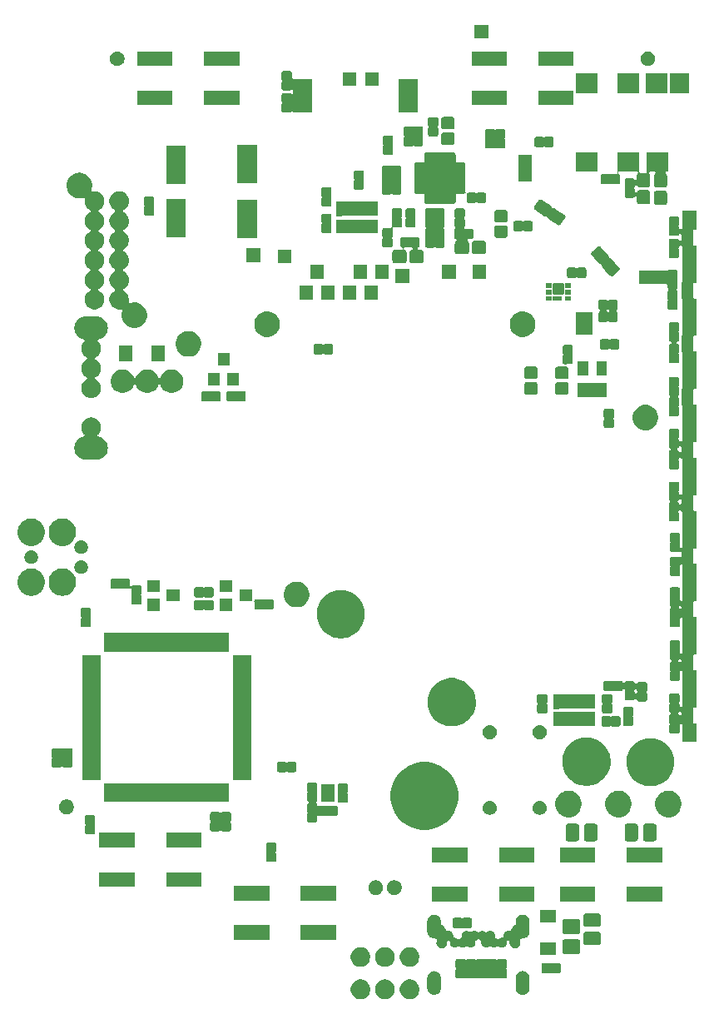
<source format=gbr>
G04 #@! TF.GenerationSoftware,KiCad,Pcbnew,5.1.6+dfsg1-1~bpo10+1*
G04 #@! TF.CreationDate,2020-12-17T18:50:31-05:00*
G04 #@! TF.ProjectId,4GRCP_Mainboard,34475243-505f-44d6-9169-6e626f617264,rev?*
G04 #@! TF.SameCoordinates,Original*
G04 #@! TF.FileFunction,Soldermask,Bot*
G04 #@! TF.FilePolarity,Negative*
%FSLAX46Y46*%
G04 Gerber Fmt 4.6, Leading zero omitted, Abs format (unit mm)*
G04 Created by KiCad (PCBNEW 5.1.6+dfsg1-1~bpo10+1) date 2020-12-17 18:50:31*
%MOMM*%
%LPD*%
G01*
G04 APERTURE LIST*
%ADD10C,0.010000*%
%ADD11C,0.100000*%
G04 APERTURE END LIST*
D10*
G36*
X167830000Y-83150000D02*
G01*
X167180000Y-83150000D01*
X167174766Y-83150137D01*
X167169547Y-83150548D01*
X167164357Y-83151231D01*
X167159209Y-83152185D01*
X167154118Y-83153407D01*
X167149098Y-83154894D01*
X167144163Y-83156642D01*
X167139326Y-83158645D01*
X167134601Y-83160899D01*
X167130000Y-83163397D01*
X167125536Y-83166133D01*
X167121221Y-83169098D01*
X167117068Y-83172285D01*
X167113087Y-83175686D01*
X167109289Y-83179289D01*
X167105686Y-83183087D01*
X167102285Y-83187068D01*
X167099098Y-83191221D01*
X167096133Y-83195536D01*
X167093397Y-83200000D01*
X167090899Y-83204601D01*
X167088645Y-83209326D01*
X167086642Y-83214163D01*
X167084894Y-83219098D01*
X167083407Y-83224118D01*
X167082185Y-83229209D01*
X167081231Y-83234357D01*
X167080548Y-83239547D01*
X167080137Y-83244766D01*
X167080000Y-83250000D01*
X167080000Y-83450000D01*
X167080137Y-83455234D01*
X167080548Y-83460453D01*
X167081231Y-83465643D01*
X167082185Y-83470791D01*
X167083407Y-83475882D01*
X167084894Y-83480902D01*
X167086642Y-83485837D01*
X167088645Y-83490674D01*
X167090899Y-83495399D01*
X167093397Y-83500000D01*
X167096133Y-83504464D01*
X167099098Y-83508779D01*
X167102285Y-83512932D01*
X167105686Y-83516913D01*
X167109289Y-83520711D01*
X167113087Y-83524314D01*
X167117068Y-83527715D01*
X167121221Y-83530902D01*
X167125536Y-83533867D01*
X167130000Y-83536603D01*
X167134601Y-83539101D01*
X167139326Y-83541355D01*
X167144163Y-83543358D01*
X167149098Y-83545106D01*
X167154118Y-83546593D01*
X167159209Y-83547815D01*
X167164357Y-83548769D01*
X167169547Y-83549452D01*
X167174766Y-83549863D01*
X167180000Y-83550000D01*
X167830000Y-83550000D01*
X167835234Y-83549863D01*
X167840453Y-83549452D01*
X167845643Y-83548769D01*
X167850791Y-83547815D01*
X167855882Y-83546593D01*
X167860902Y-83545106D01*
X167865837Y-83543358D01*
X167870674Y-83541355D01*
X167875399Y-83539101D01*
X167880000Y-83536603D01*
X167884464Y-83533867D01*
X167888779Y-83530902D01*
X167892932Y-83527715D01*
X167896913Y-83524314D01*
X167900711Y-83520711D01*
X167904314Y-83516913D01*
X167907715Y-83512932D01*
X167910902Y-83508779D01*
X167913867Y-83504464D01*
X167916603Y-83500000D01*
X167919101Y-83495399D01*
X167921355Y-83490674D01*
X167923358Y-83485837D01*
X167925106Y-83480902D01*
X167926593Y-83475882D01*
X167927815Y-83470791D01*
X167928769Y-83465643D01*
X167929452Y-83460453D01*
X167929863Y-83455234D01*
X167930000Y-83450000D01*
X167930000Y-83250000D01*
X167929863Y-83244766D01*
X167929452Y-83239547D01*
X167928769Y-83234357D01*
X167927815Y-83229209D01*
X167926593Y-83224118D01*
X167925106Y-83219098D01*
X167923358Y-83214163D01*
X167921355Y-83209326D01*
X167919101Y-83204601D01*
X167916603Y-83200000D01*
X167913867Y-83195536D01*
X167910902Y-83191221D01*
X167907715Y-83187068D01*
X167904314Y-83183087D01*
X167900711Y-83179289D01*
X167896913Y-83175686D01*
X167892932Y-83172285D01*
X167888779Y-83169098D01*
X167884464Y-83166133D01*
X167880000Y-83163397D01*
X167875399Y-83160899D01*
X167870674Y-83158645D01*
X167865837Y-83156642D01*
X167860902Y-83154894D01*
X167855882Y-83153407D01*
X167850791Y-83152185D01*
X167845643Y-83151231D01*
X167840453Y-83150548D01*
X167835234Y-83150137D01*
X167830000Y-83150000D01*
G37*
X167830000Y-83150000D02*
X167180000Y-83150000D01*
X167174766Y-83150137D01*
X167169547Y-83150548D01*
X167164357Y-83151231D01*
X167159209Y-83152185D01*
X167154118Y-83153407D01*
X167149098Y-83154894D01*
X167144163Y-83156642D01*
X167139326Y-83158645D01*
X167134601Y-83160899D01*
X167130000Y-83163397D01*
X167125536Y-83166133D01*
X167121221Y-83169098D01*
X167117068Y-83172285D01*
X167113087Y-83175686D01*
X167109289Y-83179289D01*
X167105686Y-83183087D01*
X167102285Y-83187068D01*
X167099098Y-83191221D01*
X167096133Y-83195536D01*
X167093397Y-83200000D01*
X167090899Y-83204601D01*
X167088645Y-83209326D01*
X167086642Y-83214163D01*
X167084894Y-83219098D01*
X167083407Y-83224118D01*
X167082185Y-83229209D01*
X167081231Y-83234357D01*
X167080548Y-83239547D01*
X167080137Y-83244766D01*
X167080000Y-83250000D01*
X167080000Y-83450000D01*
X167080137Y-83455234D01*
X167080548Y-83460453D01*
X167081231Y-83465643D01*
X167082185Y-83470791D01*
X167083407Y-83475882D01*
X167084894Y-83480902D01*
X167086642Y-83485837D01*
X167088645Y-83490674D01*
X167090899Y-83495399D01*
X167093397Y-83500000D01*
X167096133Y-83504464D01*
X167099098Y-83508779D01*
X167102285Y-83512932D01*
X167105686Y-83516913D01*
X167109289Y-83520711D01*
X167113087Y-83524314D01*
X167117068Y-83527715D01*
X167121221Y-83530902D01*
X167125536Y-83533867D01*
X167130000Y-83536603D01*
X167134601Y-83539101D01*
X167139326Y-83541355D01*
X167144163Y-83543358D01*
X167149098Y-83545106D01*
X167154118Y-83546593D01*
X167159209Y-83547815D01*
X167164357Y-83548769D01*
X167169547Y-83549452D01*
X167174766Y-83549863D01*
X167180000Y-83550000D01*
X167830000Y-83550000D01*
X167835234Y-83549863D01*
X167840453Y-83549452D01*
X167845643Y-83548769D01*
X167850791Y-83547815D01*
X167855882Y-83546593D01*
X167860902Y-83545106D01*
X167865837Y-83543358D01*
X167870674Y-83541355D01*
X167875399Y-83539101D01*
X167880000Y-83536603D01*
X167884464Y-83533867D01*
X167888779Y-83530902D01*
X167892932Y-83527715D01*
X167896913Y-83524314D01*
X167900711Y-83520711D01*
X167904314Y-83516913D01*
X167907715Y-83512932D01*
X167910902Y-83508779D01*
X167913867Y-83504464D01*
X167916603Y-83500000D01*
X167919101Y-83495399D01*
X167921355Y-83490674D01*
X167923358Y-83485837D01*
X167925106Y-83480902D01*
X167926593Y-83475882D01*
X167927815Y-83470791D01*
X167928769Y-83465643D01*
X167929452Y-83460453D01*
X167929863Y-83455234D01*
X167930000Y-83450000D01*
X167930000Y-83250000D01*
X167929863Y-83244766D01*
X167929452Y-83239547D01*
X167928769Y-83234357D01*
X167927815Y-83229209D01*
X167926593Y-83224118D01*
X167925106Y-83219098D01*
X167923358Y-83214163D01*
X167921355Y-83209326D01*
X167919101Y-83204601D01*
X167916603Y-83200000D01*
X167913867Y-83195536D01*
X167910902Y-83191221D01*
X167907715Y-83187068D01*
X167904314Y-83183087D01*
X167900711Y-83179289D01*
X167896913Y-83175686D01*
X167892932Y-83172285D01*
X167888779Y-83169098D01*
X167884464Y-83166133D01*
X167880000Y-83163397D01*
X167875399Y-83160899D01*
X167870674Y-83158645D01*
X167865837Y-83156642D01*
X167860902Y-83154894D01*
X167855882Y-83153407D01*
X167850791Y-83152185D01*
X167845643Y-83151231D01*
X167840453Y-83150548D01*
X167835234Y-83150137D01*
X167830000Y-83150000D01*
G36*
X167150000Y-82900000D02*
G01*
X168050000Y-82900000D01*
X168055234Y-82899863D01*
X168060453Y-82899452D01*
X168065643Y-82898769D01*
X168070791Y-82897815D01*
X168075882Y-82896593D01*
X168080902Y-82895106D01*
X168085837Y-82893358D01*
X168090674Y-82891355D01*
X168095399Y-82889101D01*
X168100000Y-82886603D01*
X168104464Y-82883867D01*
X168108779Y-82880902D01*
X168112932Y-82877715D01*
X168116913Y-82874314D01*
X168120711Y-82870711D01*
X168124314Y-82866913D01*
X168127715Y-82862932D01*
X168130902Y-82858779D01*
X168133867Y-82854464D01*
X168136603Y-82850000D01*
X168139101Y-82845399D01*
X168141355Y-82840674D01*
X168143358Y-82835837D01*
X168145106Y-82830902D01*
X168146593Y-82825882D01*
X168147815Y-82820791D01*
X168148769Y-82815643D01*
X168149452Y-82810453D01*
X168149863Y-82805234D01*
X168150000Y-82800000D01*
X168150000Y-81950000D01*
X168149863Y-81944766D01*
X168149452Y-81939547D01*
X168148769Y-81934357D01*
X168147815Y-81929209D01*
X168146593Y-81924118D01*
X168145106Y-81919098D01*
X168143358Y-81914163D01*
X168141355Y-81909326D01*
X168139101Y-81904601D01*
X168136603Y-81900000D01*
X168133867Y-81895536D01*
X168130902Y-81891221D01*
X168127715Y-81887068D01*
X168124314Y-81883087D01*
X168120711Y-81879289D01*
X168116913Y-81875686D01*
X168112932Y-81872285D01*
X168108779Y-81869098D01*
X168104464Y-81866133D01*
X168100000Y-81863397D01*
X168095399Y-81860899D01*
X168090674Y-81858645D01*
X168085837Y-81856642D01*
X168080902Y-81854894D01*
X168075882Y-81853407D01*
X168070791Y-81852185D01*
X168065643Y-81851231D01*
X168060453Y-81850548D01*
X168055234Y-81850137D01*
X168050000Y-81850000D01*
X167150000Y-81850000D01*
X167144766Y-81850137D01*
X167139547Y-81850548D01*
X167134357Y-81851231D01*
X167129209Y-81852185D01*
X167124118Y-81853407D01*
X167119098Y-81854894D01*
X167114163Y-81856642D01*
X167109326Y-81858645D01*
X167104601Y-81860899D01*
X167100000Y-81863397D01*
X167095536Y-81866133D01*
X167091221Y-81869098D01*
X167087068Y-81872285D01*
X167083087Y-81875686D01*
X167079289Y-81879289D01*
X167075686Y-81883087D01*
X167072285Y-81887068D01*
X167069098Y-81891221D01*
X167066133Y-81895536D01*
X167063397Y-81900000D01*
X167060899Y-81904601D01*
X167058645Y-81909326D01*
X167056642Y-81914163D01*
X167054894Y-81919098D01*
X167053407Y-81924118D01*
X167052185Y-81929209D01*
X167051231Y-81934357D01*
X167050548Y-81939547D01*
X167050137Y-81944766D01*
X167050000Y-81950000D01*
X167050000Y-82800000D01*
X167050137Y-82805234D01*
X167050548Y-82810453D01*
X167051231Y-82815643D01*
X167052185Y-82820791D01*
X167053407Y-82825882D01*
X167054894Y-82830902D01*
X167056642Y-82835837D01*
X167058645Y-82840674D01*
X167060899Y-82845399D01*
X167063397Y-82850000D01*
X167066133Y-82854464D01*
X167069098Y-82858779D01*
X167072285Y-82862932D01*
X167075686Y-82866913D01*
X167079289Y-82870711D01*
X167083087Y-82874314D01*
X167087068Y-82877715D01*
X167091221Y-82880902D01*
X167095536Y-82883867D01*
X167100000Y-82886603D01*
X167104601Y-82889101D01*
X167109326Y-82891355D01*
X167114163Y-82893358D01*
X167119098Y-82895106D01*
X167124118Y-82896593D01*
X167129209Y-82897815D01*
X167134357Y-82898769D01*
X167139547Y-82899452D01*
X167144766Y-82899863D01*
X167150000Y-82900000D01*
G37*
X167150000Y-82900000D02*
X168050000Y-82900000D01*
X168055234Y-82899863D01*
X168060453Y-82899452D01*
X168065643Y-82898769D01*
X168070791Y-82897815D01*
X168075882Y-82896593D01*
X168080902Y-82895106D01*
X168085837Y-82893358D01*
X168090674Y-82891355D01*
X168095399Y-82889101D01*
X168100000Y-82886603D01*
X168104464Y-82883867D01*
X168108779Y-82880902D01*
X168112932Y-82877715D01*
X168116913Y-82874314D01*
X168120711Y-82870711D01*
X168124314Y-82866913D01*
X168127715Y-82862932D01*
X168130902Y-82858779D01*
X168133867Y-82854464D01*
X168136603Y-82850000D01*
X168139101Y-82845399D01*
X168141355Y-82840674D01*
X168143358Y-82835837D01*
X168145106Y-82830902D01*
X168146593Y-82825882D01*
X168147815Y-82820791D01*
X168148769Y-82815643D01*
X168149452Y-82810453D01*
X168149863Y-82805234D01*
X168150000Y-82800000D01*
X168150000Y-81950000D01*
X168149863Y-81944766D01*
X168149452Y-81939547D01*
X168148769Y-81934357D01*
X168147815Y-81929209D01*
X168146593Y-81924118D01*
X168145106Y-81919098D01*
X168143358Y-81914163D01*
X168141355Y-81909326D01*
X168139101Y-81904601D01*
X168136603Y-81900000D01*
X168133867Y-81895536D01*
X168130902Y-81891221D01*
X168127715Y-81887068D01*
X168124314Y-81883087D01*
X168120711Y-81879289D01*
X168116913Y-81875686D01*
X168112932Y-81872285D01*
X168108779Y-81869098D01*
X168104464Y-81866133D01*
X168100000Y-81863397D01*
X168095399Y-81860899D01*
X168090674Y-81858645D01*
X168085837Y-81856642D01*
X168080902Y-81854894D01*
X168075882Y-81853407D01*
X168070791Y-81852185D01*
X168065643Y-81851231D01*
X168060453Y-81850548D01*
X168055234Y-81850137D01*
X168050000Y-81850000D01*
X167150000Y-81850000D01*
X167144766Y-81850137D01*
X167139547Y-81850548D01*
X167134357Y-81851231D01*
X167129209Y-81852185D01*
X167124118Y-81853407D01*
X167119098Y-81854894D01*
X167114163Y-81856642D01*
X167109326Y-81858645D01*
X167104601Y-81860899D01*
X167100000Y-81863397D01*
X167095536Y-81866133D01*
X167091221Y-81869098D01*
X167087068Y-81872285D01*
X167083087Y-81875686D01*
X167079289Y-81879289D01*
X167075686Y-81883087D01*
X167072285Y-81887068D01*
X167069098Y-81891221D01*
X167066133Y-81895536D01*
X167063397Y-81900000D01*
X167060899Y-81904601D01*
X167058645Y-81909326D01*
X167056642Y-81914163D01*
X167054894Y-81919098D01*
X167053407Y-81924118D01*
X167052185Y-81929209D01*
X167051231Y-81934357D01*
X167050548Y-81939547D01*
X167050137Y-81944766D01*
X167050000Y-81950000D01*
X167050000Y-82800000D01*
X167050137Y-82805234D01*
X167050548Y-82810453D01*
X167051231Y-82815643D01*
X167052185Y-82820791D01*
X167053407Y-82825882D01*
X167054894Y-82830902D01*
X167056642Y-82835837D01*
X167058645Y-82840674D01*
X167060899Y-82845399D01*
X167063397Y-82850000D01*
X167066133Y-82854464D01*
X167069098Y-82858779D01*
X167072285Y-82862932D01*
X167075686Y-82866913D01*
X167079289Y-82870711D01*
X167083087Y-82874314D01*
X167087068Y-82877715D01*
X167091221Y-82880902D01*
X167095536Y-82883867D01*
X167100000Y-82886603D01*
X167104601Y-82889101D01*
X167109326Y-82891355D01*
X167114163Y-82893358D01*
X167119098Y-82895106D01*
X167124118Y-82896593D01*
X167129209Y-82897815D01*
X167134357Y-82898769D01*
X167139547Y-82899452D01*
X167144766Y-82899863D01*
X167150000Y-82900000D01*
G36*
X166350000Y-83250000D02*
G01*
X166350000Y-83450000D01*
X166350137Y-83455234D01*
X166350548Y-83460453D01*
X166351231Y-83465643D01*
X166352185Y-83470791D01*
X166353407Y-83475882D01*
X166354894Y-83480902D01*
X166356642Y-83485837D01*
X166358645Y-83490674D01*
X166360899Y-83495399D01*
X166363397Y-83500000D01*
X166366133Y-83504464D01*
X166369098Y-83508779D01*
X166372285Y-83512932D01*
X166375686Y-83516913D01*
X166379289Y-83520711D01*
X166383087Y-83524314D01*
X166387068Y-83527715D01*
X166391221Y-83530902D01*
X166395536Y-83533867D01*
X166400000Y-83536603D01*
X166404601Y-83539101D01*
X166409326Y-83541355D01*
X166414163Y-83543358D01*
X166419098Y-83545106D01*
X166424118Y-83546593D01*
X166429209Y-83547815D01*
X166434357Y-83548769D01*
X166439547Y-83549452D01*
X166444766Y-83549863D01*
X166450000Y-83550000D01*
X166800000Y-83550000D01*
X166805234Y-83549863D01*
X166810453Y-83549452D01*
X166815643Y-83548769D01*
X166820791Y-83547815D01*
X166825882Y-83546593D01*
X166830902Y-83545106D01*
X166835837Y-83543358D01*
X166840674Y-83541355D01*
X166845399Y-83539101D01*
X166850000Y-83536603D01*
X166854464Y-83533867D01*
X166858779Y-83530902D01*
X166862932Y-83527715D01*
X166866913Y-83524314D01*
X166870711Y-83520711D01*
X166874314Y-83516913D01*
X166877715Y-83512932D01*
X166880902Y-83508779D01*
X166883867Y-83504464D01*
X166886603Y-83500000D01*
X166889101Y-83495399D01*
X166891355Y-83490674D01*
X166893358Y-83485837D01*
X166895106Y-83480902D01*
X166896593Y-83475882D01*
X166897815Y-83470791D01*
X166898769Y-83465643D01*
X166899452Y-83460453D01*
X166899863Y-83455234D01*
X166900000Y-83450000D01*
X166900000Y-83250000D01*
X166899863Y-83244766D01*
X166899452Y-83239547D01*
X166898769Y-83234357D01*
X166897815Y-83229209D01*
X166896593Y-83224118D01*
X166895106Y-83219098D01*
X166893358Y-83214163D01*
X166891355Y-83209326D01*
X166889101Y-83204601D01*
X166886603Y-83200000D01*
X166883867Y-83195536D01*
X166880902Y-83191221D01*
X166877715Y-83187068D01*
X166874314Y-83183087D01*
X166870711Y-83179289D01*
X166866913Y-83175686D01*
X166862932Y-83172285D01*
X166858779Y-83169098D01*
X166854464Y-83166133D01*
X166850000Y-83163397D01*
X166845399Y-83160899D01*
X166840674Y-83158645D01*
X166835837Y-83156642D01*
X166830902Y-83154894D01*
X166825882Y-83153407D01*
X166820791Y-83152185D01*
X166815643Y-83151231D01*
X166810453Y-83150548D01*
X166805234Y-83150137D01*
X166800000Y-83150000D01*
X166450000Y-83150000D01*
X166444766Y-83150137D01*
X166439547Y-83150548D01*
X166434357Y-83151231D01*
X166429209Y-83152185D01*
X166424118Y-83153407D01*
X166419098Y-83154894D01*
X166414163Y-83156642D01*
X166409326Y-83158645D01*
X166404601Y-83160899D01*
X166400000Y-83163397D01*
X166395536Y-83166133D01*
X166391221Y-83169098D01*
X166387068Y-83172285D01*
X166383087Y-83175686D01*
X166379289Y-83179289D01*
X166375686Y-83183087D01*
X166372285Y-83187068D01*
X166369098Y-83191221D01*
X166366133Y-83195536D01*
X166363397Y-83200000D01*
X166360899Y-83204601D01*
X166358645Y-83209326D01*
X166356642Y-83214163D01*
X166354894Y-83219098D01*
X166353407Y-83224118D01*
X166352185Y-83229209D01*
X166351231Y-83234357D01*
X166350548Y-83239547D01*
X166350137Y-83244766D01*
X166350000Y-83250000D01*
G37*
X166350000Y-83250000D02*
X166350000Y-83450000D01*
X166350137Y-83455234D01*
X166350548Y-83460453D01*
X166351231Y-83465643D01*
X166352185Y-83470791D01*
X166353407Y-83475882D01*
X166354894Y-83480902D01*
X166356642Y-83485837D01*
X166358645Y-83490674D01*
X166360899Y-83495399D01*
X166363397Y-83500000D01*
X166366133Y-83504464D01*
X166369098Y-83508779D01*
X166372285Y-83512932D01*
X166375686Y-83516913D01*
X166379289Y-83520711D01*
X166383087Y-83524314D01*
X166387068Y-83527715D01*
X166391221Y-83530902D01*
X166395536Y-83533867D01*
X166400000Y-83536603D01*
X166404601Y-83539101D01*
X166409326Y-83541355D01*
X166414163Y-83543358D01*
X166419098Y-83545106D01*
X166424118Y-83546593D01*
X166429209Y-83547815D01*
X166434357Y-83548769D01*
X166439547Y-83549452D01*
X166444766Y-83549863D01*
X166450000Y-83550000D01*
X166800000Y-83550000D01*
X166805234Y-83549863D01*
X166810453Y-83549452D01*
X166815643Y-83548769D01*
X166820791Y-83547815D01*
X166825882Y-83546593D01*
X166830902Y-83545106D01*
X166835837Y-83543358D01*
X166840674Y-83541355D01*
X166845399Y-83539101D01*
X166850000Y-83536603D01*
X166854464Y-83533867D01*
X166858779Y-83530902D01*
X166862932Y-83527715D01*
X166866913Y-83524314D01*
X166870711Y-83520711D01*
X166874314Y-83516913D01*
X166877715Y-83512932D01*
X166880902Y-83508779D01*
X166883867Y-83504464D01*
X166886603Y-83500000D01*
X166889101Y-83495399D01*
X166891355Y-83490674D01*
X166893358Y-83485837D01*
X166895106Y-83480902D01*
X166896593Y-83475882D01*
X166897815Y-83470791D01*
X166898769Y-83465643D01*
X166899452Y-83460453D01*
X166899863Y-83455234D01*
X166900000Y-83450000D01*
X166900000Y-83250000D01*
X166899863Y-83244766D01*
X166899452Y-83239547D01*
X166898769Y-83234357D01*
X166897815Y-83229209D01*
X166896593Y-83224118D01*
X166895106Y-83219098D01*
X166893358Y-83214163D01*
X166891355Y-83209326D01*
X166889101Y-83204601D01*
X166886603Y-83200000D01*
X166883867Y-83195536D01*
X166880902Y-83191221D01*
X166877715Y-83187068D01*
X166874314Y-83183087D01*
X166870711Y-83179289D01*
X166866913Y-83175686D01*
X166862932Y-83172285D01*
X166858779Y-83169098D01*
X166854464Y-83166133D01*
X166850000Y-83163397D01*
X166845399Y-83160899D01*
X166840674Y-83158645D01*
X166835837Y-83156642D01*
X166830902Y-83154894D01*
X166825882Y-83153407D01*
X166820791Y-83152185D01*
X166815643Y-83151231D01*
X166810453Y-83150548D01*
X166805234Y-83150137D01*
X166800000Y-83150000D01*
X166450000Y-83150000D01*
X166444766Y-83150137D01*
X166439547Y-83150548D01*
X166434357Y-83151231D01*
X166429209Y-83152185D01*
X166424118Y-83153407D01*
X166419098Y-83154894D01*
X166414163Y-83156642D01*
X166409326Y-83158645D01*
X166404601Y-83160899D01*
X166400000Y-83163397D01*
X166395536Y-83166133D01*
X166391221Y-83169098D01*
X166387068Y-83172285D01*
X166383087Y-83175686D01*
X166379289Y-83179289D01*
X166375686Y-83183087D01*
X166372285Y-83187068D01*
X166369098Y-83191221D01*
X166366133Y-83195536D01*
X166363397Y-83200000D01*
X166360899Y-83204601D01*
X166358645Y-83209326D01*
X166356642Y-83214163D01*
X166354894Y-83219098D01*
X166353407Y-83224118D01*
X166352185Y-83229209D01*
X166351231Y-83234357D01*
X166350548Y-83239547D01*
X166350137Y-83244766D01*
X166350000Y-83250000D01*
G36*
X166350000Y-81950000D02*
G01*
X166350000Y-82150000D01*
X166350137Y-82155234D01*
X166350548Y-82160453D01*
X166351231Y-82165643D01*
X166352185Y-82170791D01*
X166353407Y-82175882D01*
X166354894Y-82180902D01*
X166356642Y-82185837D01*
X166358645Y-82190674D01*
X166360899Y-82195399D01*
X166363397Y-82200000D01*
X166366133Y-82204464D01*
X166369098Y-82208779D01*
X166372285Y-82212932D01*
X166375686Y-82216913D01*
X166379289Y-82220711D01*
X166383087Y-82224314D01*
X166387068Y-82227715D01*
X166391221Y-82230902D01*
X166395536Y-82233867D01*
X166400000Y-82236603D01*
X166404601Y-82239101D01*
X166409326Y-82241355D01*
X166414163Y-82243358D01*
X166419098Y-82245106D01*
X166424118Y-82246593D01*
X166429209Y-82247815D01*
X166434357Y-82248769D01*
X166439547Y-82249452D01*
X166444766Y-82249863D01*
X166450000Y-82250000D01*
X166800000Y-82250000D01*
X166805234Y-82249863D01*
X166810453Y-82249452D01*
X166815643Y-82248769D01*
X166820791Y-82247815D01*
X166825882Y-82246593D01*
X166830902Y-82245106D01*
X166835837Y-82243358D01*
X166840674Y-82241355D01*
X166845399Y-82239101D01*
X166850000Y-82236603D01*
X166854464Y-82233867D01*
X166858779Y-82230902D01*
X166862932Y-82227715D01*
X166866913Y-82224314D01*
X166870711Y-82220711D01*
X166874314Y-82216913D01*
X166877715Y-82212932D01*
X166880902Y-82208779D01*
X166883867Y-82204464D01*
X166886603Y-82200000D01*
X166889101Y-82195399D01*
X166891355Y-82190674D01*
X166893358Y-82185837D01*
X166895106Y-82180902D01*
X166896593Y-82175882D01*
X166897815Y-82170791D01*
X166898769Y-82165643D01*
X166899452Y-82160453D01*
X166899863Y-82155234D01*
X166900000Y-82150000D01*
X166900000Y-81950000D01*
X166899863Y-81944766D01*
X166899452Y-81939547D01*
X166898769Y-81934357D01*
X166897815Y-81929209D01*
X166896593Y-81924118D01*
X166895106Y-81919098D01*
X166893358Y-81914163D01*
X166891355Y-81909326D01*
X166889101Y-81904601D01*
X166886603Y-81900000D01*
X166883867Y-81895536D01*
X166880902Y-81891221D01*
X166877715Y-81887068D01*
X166874314Y-81883087D01*
X166870711Y-81879289D01*
X166866913Y-81875686D01*
X166862932Y-81872285D01*
X166858779Y-81869098D01*
X166854464Y-81866133D01*
X166850000Y-81863397D01*
X166845399Y-81860899D01*
X166840674Y-81858645D01*
X166835837Y-81856642D01*
X166830902Y-81854894D01*
X166825882Y-81853407D01*
X166820791Y-81852185D01*
X166815643Y-81851231D01*
X166810453Y-81850548D01*
X166805234Y-81850137D01*
X166800000Y-81850000D01*
X166450000Y-81850000D01*
X166444766Y-81850137D01*
X166439547Y-81850548D01*
X166434357Y-81851231D01*
X166429209Y-81852185D01*
X166424118Y-81853407D01*
X166419098Y-81854894D01*
X166414163Y-81856642D01*
X166409326Y-81858645D01*
X166404601Y-81860899D01*
X166400000Y-81863397D01*
X166395536Y-81866133D01*
X166391221Y-81869098D01*
X166387068Y-81872285D01*
X166383087Y-81875686D01*
X166379289Y-81879289D01*
X166375686Y-81883087D01*
X166372285Y-81887068D01*
X166369098Y-81891221D01*
X166366133Y-81895536D01*
X166363397Y-81900000D01*
X166360899Y-81904601D01*
X166358645Y-81909326D01*
X166356642Y-81914163D01*
X166354894Y-81919098D01*
X166353407Y-81924118D01*
X166352185Y-81929209D01*
X166351231Y-81934357D01*
X166350548Y-81939547D01*
X166350137Y-81944766D01*
X166350000Y-81950000D01*
G37*
X166350000Y-81950000D02*
X166350000Y-82150000D01*
X166350137Y-82155234D01*
X166350548Y-82160453D01*
X166351231Y-82165643D01*
X166352185Y-82170791D01*
X166353407Y-82175882D01*
X166354894Y-82180902D01*
X166356642Y-82185837D01*
X166358645Y-82190674D01*
X166360899Y-82195399D01*
X166363397Y-82200000D01*
X166366133Y-82204464D01*
X166369098Y-82208779D01*
X166372285Y-82212932D01*
X166375686Y-82216913D01*
X166379289Y-82220711D01*
X166383087Y-82224314D01*
X166387068Y-82227715D01*
X166391221Y-82230902D01*
X166395536Y-82233867D01*
X166400000Y-82236603D01*
X166404601Y-82239101D01*
X166409326Y-82241355D01*
X166414163Y-82243358D01*
X166419098Y-82245106D01*
X166424118Y-82246593D01*
X166429209Y-82247815D01*
X166434357Y-82248769D01*
X166439547Y-82249452D01*
X166444766Y-82249863D01*
X166450000Y-82250000D01*
X166800000Y-82250000D01*
X166805234Y-82249863D01*
X166810453Y-82249452D01*
X166815643Y-82248769D01*
X166820791Y-82247815D01*
X166825882Y-82246593D01*
X166830902Y-82245106D01*
X166835837Y-82243358D01*
X166840674Y-82241355D01*
X166845399Y-82239101D01*
X166850000Y-82236603D01*
X166854464Y-82233867D01*
X166858779Y-82230902D01*
X166862932Y-82227715D01*
X166866913Y-82224314D01*
X166870711Y-82220711D01*
X166874314Y-82216913D01*
X166877715Y-82212932D01*
X166880902Y-82208779D01*
X166883867Y-82204464D01*
X166886603Y-82200000D01*
X166889101Y-82195399D01*
X166891355Y-82190674D01*
X166893358Y-82185837D01*
X166895106Y-82180902D01*
X166896593Y-82175882D01*
X166897815Y-82170791D01*
X166898769Y-82165643D01*
X166899452Y-82160453D01*
X166899863Y-82155234D01*
X166900000Y-82150000D01*
X166900000Y-81950000D01*
X166899863Y-81944766D01*
X166899452Y-81939547D01*
X166898769Y-81934357D01*
X166897815Y-81929209D01*
X166896593Y-81924118D01*
X166895106Y-81919098D01*
X166893358Y-81914163D01*
X166891355Y-81909326D01*
X166889101Y-81904601D01*
X166886603Y-81900000D01*
X166883867Y-81895536D01*
X166880902Y-81891221D01*
X166877715Y-81887068D01*
X166874314Y-81883087D01*
X166870711Y-81879289D01*
X166866913Y-81875686D01*
X166862932Y-81872285D01*
X166858779Y-81869098D01*
X166854464Y-81866133D01*
X166850000Y-81863397D01*
X166845399Y-81860899D01*
X166840674Y-81858645D01*
X166835837Y-81856642D01*
X166830902Y-81854894D01*
X166825882Y-81853407D01*
X166820791Y-81852185D01*
X166815643Y-81851231D01*
X166810453Y-81850548D01*
X166805234Y-81850137D01*
X166800000Y-81850000D01*
X166450000Y-81850000D01*
X166444766Y-81850137D01*
X166439547Y-81850548D01*
X166434357Y-81851231D01*
X166429209Y-81852185D01*
X166424118Y-81853407D01*
X166419098Y-81854894D01*
X166414163Y-81856642D01*
X166409326Y-81858645D01*
X166404601Y-81860899D01*
X166400000Y-81863397D01*
X166395536Y-81866133D01*
X166391221Y-81869098D01*
X166387068Y-81872285D01*
X166383087Y-81875686D01*
X166379289Y-81879289D01*
X166375686Y-81883087D01*
X166372285Y-81887068D01*
X166369098Y-81891221D01*
X166366133Y-81895536D01*
X166363397Y-81900000D01*
X166360899Y-81904601D01*
X166358645Y-81909326D01*
X166356642Y-81914163D01*
X166354894Y-81919098D01*
X166353407Y-81924118D01*
X166352185Y-81929209D01*
X166351231Y-81934357D01*
X166350548Y-81939547D01*
X166350137Y-81944766D01*
X166350000Y-81950000D01*
G36*
X168300000Y-83250000D02*
G01*
X168300000Y-83450000D01*
X168300137Y-83455234D01*
X168300548Y-83460453D01*
X168301231Y-83465643D01*
X168302185Y-83470791D01*
X168303407Y-83475882D01*
X168304894Y-83480902D01*
X168306642Y-83485837D01*
X168308645Y-83490674D01*
X168310899Y-83495399D01*
X168313397Y-83500000D01*
X168316133Y-83504464D01*
X168319098Y-83508779D01*
X168322285Y-83512932D01*
X168325686Y-83516913D01*
X168329289Y-83520711D01*
X168333087Y-83524314D01*
X168337068Y-83527715D01*
X168341221Y-83530902D01*
X168345536Y-83533867D01*
X168350000Y-83536603D01*
X168354601Y-83539101D01*
X168359326Y-83541355D01*
X168364163Y-83543358D01*
X168369098Y-83545106D01*
X168374118Y-83546593D01*
X168379209Y-83547815D01*
X168384357Y-83548769D01*
X168389547Y-83549452D01*
X168394766Y-83549863D01*
X168400000Y-83550000D01*
X168750000Y-83550000D01*
X168755234Y-83549863D01*
X168760453Y-83549452D01*
X168765643Y-83548769D01*
X168770791Y-83547815D01*
X168775882Y-83546593D01*
X168780902Y-83545106D01*
X168785837Y-83543358D01*
X168790674Y-83541355D01*
X168795399Y-83539101D01*
X168800000Y-83536603D01*
X168804464Y-83533867D01*
X168808779Y-83530902D01*
X168812932Y-83527715D01*
X168816913Y-83524314D01*
X168820711Y-83520711D01*
X168824314Y-83516913D01*
X168827715Y-83512932D01*
X168830902Y-83508779D01*
X168833867Y-83504464D01*
X168836603Y-83500000D01*
X168839101Y-83495399D01*
X168841355Y-83490674D01*
X168843358Y-83485837D01*
X168845106Y-83480902D01*
X168846593Y-83475882D01*
X168847815Y-83470791D01*
X168848769Y-83465643D01*
X168849452Y-83460453D01*
X168849863Y-83455234D01*
X168850000Y-83450000D01*
X168850000Y-83250000D01*
X168849863Y-83244766D01*
X168849452Y-83239547D01*
X168848769Y-83234357D01*
X168847815Y-83229209D01*
X168846593Y-83224118D01*
X168845106Y-83219098D01*
X168843358Y-83214163D01*
X168841355Y-83209326D01*
X168839101Y-83204601D01*
X168836603Y-83200000D01*
X168833867Y-83195536D01*
X168830902Y-83191221D01*
X168827715Y-83187068D01*
X168824314Y-83183087D01*
X168820711Y-83179289D01*
X168816913Y-83175686D01*
X168812932Y-83172285D01*
X168808779Y-83169098D01*
X168804464Y-83166133D01*
X168800000Y-83163397D01*
X168795399Y-83160899D01*
X168790674Y-83158645D01*
X168785837Y-83156642D01*
X168780902Y-83154894D01*
X168775882Y-83153407D01*
X168770791Y-83152185D01*
X168765643Y-83151231D01*
X168760453Y-83150548D01*
X168755234Y-83150137D01*
X168750000Y-83150000D01*
X168400000Y-83150000D01*
X168394766Y-83150137D01*
X168389547Y-83150548D01*
X168384357Y-83151231D01*
X168379209Y-83152185D01*
X168374118Y-83153407D01*
X168369098Y-83154894D01*
X168364163Y-83156642D01*
X168359326Y-83158645D01*
X168354601Y-83160899D01*
X168350000Y-83163397D01*
X168345536Y-83166133D01*
X168341221Y-83169098D01*
X168337068Y-83172285D01*
X168333087Y-83175686D01*
X168329289Y-83179289D01*
X168325686Y-83183087D01*
X168322285Y-83187068D01*
X168319098Y-83191221D01*
X168316133Y-83195536D01*
X168313397Y-83200000D01*
X168310899Y-83204601D01*
X168308645Y-83209326D01*
X168306642Y-83214163D01*
X168304894Y-83219098D01*
X168303407Y-83224118D01*
X168302185Y-83229209D01*
X168301231Y-83234357D01*
X168300548Y-83239547D01*
X168300137Y-83244766D01*
X168300000Y-83250000D01*
G37*
X168300000Y-83250000D02*
X168300000Y-83450000D01*
X168300137Y-83455234D01*
X168300548Y-83460453D01*
X168301231Y-83465643D01*
X168302185Y-83470791D01*
X168303407Y-83475882D01*
X168304894Y-83480902D01*
X168306642Y-83485837D01*
X168308645Y-83490674D01*
X168310899Y-83495399D01*
X168313397Y-83500000D01*
X168316133Y-83504464D01*
X168319098Y-83508779D01*
X168322285Y-83512932D01*
X168325686Y-83516913D01*
X168329289Y-83520711D01*
X168333087Y-83524314D01*
X168337068Y-83527715D01*
X168341221Y-83530902D01*
X168345536Y-83533867D01*
X168350000Y-83536603D01*
X168354601Y-83539101D01*
X168359326Y-83541355D01*
X168364163Y-83543358D01*
X168369098Y-83545106D01*
X168374118Y-83546593D01*
X168379209Y-83547815D01*
X168384357Y-83548769D01*
X168389547Y-83549452D01*
X168394766Y-83549863D01*
X168400000Y-83550000D01*
X168750000Y-83550000D01*
X168755234Y-83549863D01*
X168760453Y-83549452D01*
X168765643Y-83548769D01*
X168770791Y-83547815D01*
X168775882Y-83546593D01*
X168780902Y-83545106D01*
X168785837Y-83543358D01*
X168790674Y-83541355D01*
X168795399Y-83539101D01*
X168800000Y-83536603D01*
X168804464Y-83533867D01*
X168808779Y-83530902D01*
X168812932Y-83527715D01*
X168816913Y-83524314D01*
X168820711Y-83520711D01*
X168824314Y-83516913D01*
X168827715Y-83512932D01*
X168830902Y-83508779D01*
X168833867Y-83504464D01*
X168836603Y-83500000D01*
X168839101Y-83495399D01*
X168841355Y-83490674D01*
X168843358Y-83485837D01*
X168845106Y-83480902D01*
X168846593Y-83475882D01*
X168847815Y-83470791D01*
X168848769Y-83465643D01*
X168849452Y-83460453D01*
X168849863Y-83455234D01*
X168850000Y-83450000D01*
X168850000Y-83250000D01*
X168849863Y-83244766D01*
X168849452Y-83239547D01*
X168848769Y-83234357D01*
X168847815Y-83229209D01*
X168846593Y-83224118D01*
X168845106Y-83219098D01*
X168843358Y-83214163D01*
X168841355Y-83209326D01*
X168839101Y-83204601D01*
X168836603Y-83200000D01*
X168833867Y-83195536D01*
X168830902Y-83191221D01*
X168827715Y-83187068D01*
X168824314Y-83183087D01*
X168820711Y-83179289D01*
X168816913Y-83175686D01*
X168812932Y-83172285D01*
X168808779Y-83169098D01*
X168804464Y-83166133D01*
X168800000Y-83163397D01*
X168795399Y-83160899D01*
X168790674Y-83158645D01*
X168785837Y-83156642D01*
X168780902Y-83154894D01*
X168775882Y-83153407D01*
X168770791Y-83152185D01*
X168765643Y-83151231D01*
X168760453Y-83150548D01*
X168755234Y-83150137D01*
X168750000Y-83150000D01*
X168400000Y-83150000D01*
X168394766Y-83150137D01*
X168389547Y-83150548D01*
X168384357Y-83151231D01*
X168379209Y-83152185D01*
X168374118Y-83153407D01*
X168369098Y-83154894D01*
X168364163Y-83156642D01*
X168359326Y-83158645D01*
X168354601Y-83160899D01*
X168350000Y-83163397D01*
X168345536Y-83166133D01*
X168341221Y-83169098D01*
X168337068Y-83172285D01*
X168333087Y-83175686D01*
X168329289Y-83179289D01*
X168325686Y-83183087D01*
X168322285Y-83187068D01*
X168319098Y-83191221D01*
X168316133Y-83195536D01*
X168313397Y-83200000D01*
X168310899Y-83204601D01*
X168308645Y-83209326D01*
X168306642Y-83214163D01*
X168304894Y-83219098D01*
X168303407Y-83224118D01*
X168302185Y-83229209D01*
X168301231Y-83234357D01*
X168300548Y-83239547D01*
X168300137Y-83244766D01*
X168300000Y-83250000D01*
G36*
X168300000Y-81950000D02*
G01*
X168300000Y-82150000D01*
X168300137Y-82155234D01*
X168300548Y-82160453D01*
X168301231Y-82165643D01*
X168302185Y-82170791D01*
X168303407Y-82175882D01*
X168304894Y-82180902D01*
X168306642Y-82185837D01*
X168308645Y-82190674D01*
X168310899Y-82195399D01*
X168313397Y-82200000D01*
X168316133Y-82204464D01*
X168319098Y-82208779D01*
X168322285Y-82212932D01*
X168325686Y-82216913D01*
X168329289Y-82220711D01*
X168333087Y-82224314D01*
X168337068Y-82227715D01*
X168341221Y-82230902D01*
X168345536Y-82233867D01*
X168350000Y-82236603D01*
X168354601Y-82239101D01*
X168359326Y-82241355D01*
X168364163Y-82243358D01*
X168369098Y-82245106D01*
X168374118Y-82246593D01*
X168379209Y-82247815D01*
X168384357Y-82248769D01*
X168389547Y-82249452D01*
X168394766Y-82249863D01*
X168400000Y-82250000D01*
X168750000Y-82250000D01*
X168755234Y-82249863D01*
X168760453Y-82249452D01*
X168765643Y-82248769D01*
X168770791Y-82247815D01*
X168775882Y-82246593D01*
X168780902Y-82245106D01*
X168785837Y-82243358D01*
X168790674Y-82241355D01*
X168795399Y-82239101D01*
X168800000Y-82236603D01*
X168804464Y-82233867D01*
X168808779Y-82230902D01*
X168812932Y-82227715D01*
X168816913Y-82224314D01*
X168820711Y-82220711D01*
X168824314Y-82216913D01*
X168827715Y-82212932D01*
X168830902Y-82208779D01*
X168833867Y-82204464D01*
X168836603Y-82200000D01*
X168839101Y-82195399D01*
X168841355Y-82190674D01*
X168843358Y-82185837D01*
X168845106Y-82180902D01*
X168846593Y-82175882D01*
X168847815Y-82170791D01*
X168848769Y-82165643D01*
X168849452Y-82160453D01*
X168849863Y-82155234D01*
X168850000Y-82150000D01*
X168850000Y-81950000D01*
X168849863Y-81944766D01*
X168849452Y-81939547D01*
X168848769Y-81934357D01*
X168847815Y-81929209D01*
X168846593Y-81924118D01*
X168845106Y-81919098D01*
X168843358Y-81914163D01*
X168841355Y-81909326D01*
X168839101Y-81904601D01*
X168836603Y-81900000D01*
X168833867Y-81895536D01*
X168830902Y-81891221D01*
X168827715Y-81887068D01*
X168824314Y-81883087D01*
X168820711Y-81879289D01*
X168816913Y-81875686D01*
X168812932Y-81872285D01*
X168808779Y-81869098D01*
X168804464Y-81866133D01*
X168800000Y-81863397D01*
X168795399Y-81860899D01*
X168790674Y-81858645D01*
X168785837Y-81856642D01*
X168780902Y-81854894D01*
X168775882Y-81853407D01*
X168770791Y-81852185D01*
X168765643Y-81851231D01*
X168760453Y-81850548D01*
X168755234Y-81850137D01*
X168750000Y-81850000D01*
X168400000Y-81850000D01*
X168394766Y-81850137D01*
X168389547Y-81850548D01*
X168384357Y-81851231D01*
X168379209Y-81852185D01*
X168374118Y-81853407D01*
X168369098Y-81854894D01*
X168364163Y-81856642D01*
X168359326Y-81858645D01*
X168354601Y-81860899D01*
X168350000Y-81863397D01*
X168345536Y-81866133D01*
X168341221Y-81869098D01*
X168337068Y-81872285D01*
X168333087Y-81875686D01*
X168329289Y-81879289D01*
X168325686Y-81883087D01*
X168322285Y-81887068D01*
X168319098Y-81891221D01*
X168316133Y-81895536D01*
X168313397Y-81900000D01*
X168310899Y-81904601D01*
X168308645Y-81909326D01*
X168306642Y-81914163D01*
X168304894Y-81919098D01*
X168303407Y-81924118D01*
X168302185Y-81929209D01*
X168301231Y-81934357D01*
X168300548Y-81939547D01*
X168300137Y-81944766D01*
X168300000Y-81950000D01*
G37*
X168300000Y-81950000D02*
X168300000Y-82150000D01*
X168300137Y-82155234D01*
X168300548Y-82160453D01*
X168301231Y-82165643D01*
X168302185Y-82170791D01*
X168303407Y-82175882D01*
X168304894Y-82180902D01*
X168306642Y-82185837D01*
X168308645Y-82190674D01*
X168310899Y-82195399D01*
X168313397Y-82200000D01*
X168316133Y-82204464D01*
X168319098Y-82208779D01*
X168322285Y-82212932D01*
X168325686Y-82216913D01*
X168329289Y-82220711D01*
X168333087Y-82224314D01*
X168337068Y-82227715D01*
X168341221Y-82230902D01*
X168345536Y-82233867D01*
X168350000Y-82236603D01*
X168354601Y-82239101D01*
X168359326Y-82241355D01*
X168364163Y-82243358D01*
X168369098Y-82245106D01*
X168374118Y-82246593D01*
X168379209Y-82247815D01*
X168384357Y-82248769D01*
X168389547Y-82249452D01*
X168394766Y-82249863D01*
X168400000Y-82250000D01*
X168750000Y-82250000D01*
X168755234Y-82249863D01*
X168760453Y-82249452D01*
X168765643Y-82248769D01*
X168770791Y-82247815D01*
X168775882Y-82246593D01*
X168780902Y-82245106D01*
X168785837Y-82243358D01*
X168790674Y-82241355D01*
X168795399Y-82239101D01*
X168800000Y-82236603D01*
X168804464Y-82233867D01*
X168808779Y-82230902D01*
X168812932Y-82227715D01*
X168816913Y-82224314D01*
X168820711Y-82220711D01*
X168824314Y-82216913D01*
X168827715Y-82212932D01*
X168830902Y-82208779D01*
X168833867Y-82204464D01*
X168836603Y-82200000D01*
X168839101Y-82195399D01*
X168841355Y-82190674D01*
X168843358Y-82185837D01*
X168845106Y-82180902D01*
X168846593Y-82175882D01*
X168847815Y-82170791D01*
X168848769Y-82165643D01*
X168849452Y-82160453D01*
X168849863Y-82155234D01*
X168850000Y-82150000D01*
X168850000Y-81950000D01*
X168849863Y-81944766D01*
X168849452Y-81939547D01*
X168848769Y-81934357D01*
X168847815Y-81929209D01*
X168846593Y-81924118D01*
X168845106Y-81919098D01*
X168843358Y-81914163D01*
X168841355Y-81909326D01*
X168839101Y-81904601D01*
X168836603Y-81900000D01*
X168833867Y-81895536D01*
X168830902Y-81891221D01*
X168827715Y-81887068D01*
X168824314Y-81883087D01*
X168820711Y-81879289D01*
X168816913Y-81875686D01*
X168812932Y-81872285D01*
X168808779Y-81869098D01*
X168804464Y-81866133D01*
X168800000Y-81863397D01*
X168795399Y-81860899D01*
X168790674Y-81858645D01*
X168785837Y-81856642D01*
X168780902Y-81854894D01*
X168775882Y-81853407D01*
X168770791Y-81852185D01*
X168765643Y-81851231D01*
X168760453Y-81850548D01*
X168755234Y-81850137D01*
X168750000Y-81850000D01*
X168400000Y-81850000D01*
X168394766Y-81850137D01*
X168389547Y-81850548D01*
X168384357Y-81851231D01*
X168379209Y-81852185D01*
X168374118Y-81853407D01*
X168369098Y-81854894D01*
X168364163Y-81856642D01*
X168359326Y-81858645D01*
X168354601Y-81860899D01*
X168350000Y-81863397D01*
X168345536Y-81866133D01*
X168341221Y-81869098D01*
X168337068Y-81872285D01*
X168333087Y-81875686D01*
X168329289Y-81879289D01*
X168325686Y-81883087D01*
X168322285Y-81887068D01*
X168319098Y-81891221D01*
X168316133Y-81895536D01*
X168313397Y-81900000D01*
X168310899Y-81904601D01*
X168308645Y-81909326D01*
X168306642Y-81914163D01*
X168304894Y-81919098D01*
X168303407Y-81924118D01*
X168302185Y-81929209D01*
X168301231Y-81934357D01*
X168300548Y-81939547D01*
X168300137Y-81944766D01*
X168300000Y-81950000D01*
G36*
X168300000Y-82600000D02*
G01*
X168300000Y-82800000D01*
X168300137Y-82805234D01*
X168300548Y-82810453D01*
X168301231Y-82815643D01*
X168302185Y-82820791D01*
X168303407Y-82825882D01*
X168304894Y-82830902D01*
X168306642Y-82835837D01*
X168308645Y-82840674D01*
X168310899Y-82845399D01*
X168313397Y-82850000D01*
X168316133Y-82854464D01*
X168319098Y-82858779D01*
X168322285Y-82862932D01*
X168325686Y-82866913D01*
X168329289Y-82870711D01*
X168333087Y-82874314D01*
X168337068Y-82877715D01*
X168341221Y-82880902D01*
X168345536Y-82883867D01*
X168350000Y-82886603D01*
X168354601Y-82889101D01*
X168359326Y-82891355D01*
X168364163Y-82893358D01*
X168369098Y-82895106D01*
X168374118Y-82896593D01*
X168379209Y-82897815D01*
X168384357Y-82898769D01*
X168389547Y-82899452D01*
X168394766Y-82899863D01*
X168400000Y-82900000D01*
X168750000Y-82900000D01*
X168755234Y-82899863D01*
X168760453Y-82899452D01*
X168765643Y-82898769D01*
X168770791Y-82897815D01*
X168775882Y-82896593D01*
X168780902Y-82895106D01*
X168785837Y-82893358D01*
X168790674Y-82891355D01*
X168795399Y-82889101D01*
X168800000Y-82886603D01*
X168804464Y-82883867D01*
X168808779Y-82880902D01*
X168812932Y-82877715D01*
X168816913Y-82874314D01*
X168820711Y-82870711D01*
X168824314Y-82866913D01*
X168827715Y-82862932D01*
X168830902Y-82858779D01*
X168833867Y-82854464D01*
X168836603Y-82850000D01*
X168839101Y-82845399D01*
X168841355Y-82840674D01*
X168843358Y-82835837D01*
X168845106Y-82830902D01*
X168846593Y-82825882D01*
X168847815Y-82820791D01*
X168848769Y-82815643D01*
X168849452Y-82810453D01*
X168849863Y-82805234D01*
X168850000Y-82800000D01*
X168850000Y-82600000D01*
X168849863Y-82594766D01*
X168849452Y-82589547D01*
X168848769Y-82584357D01*
X168847815Y-82579209D01*
X168846593Y-82574118D01*
X168845106Y-82569098D01*
X168843358Y-82564163D01*
X168841355Y-82559326D01*
X168839101Y-82554601D01*
X168836603Y-82550000D01*
X168833867Y-82545536D01*
X168830902Y-82541221D01*
X168827715Y-82537068D01*
X168824314Y-82533087D01*
X168820711Y-82529289D01*
X168816913Y-82525686D01*
X168812932Y-82522285D01*
X168808779Y-82519098D01*
X168804464Y-82516133D01*
X168800000Y-82513397D01*
X168795399Y-82510899D01*
X168790674Y-82508645D01*
X168785837Y-82506642D01*
X168780902Y-82504894D01*
X168775882Y-82503407D01*
X168770791Y-82502185D01*
X168765643Y-82501231D01*
X168760453Y-82500548D01*
X168755234Y-82500137D01*
X168750000Y-82500000D01*
X168400000Y-82500000D01*
X168394766Y-82500137D01*
X168389547Y-82500548D01*
X168384357Y-82501231D01*
X168379209Y-82502185D01*
X168374118Y-82503407D01*
X168369098Y-82504894D01*
X168364163Y-82506642D01*
X168359326Y-82508645D01*
X168354601Y-82510899D01*
X168350000Y-82513397D01*
X168345536Y-82516133D01*
X168341221Y-82519098D01*
X168337068Y-82522285D01*
X168333087Y-82525686D01*
X168329289Y-82529289D01*
X168325686Y-82533087D01*
X168322285Y-82537068D01*
X168319098Y-82541221D01*
X168316133Y-82545536D01*
X168313397Y-82550000D01*
X168310899Y-82554601D01*
X168308645Y-82559326D01*
X168306642Y-82564163D01*
X168304894Y-82569098D01*
X168303407Y-82574118D01*
X168302185Y-82579209D01*
X168301231Y-82584357D01*
X168300548Y-82589547D01*
X168300137Y-82594766D01*
X168300000Y-82600000D01*
G37*
X168300000Y-82600000D02*
X168300000Y-82800000D01*
X168300137Y-82805234D01*
X168300548Y-82810453D01*
X168301231Y-82815643D01*
X168302185Y-82820791D01*
X168303407Y-82825882D01*
X168304894Y-82830902D01*
X168306642Y-82835837D01*
X168308645Y-82840674D01*
X168310899Y-82845399D01*
X168313397Y-82850000D01*
X168316133Y-82854464D01*
X168319098Y-82858779D01*
X168322285Y-82862932D01*
X168325686Y-82866913D01*
X168329289Y-82870711D01*
X168333087Y-82874314D01*
X168337068Y-82877715D01*
X168341221Y-82880902D01*
X168345536Y-82883867D01*
X168350000Y-82886603D01*
X168354601Y-82889101D01*
X168359326Y-82891355D01*
X168364163Y-82893358D01*
X168369098Y-82895106D01*
X168374118Y-82896593D01*
X168379209Y-82897815D01*
X168384357Y-82898769D01*
X168389547Y-82899452D01*
X168394766Y-82899863D01*
X168400000Y-82900000D01*
X168750000Y-82900000D01*
X168755234Y-82899863D01*
X168760453Y-82899452D01*
X168765643Y-82898769D01*
X168770791Y-82897815D01*
X168775882Y-82896593D01*
X168780902Y-82895106D01*
X168785837Y-82893358D01*
X168790674Y-82891355D01*
X168795399Y-82889101D01*
X168800000Y-82886603D01*
X168804464Y-82883867D01*
X168808779Y-82880902D01*
X168812932Y-82877715D01*
X168816913Y-82874314D01*
X168820711Y-82870711D01*
X168824314Y-82866913D01*
X168827715Y-82862932D01*
X168830902Y-82858779D01*
X168833867Y-82854464D01*
X168836603Y-82850000D01*
X168839101Y-82845399D01*
X168841355Y-82840674D01*
X168843358Y-82835837D01*
X168845106Y-82830902D01*
X168846593Y-82825882D01*
X168847815Y-82820791D01*
X168848769Y-82815643D01*
X168849452Y-82810453D01*
X168849863Y-82805234D01*
X168850000Y-82800000D01*
X168850000Y-82600000D01*
X168849863Y-82594766D01*
X168849452Y-82589547D01*
X168848769Y-82584357D01*
X168847815Y-82579209D01*
X168846593Y-82574118D01*
X168845106Y-82569098D01*
X168843358Y-82564163D01*
X168841355Y-82559326D01*
X168839101Y-82554601D01*
X168836603Y-82550000D01*
X168833867Y-82545536D01*
X168830902Y-82541221D01*
X168827715Y-82537068D01*
X168824314Y-82533087D01*
X168820711Y-82529289D01*
X168816913Y-82525686D01*
X168812932Y-82522285D01*
X168808779Y-82519098D01*
X168804464Y-82516133D01*
X168800000Y-82513397D01*
X168795399Y-82510899D01*
X168790674Y-82508645D01*
X168785837Y-82506642D01*
X168780902Y-82504894D01*
X168775882Y-82503407D01*
X168770791Y-82502185D01*
X168765643Y-82501231D01*
X168760453Y-82500548D01*
X168755234Y-82500137D01*
X168750000Y-82500000D01*
X168400000Y-82500000D01*
X168394766Y-82500137D01*
X168389547Y-82500548D01*
X168384357Y-82501231D01*
X168379209Y-82502185D01*
X168374118Y-82503407D01*
X168369098Y-82504894D01*
X168364163Y-82506642D01*
X168359326Y-82508645D01*
X168354601Y-82510899D01*
X168350000Y-82513397D01*
X168345536Y-82516133D01*
X168341221Y-82519098D01*
X168337068Y-82522285D01*
X168333087Y-82525686D01*
X168329289Y-82529289D01*
X168325686Y-82533087D01*
X168322285Y-82537068D01*
X168319098Y-82541221D01*
X168316133Y-82545536D01*
X168313397Y-82550000D01*
X168310899Y-82554601D01*
X168308645Y-82559326D01*
X168306642Y-82564163D01*
X168304894Y-82569098D01*
X168303407Y-82574118D01*
X168302185Y-82579209D01*
X168301231Y-82584357D01*
X168300548Y-82589547D01*
X168300137Y-82594766D01*
X168300000Y-82600000D01*
G36*
X166350000Y-82600000D02*
G01*
X166350000Y-82800000D01*
X166350137Y-82805234D01*
X166350548Y-82810453D01*
X166351231Y-82815643D01*
X166352185Y-82820791D01*
X166353407Y-82825882D01*
X166354894Y-82830902D01*
X166356642Y-82835837D01*
X166358645Y-82840674D01*
X166360899Y-82845399D01*
X166363397Y-82850000D01*
X166366133Y-82854464D01*
X166369098Y-82858779D01*
X166372285Y-82862932D01*
X166375686Y-82866913D01*
X166379289Y-82870711D01*
X166383087Y-82874314D01*
X166387068Y-82877715D01*
X166391221Y-82880902D01*
X166395536Y-82883867D01*
X166400000Y-82886603D01*
X166404601Y-82889101D01*
X166409326Y-82891355D01*
X166414163Y-82893358D01*
X166419098Y-82895106D01*
X166424118Y-82896593D01*
X166429209Y-82897815D01*
X166434357Y-82898769D01*
X166439547Y-82899452D01*
X166444766Y-82899863D01*
X166450000Y-82900000D01*
X166800000Y-82900000D01*
X166805234Y-82899863D01*
X166810453Y-82899452D01*
X166815643Y-82898769D01*
X166820791Y-82897815D01*
X166825882Y-82896593D01*
X166830902Y-82895106D01*
X166835837Y-82893358D01*
X166840674Y-82891355D01*
X166845399Y-82889101D01*
X166850000Y-82886603D01*
X166854464Y-82883867D01*
X166858779Y-82880902D01*
X166862932Y-82877715D01*
X166866913Y-82874314D01*
X166870711Y-82870711D01*
X166874314Y-82866913D01*
X166877715Y-82862932D01*
X166880902Y-82858779D01*
X166883867Y-82854464D01*
X166886603Y-82850000D01*
X166889101Y-82845399D01*
X166891355Y-82840674D01*
X166893358Y-82835837D01*
X166895106Y-82830902D01*
X166896593Y-82825882D01*
X166897815Y-82820791D01*
X166898769Y-82815643D01*
X166899452Y-82810453D01*
X166899863Y-82805234D01*
X166900000Y-82800000D01*
X166900000Y-82600000D01*
X166899863Y-82594766D01*
X166899452Y-82589547D01*
X166898769Y-82584357D01*
X166897815Y-82579209D01*
X166896593Y-82574118D01*
X166895106Y-82569098D01*
X166893358Y-82564163D01*
X166891355Y-82559326D01*
X166889101Y-82554601D01*
X166886603Y-82550000D01*
X166883867Y-82545536D01*
X166880902Y-82541221D01*
X166877715Y-82537068D01*
X166874314Y-82533087D01*
X166870711Y-82529289D01*
X166866913Y-82525686D01*
X166862932Y-82522285D01*
X166858779Y-82519098D01*
X166854464Y-82516133D01*
X166850000Y-82513397D01*
X166845399Y-82510899D01*
X166840674Y-82508645D01*
X166835837Y-82506642D01*
X166830902Y-82504894D01*
X166825882Y-82503407D01*
X166820791Y-82502185D01*
X166815643Y-82501231D01*
X166810453Y-82500548D01*
X166805234Y-82500137D01*
X166800000Y-82500000D01*
X166450000Y-82500000D01*
X166444766Y-82500137D01*
X166439547Y-82500548D01*
X166434357Y-82501231D01*
X166429209Y-82502185D01*
X166424118Y-82503407D01*
X166419098Y-82504894D01*
X166414163Y-82506642D01*
X166409326Y-82508645D01*
X166404601Y-82510899D01*
X166400000Y-82513397D01*
X166395536Y-82516133D01*
X166391221Y-82519098D01*
X166387068Y-82522285D01*
X166383087Y-82525686D01*
X166379289Y-82529289D01*
X166375686Y-82533087D01*
X166372285Y-82537068D01*
X166369098Y-82541221D01*
X166366133Y-82545536D01*
X166363397Y-82550000D01*
X166360899Y-82554601D01*
X166358645Y-82559326D01*
X166356642Y-82564163D01*
X166354894Y-82569098D01*
X166353407Y-82574118D01*
X166352185Y-82579209D01*
X166351231Y-82584357D01*
X166350548Y-82589547D01*
X166350137Y-82594766D01*
X166350000Y-82600000D01*
G37*
X166350000Y-82600000D02*
X166350000Y-82800000D01*
X166350137Y-82805234D01*
X166350548Y-82810453D01*
X166351231Y-82815643D01*
X166352185Y-82820791D01*
X166353407Y-82825882D01*
X166354894Y-82830902D01*
X166356642Y-82835837D01*
X166358645Y-82840674D01*
X166360899Y-82845399D01*
X166363397Y-82850000D01*
X166366133Y-82854464D01*
X166369098Y-82858779D01*
X166372285Y-82862932D01*
X166375686Y-82866913D01*
X166379289Y-82870711D01*
X166383087Y-82874314D01*
X166387068Y-82877715D01*
X166391221Y-82880902D01*
X166395536Y-82883867D01*
X166400000Y-82886603D01*
X166404601Y-82889101D01*
X166409326Y-82891355D01*
X166414163Y-82893358D01*
X166419098Y-82895106D01*
X166424118Y-82896593D01*
X166429209Y-82897815D01*
X166434357Y-82898769D01*
X166439547Y-82899452D01*
X166444766Y-82899863D01*
X166450000Y-82900000D01*
X166800000Y-82900000D01*
X166805234Y-82899863D01*
X166810453Y-82899452D01*
X166815643Y-82898769D01*
X166820791Y-82897815D01*
X166825882Y-82896593D01*
X166830902Y-82895106D01*
X166835837Y-82893358D01*
X166840674Y-82891355D01*
X166845399Y-82889101D01*
X166850000Y-82886603D01*
X166854464Y-82883867D01*
X166858779Y-82880902D01*
X166862932Y-82877715D01*
X166866913Y-82874314D01*
X166870711Y-82870711D01*
X166874314Y-82866913D01*
X166877715Y-82862932D01*
X166880902Y-82858779D01*
X166883867Y-82854464D01*
X166886603Y-82850000D01*
X166889101Y-82845399D01*
X166891355Y-82840674D01*
X166893358Y-82835837D01*
X166895106Y-82830902D01*
X166896593Y-82825882D01*
X166897815Y-82820791D01*
X166898769Y-82815643D01*
X166899452Y-82810453D01*
X166899863Y-82805234D01*
X166900000Y-82800000D01*
X166900000Y-82600000D01*
X166899863Y-82594766D01*
X166899452Y-82589547D01*
X166898769Y-82584357D01*
X166897815Y-82579209D01*
X166896593Y-82574118D01*
X166895106Y-82569098D01*
X166893358Y-82564163D01*
X166891355Y-82559326D01*
X166889101Y-82554601D01*
X166886603Y-82550000D01*
X166883867Y-82545536D01*
X166880902Y-82541221D01*
X166877715Y-82537068D01*
X166874314Y-82533087D01*
X166870711Y-82529289D01*
X166866913Y-82525686D01*
X166862932Y-82522285D01*
X166858779Y-82519098D01*
X166854464Y-82516133D01*
X166850000Y-82513397D01*
X166845399Y-82510899D01*
X166840674Y-82508645D01*
X166835837Y-82506642D01*
X166830902Y-82504894D01*
X166825882Y-82503407D01*
X166820791Y-82502185D01*
X166815643Y-82501231D01*
X166810453Y-82500548D01*
X166805234Y-82500137D01*
X166800000Y-82500000D01*
X166450000Y-82500000D01*
X166444766Y-82500137D01*
X166439547Y-82500548D01*
X166434357Y-82501231D01*
X166429209Y-82502185D01*
X166424118Y-82503407D01*
X166419098Y-82504894D01*
X166414163Y-82506642D01*
X166409326Y-82508645D01*
X166404601Y-82510899D01*
X166400000Y-82513397D01*
X166395536Y-82516133D01*
X166391221Y-82519098D01*
X166387068Y-82522285D01*
X166383087Y-82525686D01*
X166379289Y-82529289D01*
X166375686Y-82533087D01*
X166372285Y-82537068D01*
X166369098Y-82541221D01*
X166366133Y-82545536D01*
X166363397Y-82550000D01*
X166360899Y-82554601D01*
X166358645Y-82559326D01*
X166356642Y-82564163D01*
X166354894Y-82569098D01*
X166353407Y-82574118D01*
X166352185Y-82579209D01*
X166351231Y-82584357D01*
X166350548Y-82589547D01*
X166350137Y-82594766D01*
X166350000Y-82600000D01*
D11*
G36*
X152727290Y-152675619D02*
G01*
X152791689Y-152688429D01*
X152973678Y-152763811D01*
X153137463Y-152873249D01*
X153276751Y-153012537D01*
X153386189Y-153176322D01*
X153461571Y-153358311D01*
X153461571Y-153358312D01*
X153500000Y-153551507D01*
X153500000Y-153748493D01*
X153494891Y-153774177D01*
X153461571Y-153941689D01*
X153386189Y-154123678D01*
X153276751Y-154287463D01*
X153137463Y-154426751D01*
X152973678Y-154536189D01*
X152791689Y-154611571D01*
X152727290Y-154624381D01*
X152598493Y-154650000D01*
X152401507Y-154650000D01*
X152272710Y-154624381D01*
X152208311Y-154611571D01*
X152026322Y-154536189D01*
X151862537Y-154426751D01*
X151723249Y-154287463D01*
X151613811Y-154123678D01*
X151538429Y-153941689D01*
X151505109Y-153774177D01*
X151500000Y-153748493D01*
X151500000Y-153551507D01*
X151538429Y-153358312D01*
X151538429Y-153358311D01*
X151613811Y-153176322D01*
X151723249Y-153012537D01*
X151862537Y-152873249D01*
X152026322Y-152763811D01*
X152208311Y-152688429D01*
X152272710Y-152675619D01*
X152401507Y-152650000D01*
X152598493Y-152650000D01*
X152727290Y-152675619D01*
G37*
G36*
X147727290Y-152675619D02*
G01*
X147791689Y-152688429D01*
X147973678Y-152763811D01*
X148137463Y-152873249D01*
X148276751Y-153012537D01*
X148386189Y-153176322D01*
X148461571Y-153358311D01*
X148461571Y-153358312D01*
X148500000Y-153551507D01*
X148500000Y-153748493D01*
X148494891Y-153774177D01*
X148461571Y-153941689D01*
X148386189Y-154123678D01*
X148276751Y-154287463D01*
X148137463Y-154426751D01*
X147973678Y-154536189D01*
X147791689Y-154611571D01*
X147727290Y-154624381D01*
X147598493Y-154650000D01*
X147401507Y-154650000D01*
X147272710Y-154624381D01*
X147208311Y-154611571D01*
X147026322Y-154536189D01*
X146862537Y-154426751D01*
X146723249Y-154287463D01*
X146613811Y-154123678D01*
X146538429Y-153941689D01*
X146505109Y-153774177D01*
X146500000Y-153748493D01*
X146500000Y-153551507D01*
X146538429Y-153358312D01*
X146538429Y-153358311D01*
X146613811Y-153176322D01*
X146723249Y-153012537D01*
X146862537Y-152873249D01*
X147026322Y-152763811D01*
X147208311Y-152688429D01*
X147272710Y-152675619D01*
X147401507Y-152650000D01*
X147598493Y-152650000D01*
X147727290Y-152675619D01*
G37*
G36*
X150227290Y-152675619D02*
G01*
X150291689Y-152688429D01*
X150473678Y-152763811D01*
X150637463Y-152873249D01*
X150776751Y-153012537D01*
X150886189Y-153176322D01*
X150961571Y-153358311D01*
X150961571Y-153358312D01*
X151000000Y-153551507D01*
X151000000Y-153748493D01*
X150994891Y-153774177D01*
X150961571Y-153941689D01*
X150886189Y-154123678D01*
X150776751Y-154287463D01*
X150637463Y-154426751D01*
X150473678Y-154536189D01*
X150291689Y-154611571D01*
X150227290Y-154624381D01*
X150098493Y-154650000D01*
X149901507Y-154650000D01*
X149772710Y-154624381D01*
X149708311Y-154611571D01*
X149526322Y-154536189D01*
X149362537Y-154426751D01*
X149223249Y-154287463D01*
X149113811Y-154123678D01*
X149038429Y-153941689D01*
X149005109Y-153774177D01*
X149000000Y-153748493D01*
X149000000Y-153551507D01*
X149038429Y-153358312D01*
X149038429Y-153358311D01*
X149113811Y-153176322D01*
X149223249Y-153012537D01*
X149362537Y-152873249D01*
X149526322Y-152763811D01*
X149708311Y-152688429D01*
X149772710Y-152675619D01*
X149901507Y-152650000D01*
X150098493Y-152650000D01*
X150227290Y-152675619D01*
G37*
G36*
X164137223Y-151815128D02*
G01*
X164269174Y-151855155D01*
X164390780Y-151920155D01*
X164497369Y-152007630D01*
X164584845Y-152114219D01*
X164649845Y-152235825D01*
X164689872Y-152367776D01*
X164700000Y-152470610D01*
X164700000Y-153539390D01*
X164689872Y-153642224D01*
X164649845Y-153774175D01*
X164584845Y-153895781D01*
X164497370Y-154002370D01*
X164390781Y-154089845D01*
X164269175Y-154154845D01*
X164137224Y-154194872D01*
X164000000Y-154208387D01*
X163862777Y-154194872D01*
X163730826Y-154154845D01*
X163609220Y-154089845D01*
X163502631Y-154002370D01*
X163415156Y-153895781D01*
X163350156Y-153774175D01*
X163310129Y-153642224D01*
X163300001Y-153539390D01*
X163300000Y-152470611D01*
X163310128Y-152367777D01*
X163350155Y-152235826D01*
X163415155Y-152114220D01*
X163502630Y-152007631D01*
X163609219Y-151920155D01*
X163730825Y-151855155D01*
X163862776Y-151815128D01*
X164000000Y-151801613D01*
X164137223Y-151815128D01*
G37*
G36*
X155137223Y-151815128D02*
G01*
X155269174Y-151855155D01*
X155390780Y-151920155D01*
X155497369Y-152007630D01*
X155584845Y-152114219D01*
X155649845Y-152235825D01*
X155689872Y-152367776D01*
X155700000Y-152470610D01*
X155700000Y-153539390D01*
X155689872Y-153642224D01*
X155649845Y-153774175D01*
X155584845Y-153895781D01*
X155497370Y-154002370D01*
X155390781Y-154089845D01*
X155269175Y-154154845D01*
X155137224Y-154194872D01*
X155000000Y-154208387D01*
X154862777Y-154194872D01*
X154730826Y-154154845D01*
X154609220Y-154089845D01*
X154502631Y-154002370D01*
X154415156Y-153895781D01*
X154350156Y-153774175D01*
X154310129Y-153642224D01*
X154300001Y-153539390D01*
X154300000Y-152470611D01*
X154310128Y-152367777D01*
X154350155Y-152235826D01*
X154415155Y-152114220D01*
X154502630Y-152007631D01*
X154609219Y-151920155D01*
X154730825Y-151855155D01*
X154862776Y-151815128D01*
X155000000Y-151801613D01*
X155137223Y-151815128D01*
G37*
G36*
X160170974Y-150559148D02*
G01*
X160205567Y-150569642D01*
X160237443Y-150586680D01*
X160252508Y-150599043D01*
X160272883Y-150612657D01*
X160295522Y-150622034D01*
X160319555Y-150626814D01*
X160344059Y-150626814D01*
X160368092Y-150622033D01*
X160390729Y-150612657D01*
X160424435Y-150594641D01*
X160459026Y-150584148D01*
X160501141Y-150580000D01*
X161158859Y-150580000D01*
X161200974Y-150584148D01*
X161235567Y-150594642D01*
X161267443Y-150611680D01*
X161270699Y-150614352D01*
X161291073Y-150627966D01*
X161313711Y-150637344D01*
X161337744Y-150642126D01*
X161362248Y-150642126D01*
X161386282Y-150637347D01*
X161408921Y-150627970D01*
X161429301Y-150614352D01*
X161432557Y-150611680D01*
X161464433Y-150594642D01*
X161499026Y-150584148D01*
X161541141Y-150580000D01*
X162198859Y-150580000D01*
X162240974Y-150584148D01*
X162275567Y-150594642D01*
X162307440Y-150611678D01*
X162335386Y-150634614D01*
X162358322Y-150662560D01*
X162375358Y-150694433D01*
X162385852Y-150729026D01*
X162390000Y-150771141D01*
X162390000Y-151378859D01*
X162385852Y-151420974D01*
X162375358Y-151455567D01*
X162354213Y-151495127D01*
X162350244Y-151501066D01*
X162340865Y-151523703D01*
X162336082Y-151547736D01*
X162336080Y-151572240D01*
X162340858Y-151596274D01*
X162350233Y-151618914D01*
X162354206Y-151624861D01*
X162375358Y-151664433D01*
X162385852Y-151699026D01*
X162390000Y-151741141D01*
X162390000Y-152348859D01*
X162385852Y-152390974D01*
X162375358Y-152425567D01*
X162358322Y-152457440D01*
X162335386Y-152485386D01*
X162307440Y-152508322D01*
X162275567Y-152525358D01*
X162240974Y-152535852D01*
X162198859Y-152540000D01*
X161541141Y-152540000D01*
X161499026Y-152535852D01*
X161464433Y-152525358D01*
X161432557Y-152508320D01*
X161429301Y-152505648D01*
X161408927Y-152492034D01*
X161386289Y-152482656D01*
X161362256Y-152477874D01*
X161337752Y-152477874D01*
X161313718Y-152482653D01*
X161291079Y-152492030D01*
X161270699Y-152505648D01*
X161267443Y-152508320D01*
X161235567Y-152525358D01*
X161200974Y-152535852D01*
X161158859Y-152540000D01*
X160501141Y-152540000D01*
X160459026Y-152535852D01*
X160424433Y-152525358D01*
X160392557Y-152508320D01*
X160377492Y-152495957D01*
X160357117Y-152482343D01*
X160334478Y-152472966D01*
X160310445Y-152468186D01*
X160285941Y-152468186D01*
X160261908Y-152472967D01*
X160239271Y-152482343D01*
X160205565Y-152500359D01*
X160170974Y-152510852D01*
X160128859Y-152515000D01*
X159471141Y-152515000D01*
X159429026Y-152510852D01*
X159394433Y-152500358D01*
X159361549Y-152482782D01*
X159343066Y-152470431D01*
X159320428Y-152461053D01*
X159296395Y-152456271D01*
X159271891Y-152456271D01*
X159247857Y-152461050D01*
X159225218Y-152470427D01*
X159204840Y-152484043D01*
X159187444Y-152498320D01*
X159155567Y-152515358D01*
X159120974Y-152525852D01*
X159078859Y-152530000D01*
X158421141Y-152530000D01*
X158379026Y-152525852D01*
X158344433Y-152515358D01*
X158312557Y-152498320D01*
X158304299Y-152491543D01*
X158283925Y-152477929D01*
X158261286Y-152468552D01*
X158237253Y-152463771D01*
X158212749Y-152463771D01*
X158188716Y-152468551D01*
X158166077Y-152477928D01*
X158145701Y-152491543D01*
X158137443Y-152498320D01*
X158105567Y-152515358D01*
X158070974Y-152525852D01*
X158028859Y-152530000D01*
X157371141Y-152530000D01*
X157329026Y-152525852D01*
X157294433Y-152515358D01*
X157262560Y-152498322D01*
X157234614Y-152475386D01*
X157211678Y-152447440D01*
X157194642Y-152415567D01*
X157184148Y-152380974D01*
X157180000Y-152338859D01*
X157180000Y-151731141D01*
X157184148Y-151689026D01*
X157194642Y-151654433D01*
X157215787Y-151614873D01*
X157219756Y-151608934D01*
X157229135Y-151586297D01*
X157233918Y-151562264D01*
X157233920Y-151537760D01*
X157229142Y-151513726D01*
X157219767Y-151491086D01*
X157215794Y-151485139D01*
X157194642Y-151445567D01*
X157184148Y-151410974D01*
X157180000Y-151368859D01*
X157180000Y-150761141D01*
X157184148Y-150719026D01*
X157194642Y-150684433D01*
X157211678Y-150652560D01*
X157234614Y-150624614D01*
X157262560Y-150601678D01*
X157294433Y-150584642D01*
X157329026Y-150574148D01*
X157371141Y-150570000D01*
X158028859Y-150570000D01*
X158070974Y-150574148D01*
X158105567Y-150584642D01*
X158137443Y-150601680D01*
X158145701Y-150608457D01*
X158166075Y-150622071D01*
X158188714Y-150631448D01*
X158212747Y-150636229D01*
X158237251Y-150636229D01*
X158261284Y-150631449D01*
X158283923Y-150622072D01*
X158304299Y-150608457D01*
X158312557Y-150601680D01*
X158344433Y-150584642D01*
X158379026Y-150574148D01*
X158421141Y-150570000D01*
X159078859Y-150570000D01*
X159120974Y-150574148D01*
X159155567Y-150584642D01*
X159188451Y-150602218D01*
X159206934Y-150614569D01*
X159229572Y-150623947D01*
X159253605Y-150628729D01*
X159278109Y-150628729D01*
X159302143Y-150623950D01*
X159324782Y-150614573D01*
X159345160Y-150600957D01*
X159362556Y-150586680D01*
X159394433Y-150569642D01*
X159429026Y-150559148D01*
X159471141Y-150555000D01*
X160128859Y-150555000D01*
X160170974Y-150559148D01*
G37*
G36*
X166760974Y-150984148D02*
G01*
X166795567Y-150994642D01*
X166835127Y-151015787D01*
X166841066Y-151019756D01*
X166863703Y-151029135D01*
X166887736Y-151033918D01*
X166912240Y-151033920D01*
X166936274Y-151029142D01*
X166958914Y-151019767D01*
X166964861Y-151015794D01*
X167004433Y-150994642D01*
X167039026Y-150984148D01*
X167081141Y-150980000D01*
X167688859Y-150980000D01*
X167730974Y-150984148D01*
X167765567Y-150994642D01*
X167797440Y-151011678D01*
X167825386Y-151034614D01*
X167848322Y-151062560D01*
X167865358Y-151094433D01*
X167875852Y-151129026D01*
X167880000Y-151171141D01*
X167880000Y-151828859D01*
X167875852Y-151870974D01*
X167865358Y-151905567D01*
X167848322Y-151937440D01*
X167825386Y-151965386D01*
X167797440Y-151988322D01*
X167765567Y-152005358D01*
X167730974Y-152015852D01*
X167688859Y-152020000D01*
X167081141Y-152020000D01*
X167039026Y-152015852D01*
X167004433Y-152005358D01*
X166964873Y-151984213D01*
X166958934Y-151980244D01*
X166936297Y-151970865D01*
X166912264Y-151966082D01*
X166887760Y-151966080D01*
X166863726Y-151970858D01*
X166841086Y-151980233D01*
X166835139Y-151984206D01*
X166795567Y-152005358D01*
X166760974Y-152015852D01*
X166718859Y-152020000D01*
X166111141Y-152020000D01*
X166069026Y-152015852D01*
X166034433Y-152005358D01*
X166002560Y-151988322D01*
X165974614Y-151965386D01*
X165951678Y-151937440D01*
X165934642Y-151905567D01*
X165924148Y-151870974D01*
X165920000Y-151828859D01*
X165920000Y-151171141D01*
X165924148Y-151129026D01*
X165934642Y-151094433D01*
X165951678Y-151062560D01*
X165974614Y-151034614D01*
X166002560Y-151011678D01*
X166034433Y-150994642D01*
X166069026Y-150984148D01*
X166111141Y-150980000D01*
X166718859Y-150980000D01*
X166760974Y-150984148D01*
G37*
G36*
X152727290Y-149375619D02*
G01*
X152791689Y-149388429D01*
X152973678Y-149463811D01*
X153137463Y-149573249D01*
X153276751Y-149712537D01*
X153386189Y-149876322D01*
X153461571Y-150058311D01*
X153500000Y-150251509D01*
X153500000Y-150448491D01*
X153461571Y-150641689D01*
X153386189Y-150823678D01*
X153276751Y-150987463D01*
X153137463Y-151126751D01*
X152973678Y-151236189D01*
X152791689Y-151311571D01*
X152727290Y-151324381D01*
X152598493Y-151350000D01*
X152401507Y-151350000D01*
X152272710Y-151324381D01*
X152208311Y-151311571D01*
X152026322Y-151236189D01*
X151862537Y-151126751D01*
X151723249Y-150987463D01*
X151613811Y-150823678D01*
X151538429Y-150641689D01*
X151500000Y-150448491D01*
X151500000Y-150251509D01*
X151538429Y-150058311D01*
X151613811Y-149876322D01*
X151723249Y-149712537D01*
X151862537Y-149573249D01*
X152026322Y-149463811D01*
X152208311Y-149388429D01*
X152272710Y-149375619D01*
X152401507Y-149350000D01*
X152598493Y-149350000D01*
X152727290Y-149375619D01*
G37*
G36*
X147727290Y-149375619D02*
G01*
X147791689Y-149388429D01*
X147973678Y-149463811D01*
X148137463Y-149573249D01*
X148276751Y-149712537D01*
X148386189Y-149876322D01*
X148461571Y-150058311D01*
X148500000Y-150251509D01*
X148500000Y-150448491D01*
X148461571Y-150641689D01*
X148386189Y-150823678D01*
X148276751Y-150987463D01*
X148137463Y-151126751D01*
X147973678Y-151236189D01*
X147791689Y-151311571D01*
X147727290Y-151324381D01*
X147598493Y-151350000D01*
X147401507Y-151350000D01*
X147272710Y-151324381D01*
X147208311Y-151311571D01*
X147026322Y-151236189D01*
X146862537Y-151126751D01*
X146723249Y-150987463D01*
X146613811Y-150823678D01*
X146538429Y-150641689D01*
X146500000Y-150448491D01*
X146500000Y-150251509D01*
X146538429Y-150058311D01*
X146613811Y-149876322D01*
X146723249Y-149712537D01*
X146862537Y-149573249D01*
X147026322Y-149463811D01*
X147208311Y-149388429D01*
X147272710Y-149375619D01*
X147401507Y-149350000D01*
X147598493Y-149350000D01*
X147727290Y-149375619D01*
G37*
G36*
X150227290Y-149375619D02*
G01*
X150291689Y-149388429D01*
X150473678Y-149463811D01*
X150637463Y-149573249D01*
X150776751Y-149712537D01*
X150886189Y-149876322D01*
X150961571Y-150058311D01*
X151000000Y-150251509D01*
X151000000Y-150448491D01*
X150961571Y-150641689D01*
X150886189Y-150823678D01*
X150776751Y-150987463D01*
X150637463Y-151126751D01*
X150473678Y-151236189D01*
X150291689Y-151311571D01*
X150227290Y-151324381D01*
X150098493Y-151350000D01*
X149901507Y-151350000D01*
X149772710Y-151324381D01*
X149708311Y-151311571D01*
X149526322Y-151236189D01*
X149362537Y-151126751D01*
X149223249Y-150987463D01*
X149113811Y-150823678D01*
X149038429Y-150641689D01*
X149000000Y-150448491D01*
X149000000Y-150251509D01*
X149038429Y-150058311D01*
X149113811Y-149876322D01*
X149223249Y-149712537D01*
X149362537Y-149573249D01*
X149526322Y-149463811D01*
X149708311Y-149388429D01*
X149772710Y-149375619D01*
X149901507Y-149350000D01*
X150098493Y-149350000D01*
X150227290Y-149375619D01*
G37*
G36*
X167350000Y-150150000D02*
G01*
X165750000Y-150150000D01*
X165750000Y-148850000D01*
X167350000Y-148850000D01*
X167350000Y-150150000D01*
G37*
G36*
X169635529Y-148555710D02*
G01*
X169685378Y-148570831D01*
X169731310Y-148595382D01*
X169771574Y-148628426D01*
X169804618Y-148668690D01*
X169829169Y-148714622D01*
X169844290Y-148764471D01*
X169850000Y-148822444D01*
X169850000Y-149827556D01*
X169844290Y-149885529D01*
X169829169Y-149935378D01*
X169804618Y-149981310D01*
X169771574Y-150021574D01*
X169731310Y-150054618D01*
X169685378Y-150079169D01*
X169635529Y-150094290D01*
X169577556Y-150100000D01*
X168322444Y-150100000D01*
X168264471Y-150094290D01*
X168214622Y-150079169D01*
X168168690Y-150054618D01*
X168128426Y-150021574D01*
X168095382Y-149981310D01*
X168070831Y-149935378D01*
X168055710Y-149885529D01*
X168050000Y-149827556D01*
X168050000Y-148822444D01*
X168055710Y-148764471D01*
X168070831Y-148714622D01*
X168095382Y-148668690D01*
X168128426Y-148628426D01*
X168168690Y-148595382D01*
X168214622Y-148570831D01*
X168264471Y-148555710D01*
X168322444Y-148550000D01*
X169577556Y-148550000D01*
X169635529Y-148555710D01*
G37*
G36*
X164137223Y-146065128D02*
G01*
X164269174Y-146105155D01*
X164390780Y-146170155D01*
X164497369Y-146257630D01*
X164584845Y-146364219D01*
X164649845Y-146485825D01*
X164689872Y-146617776D01*
X164700000Y-146720610D01*
X164700000Y-147789390D01*
X164689872Y-147892224D01*
X164649845Y-148024175D01*
X164584845Y-148145781D01*
X164497370Y-148252370D01*
X164390781Y-148339845D01*
X164269175Y-148404845D01*
X164137224Y-148444872D01*
X164000000Y-148458387D01*
X163976566Y-148456079D01*
X163952066Y-148456079D01*
X163916483Y-148464992D01*
X163794316Y-148515596D01*
X163772706Y-148527148D01*
X163753764Y-148542693D01*
X163738219Y-148561635D01*
X163726668Y-148583246D01*
X163719555Y-148606695D01*
X163717153Y-148631081D01*
X163719555Y-148655467D01*
X163726668Y-148678915D01*
X163753864Y-148744571D01*
X163758546Y-148768108D01*
X163775000Y-148850828D01*
X163775000Y-148959172D01*
X163753864Y-149065428D01*
X163712403Y-149165524D01*
X163652215Y-149255602D01*
X163575602Y-149332215D01*
X163485524Y-149392403D01*
X163455112Y-149405000D01*
X163385429Y-149433864D01*
X163350009Y-149440909D01*
X163279172Y-149455000D01*
X163170828Y-149455000D01*
X163099991Y-149440909D01*
X163064571Y-149433864D01*
X162994888Y-149405000D01*
X162964476Y-149392403D01*
X162874398Y-149332215D01*
X162797785Y-149255602D01*
X162737597Y-149165524D01*
X162696136Y-149065428D01*
X162675000Y-148959172D01*
X162675000Y-148847207D01*
X162676695Y-148830006D01*
X162674294Y-148805619D01*
X162667183Y-148782170D01*
X162655633Y-148760559D01*
X162640088Y-148741616D01*
X162621147Y-148726070D01*
X162599537Y-148714517D01*
X162576089Y-148707403D01*
X162551696Y-148705000D01*
X162522325Y-148705000D01*
X162497939Y-148707402D01*
X162474490Y-148714515D01*
X162452879Y-148726066D01*
X162433937Y-148741611D01*
X162418392Y-148760553D01*
X162406841Y-148782164D01*
X162399728Y-148805613D01*
X162397326Y-148829999D01*
X162399728Y-148854384D01*
X162400000Y-148855752D01*
X162400000Y-148954247D01*
X162380786Y-149050843D01*
X162349200Y-149127098D01*
X162343094Y-149141839D01*
X162288375Y-149223731D01*
X162218731Y-149293375D01*
X162136839Y-149348094D01*
X162136838Y-149348095D01*
X162136837Y-149348095D01*
X162045843Y-149385786D01*
X161949247Y-149405000D01*
X161850753Y-149405000D01*
X161754157Y-149385786D01*
X161663163Y-149348095D01*
X161663162Y-149348095D01*
X161663161Y-149348094D01*
X161581269Y-149293375D01*
X161572897Y-149287781D01*
X161569446Y-149284949D01*
X161547835Y-149273398D01*
X161524386Y-149266285D01*
X161500000Y-149263883D01*
X161475614Y-149266285D01*
X161452165Y-149273398D01*
X161430554Y-149284949D01*
X161427103Y-149287781D01*
X161418731Y-149293375D01*
X161336839Y-149348094D01*
X161336838Y-149348095D01*
X161336837Y-149348095D01*
X161245843Y-149385786D01*
X161149247Y-149405000D01*
X161050753Y-149405000D01*
X160954157Y-149385786D01*
X160863163Y-149348095D01*
X160863162Y-149348095D01*
X160863161Y-149348094D01*
X160781269Y-149293375D01*
X160772897Y-149287781D01*
X160769446Y-149284949D01*
X160747835Y-149273398D01*
X160724386Y-149266285D01*
X160700000Y-149263883D01*
X160675614Y-149266285D01*
X160652165Y-149273398D01*
X160630554Y-149284949D01*
X160627103Y-149287781D01*
X160618731Y-149293375D01*
X160536839Y-149348094D01*
X160536838Y-149348095D01*
X160536837Y-149348095D01*
X160445843Y-149385786D01*
X160349247Y-149405000D01*
X160250753Y-149405000D01*
X160154157Y-149385786D01*
X160063163Y-149348095D01*
X160063162Y-149348095D01*
X160063161Y-149348094D01*
X159981269Y-149293375D01*
X159911625Y-149223731D01*
X159856906Y-149141839D01*
X159850800Y-149127098D01*
X159819214Y-149050843D01*
X159800000Y-148954247D01*
X159800000Y-148855752D01*
X159807732Y-148816879D01*
X159810134Y-148792493D01*
X159807732Y-148768107D01*
X159800619Y-148744658D01*
X159789067Y-148723048D01*
X159773522Y-148704106D01*
X159754580Y-148688561D01*
X159732970Y-148677010D01*
X159663163Y-148648095D01*
X159663162Y-148648095D01*
X159663161Y-148648094D01*
X159581269Y-148593375D01*
X159572897Y-148587781D01*
X159569446Y-148584949D01*
X159547835Y-148573398D01*
X159524386Y-148566285D01*
X159500000Y-148563883D01*
X159475614Y-148566285D01*
X159452165Y-148573398D01*
X159430554Y-148584949D01*
X159427103Y-148587781D01*
X159418731Y-148593375D01*
X159336839Y-148648094D01*
X159336838Y-148648095D01*
X159336837Y-148648095D01*
X159267030Y-148677010D01*
X159245419Y-148688561D01*
X159226477Y-148704106D01*
X159210932Y-148723048D01*
X159199381Y-148744659D01*
X159192268Y-148768108D01*
X159189866Y-148792494D01*
X159192268Y-148816879D01*
X159200000Y-148855752D01*
X159200000Y-148954247D01*
X159180786Y-149050843D01*
X159149200Y-149127098D01*
X159143094Y-149141839D01*
X159088375Y-149223731D01*
X159018731Y-149293375D01*
X158936839Y-149348094D01*
X158936838Y-149348095D01*
X158936837Y-149348095D01*
X158845843Y-149385786D01*
X158749247Y-149405000D01*
X158650753Y-149405000D01*
X158554157Y-149385786D01*
X158463163Y-149348095D01*
X158463162Y-149348095D01*
X158463161Y-149348094D01*
X158381269Y-149293375D01*
X158372897Y-149287781D01*
X158369446Y-149284949D01*
X158347835Y-149273398D01*
X158324386Y-149266285D01*
X158300000Y-149263883D01*
X158275614Y-149266285D01*
X158252165Y-149273398D01*
X158230554Y-149284949D01*
X158227103Y-149287781D01*
X158218731Y-149293375D01*
X158136839Y-149348094D01*
X158136838Y-149348095D01*
X158136837Y-149348095D01*
X158045843Y-149385786D01*
X157949247Y-149405000D01*
X157850753Y-149405000D01*
X157754157Y-149385786D01*
X157663163Y-149348095D01*
X157663162Y-149348095D01*
X157663161Y-149348094D01*
X157581269Y-149293375D01*
X157572897Y-149287781D01*
X157569446Y-149284949D01*
X157547835Y-149273398D01*
X157524386Y-149266285D01*
X157500000Y-149263883D01*
X157475614Y-149266285D01*
X157452165Y-149273398D01*
X157430554Y-149284949D01*
X157427103Y-149287781D01*
X157418731Y-149293375D01*
X157336839Y-149348094D01*
X157336838Y-149348095D01*
X157336837Y-149348095D01*
X157245843Y-149385786D01*
X157149247Y-149405000D01*
X157050753Y-149405000D01*
X156954157Y-149385786D01*
X156863163Y-149348095D01*
X156863162Y-149348095D01*
X156863161Y-149348094D01*
X156781269Y-149293375D01*
X156711625Y-149223731D01*
X156656906Y-149141839D01*
X156650800Y-149127098D01*
X156619214Y-149050843D01*
X156600000Y-148954247D01*
X156600000Y-148855752D01*
X156600272Y-148854384D01*
X156602674Y-148829997D01*
X156600272Y-148805611D01*
X156593158Y-148782162D01*
X156581607Y-148760552D01*
X156566062Y-148741610D01*
X156547119Y-148726065D01*
X156525509Y-148714514D01*
X156502060Y-148707402D01*
X156477675Y-148705000D01*
X156448304Y-148705000D01*
X156423918Y-148707402D01*
X156400469Y-148714515D01*
X156378858Y-148726066D01*
X156359916Y-148741611D01*
X156344371Y-148760553D01*
X156332820Y-148782164D01*
X156325707Y-148805613D01*
X156323305Y-148829999D01*
X156325000Y-148847205D01*
X156325000Y-148959172D01*
X156303864Y-149065428D01*
X156262403Y-149165524D01*
X156202215Y-149255602D01*
X156125602Y-149332215D01*
X156035524Y-149392403D01*
X156005112Y-149405000D01*
X155935429Y-149433864D01*
X155900009Y-149440909D01*
X155829172Y-149455000D01*
X155720828Y-149455000D01*
X155649991Y-149440909D01*
X155614571Y-149433864D01*
X155544888Y-149405000D01*
X155514476Y-149392403D01*
X155424398Y-149332215D01*
X155347785Y-149255602D01*
X155287597Y-149165524D01*
X155246136Y-149065428D01*
X155225000Y-148959172D01*
X155225000Y-148850828D01*
X155241454Y-148768108D01*
X155246136Y-148744571D01*
X155273332Y-148678915D01*
X155280445Y-148655466D01*
X155282847Y-148631080D01*
X155280445Y-148606694D01*
X155273332Y-148583245D01*
X155261781Y-148561634D01*
X155246236Y-148542692D01*
X155227294Y-148527147D01*
X155205684Y-148515596D01*
X155083517Y-148464992D01*
X155060068Y-148457879D01*
X155023433Y-148456079D01*
X155000000Y-148458387D01*
X154862777Y-148444872D01*
X154730826Y-148404845D01*
X154609220Y-148339845D01*
X154502631Y-148252370D01*
X154415156Y-148145781D01*
X154350156Y-148024175D01*
X154310129Y-147892224D01*
X154300001Y-147789390D01*
X154300000Y-146720611D01*
X154310128Y-146617777D01*
X154350155Y-146485826D01*
X154415155Y-146364220D01*
X154502630Y-146257631D01*
X154609219Y-146170155D01*
X154730825Y-146105155D01*
X154862776Y-146065128D01*
X155000000Y-146051613D01*
X155137223Y-146065128D01*
X155269174Y-146105155D01*
X155390780Y-146170155D01*
X155497369Y-146257630D01*
X155584845Y-146364219D01*
X155649845Y-146485825D01*
X155689872Y-146617776D01*
X155700000Y-146720610D01*
X155700000Y-147013237D01*
X155702402Y-147037623D01*
X155709515Y-147061072D01*
X155721066Y-147082683D01*
X155736611Y-147101625D01*
X155755553Y-147117170D01*
X155777163Y-147128721D01*
X155805259Y-147140359D01*
X155928097Y-147222437D01*
X156032563Y-147326903D01*
X156114642Y-147449743D01*
X156171179Y-147586234D01*
X156178255Y-147621809D01*
X156185367Y-147645258D01*
X156196918Y-147666869D01*
X156212463Y-147685811D01*
X156231405Y-147701356D01*
X156253016Y-147712907D01*
X156276464Y-147720021D01*
X156300851Y-147722423D01*
X156325238Y-147720021D01*
X156400753Y-147705000D01*
X156499247Y-147705000D01*
X156595843Y-147724214D01*
X156595846Y-147724215D01*
X156595845Y-147724215D01*
X156686839Y-147761906D01*
X156712094Y-147778781D01*
X156768730Y-147816624D01*
X156838376Y-147886270D01*
X156893095Y-147968163D01*
X156930786Y-148059157D01*
X156950000Y-148155753D01*
X156950000Y-148254248D01*
X156949728Y-148255616D01*
X156947326Y-148280003D01*
X156949728Y-148304389D01*
X156956842Y-148327838D01*
X156968393Y-148349448D01*
X156983938Y-148368390D01*
X157002881Y-148383935D01*
X157024491Y-148395486D01*
X157047940Y-148402598D01*
X157072325Y-148405000D01*
X157149247Y-148405000D01*
X157245843Y-148424214D01*
X157336837Y-148461905D01*
X157336839Y-148461906D01*
X157341457Y-148464992D01*
X157427103Y-148522219D01*
X157430554Y-148525051D01*
X157452165Y-148536602D01*
X157475614Y-148543715D01*
X157500000Y-148546117D01*
X157524386Y-148543715D01*
X157547835Y-148536602D01*
X157569446Y-148525051D01*
X157572897Y-148522219D01*
X157658543Y-148464992D01*
X157663161Y-148461906D01*
X157671657Y-148458387D01*
X157732970Y-148432990D01*
X157754581Y-148421439D01*
X157773523Y-148405894D01*
X157789068Y-148386952D01*
X157800619Y-148365341D01*
X157807732Y-148341892D01*
X157810134Y-148317506D01*
X157807732Y-148293121D01*
X157800000Y-148254248D01*
X157800000Y-148155753D01*
X157819214Y-148059157D01*
X157856905Y-147968163D01*
X157911624Y-147886270D01*
X157981270Y-147816624D01*
X158037906Y-147778781D01*
X158063161Y-147761906D01*
X158154155Y-147724215D01*
X158154154Y-147724215D01*
X158154157Y-147724214D01*
X158250753Y-147705000D01*
X158349247Y-147705000D01*
X158445843Y-147724214D01*
X158445846Y-147724215D01*
X158445845Y-147724215D01*
X158536839Y-147761906D01*
X158562094Y-147778781D01*
X158627103Y-147822219D01*
X158630554Y-147825051D01*
X158652165Y-147836602D01*
X158675614Y-147843715D01*
X158700000Y-147846117D01*
X158724386Y-147843715D01*
X158747835Y-147836602D01*
X158769446Y-147825051D01*
X158772897Y-147822219D01*
X158837906Y-147778781D01*
X158863161Y-147761906D01*
X158954155Y-147724215D01*
X158954154Y-147724215D01*
X158954157Y-147724214D01*
X159050753Y-147705000D01*
X159149247Y-147705000D01*
X159245843Y-147724214D01*
X159245846Y-147724215D01*
X159245845Y-147724215D01*
X159336839Y-147761906D01*
X159362094Y-147778781D01*
X159427103Y-147822219D01*
X159430554Y-147825051D01*
X159452165Y-147836602D01*
X159475614Y-147843715D01*
X159500000Y-147846117D01*
X159524386Y-147843715D01*
X159547835Y-147836602D01*
X159569446Y-147825051D01*
X159572897Y-147822219D01*
X159637906Y-147778781D01*
X159663161Y-147761906D01*
X159754155Y-147724215D01*
X159754154Y-147724215D01*
X159754157Y-147724214D01*
X159850753Y-147705000D01*
X159949247Y-147705000D01*
X160045843Y-147724214D01*
X160045846Y-147724215D01*
X160045845Y-147724215D01*
X160136839Y-147761906D01*
X160162094Y-147778781D01*
X160227103Y-147822219D01*
X160230554Y-147825051D01*
X160252165Y-147836602D01*
X160275614Y-147843715D01*
X160300000Y-147846117D01*
X160324386Y-147843715D01*
X160347835Y-147836602D01*
X160369446Y-147825051D01*
X160372897Y-147822219D01*
X160437906Y-147778781D01*
X160463161Y-147761906D01*
X160554155Y-147724215D01*
X160554154Y-147724215D01*
X160554157Y-147724214D01*
X160650753Y-147705000D01*
X160749247Y-147705000D01*
X160845843Y-147724214D01*
X160845846Y-147724215D01*
X160845845Y-147724215D01*
X160936839Y-147761906D01*
X160962094Y-147778781D01*
X161018730Y-147816624D01*
X161088376Y-147886270D01*
X161143095Y-147968163D01*
X161180786Y-148059157D01*
X161200000Y-148155753D01*
X161200000Y-148254248D01*
X161192268Y-148293121D01*
X161189866Y-148317507D01*
X161192268Y-148341893D01*
X161199381Y-148365342D01*
X161210933Y-148386952D01*
X161226478Y-148405894D01*
X161245420Y-148421439D01*
X161267030Y-148432990D01*
X161328344Y-148458387D01*
X161336839Y-148461906D01*
X161341457Y-148464992D01*
X161427103Y-148522219D01*
X161430554Y-148525051D01*
X161452165Y-148536602D01*
X161475614Y-148543715D01*
X161500000Y-148546117D01*
X161524386Y-148543715D01*
X161547835Y-148536602D01*
X161569446Y-148525051D01*
X161572897Y-148522219D01*
X161658543Y-148464992D01*
X161663161Y-148461906D01*
X161663163Y-148461905D01*
X161754157Y-148424214D01*
X161850753Y-148405000D01*
X161927675Y-148405000D01*
X161952061Y-148402598D01*
X161975510Y-148395485D01*
X161997121Y-148383934D01*
X162016063Y-148368389D01*
X162031608Y-148349447D01*
X162043159Y-148327836D01*
X162050272Y-148304387D01*
X162052674Y-148280001D01*
X162050272Y-148255616D01*
X162050000Y-148254248D01*
X162050000Y-148155753D01*
X162069214Y-148059157D01*
X162106905Y-147968163D01*
X162161624Y-147886270D01*
X162231270Y-147816624D01*
X162287906Y-147778781D01*
X162313161Y-147761906D01*
X162404155Y-147724215D01*
X162404154Y-147724215D01*
X162404157Y-147724214D01*
X162500753Y-147705000D01*
X162599247Y-147705000D01*
X162674762Y-147720021D01*
X162699148Y-147722423D01*
X162723534Y-147720021D01*
X162746983Y-147712908D01*
X162768594Y-147701357D01*
X162787536Y-147685812D01*
X162803081Y-147666870D01*
X162814632Y-147645259D01*
X162821745Y-147621809D01*
X162828821Y-147586234D01*
X162885358Y-147449743D01*
X162967437Y-147326903D01*
X163071903Y-147222437D01*
X163194741Y-147140359D01*
X163222837Y-147128721D01*
X163244448Y-147117169D01*
X163263389Y-147101624D01*
X163278934Y-147082682D01*
X163290485Y-147061071D01*
X163297598Y-147037622D01*
X163300000Y-147013237D01*
X163300000Y-146720611D01*
X163310128Y-146617777D01*
X163350155Y-146485826D01*
X163415155Y-146364220D01*
X163502630Y-146257631D01*
X163609219Y-146170155D01*
X163730825Y-146105155D01*
X163862776Y-146065128D01*
X164000000Y-146051613D01*
X164137223Y-146065128D01*
G37*
G36*
X171723499Y-147805997D02*
G01*
X171776147Y-147821968D01*
X171824668Y-147847902D01*
X171867195Y-147882805D01*
X171902098Y-147925332D01*
X171928032Y-147973853D01*
X171944003Y-148026501D01*
X171950000Y-148087390D01*
X171950000Y-148887610D01*
X171944003Y-148948499D01*
X171928032Y-149001147D01*
X171902098Y-149049668D01*
X171867195Y-149092195D01*
X171824668Y-149127098D01*
X171776147Y-149153032D01*
X171723499Y-149169003D01*
X171662610Y-149175000D01*
X170437390Y-149175000D01*
X170376501Y-149169003D01*
X170323853Y-149153032D01*
X170275332Y-149127098D01*
X170232805Y-149092195D01*
X170197902Y-149049668D01*
X170171968Y-149001147D01*
X170155997Y-148948499D01*
X170150000Y-148887610D01*
X170150000Y-148087390D01*
X170155997Y-148026501D01*
X170171968Y-147973853D01*
X170197902Y-147925332D01*
X170232805Y-147882805D01*
X170275332Y-147847902D01*
X170323853Y-147821968D01*
X170376501Y-147805997D01*
X170437390Y-147800000D01*
X171662610Y-147800000D01*
X171723499Y-147805997D01*
G37*
G36*
X138227000Y-148636000D02*
G01*
X134627000Y-148636000D01*
X134627000Y-147136000D01*
X138227000Y-147136000D01*
X138227000Y-148636000D01*
G37*
G36*
X145027000Y-148636000D02*
G01*
X141427000Y-148636000D01*
X141427000Y-147136000D01*
X145027000Y-147136000D01*
X145027000Y-148636000D01*
G37*
G36*
X169635529Y-146505710D02*
G01*
X169685378Y-146520831D01*
X169731310Y-146545382D01*
X169771574Y-146578426D01*
X169804618Y-146618690D01*
X169829169Y-146664622D01*
X169844290Y-146714471D01*
X169850000Y-146772444D01*
X169850000Y-147777556D01*
X169844290Y-147835529D01*
X169829169Y-147885378D01*
X169804618Y-147931310D01*
X169771574Y-147971574D01*
X169731310Y-148004618D01*
X169685378Y-148029169D01*
X169635529Y-148044290D01*
X169577556Y-148050000D01*
X168322444Y-148050000D01*
X168264471Y-148044290D01*
X168214622Y-148029169D01*
X168168690Y-148004618D01*
X168128426Y-147971574D01*
X168095382Y-147931310D01*
X168070831Y-147885378D01*
X168055710Y-147835529D01*
X168050000Y-147777556D01*
X168050000Y-146772444D01*
X168055710Y-146714471D01*
X168070831Y-146664622D01*
X168095382Y-146618690D01*
X168128426Y-146578426D01*
X168168690Y-146545382D01*
X168214622Y-146520831D01*
X168264471Y-146505710D01*
X168322444Y-146500000D01*
X169577556Y-146500000D01*
X169635529Y-146505710D01*
G37*
G36*
X157710974Y-146384148D02*
G01*
X157745567Y-146394642D01*
X157785127Y-146415787D01*
X157791066Y-146419756D01*
X157813703Y-146429135D01*
X157837736Y-146433918D01*
X157862240Y-146433920D01*
X157886274Y-146429142D01*
X157908914Y-146419767D01*
X157914861Y-146415794D01*
X157954433Y-146394642D01*
X157989026Y-146384148D01*
X158031141Y-146380000D01*
X158638859Y-146380000D01*
X158680974Y-146384148D01*
X158715567Y-146394642D01*
X158747440Y-146411678D01*
X158775386Y-146434614D01*
X158798322Y-146462560D01*
X158815358Y-146494433D01*
X158825852Y-146529026D01*
X158830000Y-146571141D01*
X158830000Y-147228859D01*
X158825852Y-147270974D01*
X158815358Y-147305567D01*
X158798322Y-147337440D01*
X158775386Y-147365386D01*
X158747440Y-147388322D01*
X158715567Y-147405358D01*
X158680974Y-147415852D01*
X158638859Y-147420000D01*
X158031141Y-147420000D01*
X157989026Y-147415852D01*
X157954433Y-147405358D01*
X157914873Y-147384213D01*
X157908934Y-147380244D01*
X157886297Y-147370865D01*
X157862264Y-147366082D01*
X157837760Y-147366080D01*
X157813726Y-147370858D01*
X157791086Y-147380233D01*
X157785139Y-147384206D01*
X157745567Y-147405358D01*
X157710974Y-147415852D01*
X157668859Y-147420000D01*
X157061141Y-147420000D01*
X157019026Y-147415852D01*
X156984433Y-147405358D01*
X156952560Y-147388322D01*
X156924614Y-147365386D01*
X156901678Y-147337440D01*
X156884642Y-147305567D01*
X156874148Y-147270974D01*
X156870000Y-147228859D01*
X156870000Y-146571141D01*
X156874148Y-146529026D01*
X156884642Y-146494433D01*
X156901678Y-146462560D01*
X156924614Y-146434614D01*
X156952560Y-146411678D01*
X156984433Y-146394642D01*
X157019026Y-146384148D01*
X157061141Y-146380000D01*
X157668859Y-146380000D01*
X157710974Y-146384148D01*
G37*
G36*
X171723499Y-145930997D02*
G01*
X171776147Y-145946968D01*
X171824668Y-145972902D01*
X171867195Y-146007805D01*
X171902098Y-146050332D01*
X171928032Y-146098853D01*
X171944003Y-146151501D01*
X171950000Y-146212390D01*
X171950000Y-147012610D01*
X171944003Y-147073499D01*
X171928032Y-147126147D01*
X171902098Y-147174668D01*
X171867195Y-147217195D01*
X171824668Y-147252098D01*
X171776147Y-147278032D01*
X171723499Y-147294003D01*
X171662610Y-147300000D01*
X170437390Y-147300000D01*
X170376501Y-147294003D01*
X170323853Y-147278032D01*
X170275332Y-147252098D01*
X170232805Y-147217195D01*
X170197902Y-147174668D01*
X170171968Y-147126147D01*
X170155997Y-147073499D01*
X170150000Y-147012610D01*
X170150000Y-146212390D01*
X170155997Y-146151501D01*
X170171968Y-146098853D01*
X170197902Y-146050332D01*
X170232805Y-146007805D01*
X170275332Y-145972902D01*
X170323853Y-145946968D01*
X170376501Y-145930997D01*
X170437390Y-145925000D01*
X171662610Y-145925000D01*
X171723499Y-145930997D01*
G37*
G36*
X167350000Y-146850000D02*
G01*
X165750000Y-146850000D01*
X165750000Y-145550000D01*
X167350000Y-145550000D01*
X167350000Y-146850000D01*
G37*
G36*
X171400000Y-144750000D02*
G01*
X167800000Y-144750000D01*
X167800000Y-143250000D01*
X171400000Y-143250000D01*
X171400000Y-144750000D01*
G37*
G36*
X165200000Y-144750000D02*
G01*
X161600000Y-144750000D01*
X161600000Y-143250000D01*
X165200000Y-143250000D01*
X165200000Y-144750000D01*
G37*
G36*
X158400000Y-144750000D02*
G01*
X154800000Y-144750000D01*
X154800000Y-143250000D01*
X158400000Y-143250000D01*
X158400000Y-144750000D01*
G37*
G36*
X178200000Y-144750000D02*
G01*
X174600000Y-144750000D01*
X174600000Y-143250000D01*
X178200000Y-143250000D01*
X178200000Y-144750000D01*
G37*
G36*
X138227000Y-144636000D02*
G01*
X134627000Y-144636000D01*
X134627000Y-143136000D01*
X138227000Y-143136000D01*
X138227000Y-144636000D01*
G37*
G36*
X145027000Y-144636000D02*
G01*
X141427000Y-144636000D01*
X141427000Y-143136000D01*
X145027000Y-143136000D01*
X145027000Y-144636000D01*
G37*
G36*
X149268766Y-142578821D02*
G01*
X149405257Y-142635358D01*
X149528097Y-142717437D01*
X149632563Y-142821903D01*
X149714642Y-142944743D01*
X149771179Y-143081234D01*
X149800000Y-143226130D01*
X149800000Y-143373870D01*
X149771179Y-143518766D01*
X149714642Y-143655257D01*
X149632563Y-143778097D01*
X149528097Y-143882563D01*
X149405257Y-143964642D01*
X149268766Y-144021179D01*
X149123870Y-144050000D01*
X148976130Y-144050000D01*
X148831234Y-144021179D01*
X148694743Y-143964642D01*
X148571903Y-143882563D01*
X148467437Y-143778097D01*
X148385358Y-143655257D01*
X148328821Y-143518766D01*
X148300000Y-143373870D01*
X148300000Y-143226130D01*
X148328821Y-143081234D01*
X148385358Y-142944743D01*
X148467437Y-142821903D01*
X148571903Y-142717437D01*
X148694743Y-142635358D01*
X148831234Y-142578821D01*
X148976130Y-142550000D01*
X149123870Y-142550000D01*
X149268766Y-142578821D01*
G37*
G36*
X151168766Y-142578821D02*
G01*
X151305257Y-142635358D01*
X151428097Y-142717437D01*
X151532563Y-142821903D01*
X151614642Y-142944743D01*
X151671179Y-143081234D01*
X151700000Y-143226130D01*
X151700000Y-143373870D01*
X151671179Y-143518766D01*
X151614642Y-143655257D01*
X151532563Y-143778097D01*
X151428097Y-143882563D01*
X151305257Y-143964642D01*
X151168766Y-144021179D01*
X151023870Y-144050000D01*
X150876130Y-144050000D01*
X150731234Y-144021179D01*
X150594743Y-143964642D01*
X150471903Y-143882563D01*
X150367437Y-143778097D01*
X150285358Y-143655257D01*
X150228821Y-143518766D01*
X150200000Y-143373870D01*
X150200000Y-143226130D01*
X150228821Y-143081234D01*
X150285358Y-142944743D01*
X150367437Y-142821903D01*
X150471903Y-142717437D01*
X150594743Y-142635358D01*
X150731234Y-142578821D01*
X150876130Y-142550000D01*
X151023870Y-142550000D01*
X151168766Y-142578821D01*
G37*
G36*
X131346000Y-143247000D02*
G01*
X127746000Y-143247000D01*
X127746000Y-141747000D01*
X131346000Y-141747000D01*
X131346000Y-143247000D01*
G37*
G36*
X124546000Y-143247000D02*
G01*
X120946000Y-143247000D01*
X120946000Y-141747000D01*
X124546000Y-141747000D01*
X124546000Y-143247000D01*
G37*
G36*
X165200000Y-140750000D02*
G01*
X161600000Y-140750000D01*
X161600000Y-139250000D01*
X165200000Y-139250000D01*
X165200000Y-140750000D01*
G37*
G36*
X171400000Y-140750000D02*
G01*
X167800000Y-140750000D01*
X167800000Y-139250000D01*
X171400000Y-139250000D01*
X171400000Y-140750000D01*
G37*
G36*
X158400000Y-140750000D02*
G01*
X154800000Y-140750000D01*
X154800000Y-139250000D01*
X158400000Y-139250000D01*
X158400000Y-140750000D01*
G37*
G36*
X178200000Y-140750000D02*
G01*
X174600000Y-140750000D01*
X174600000Y-139250000D01*
X178200000Y-139250000D01*
X178200000Y-140750000D01*
G37*
G36*
X138795974Y-138749148D02*
G01*
X138830567Y-138759642D01*
X138862440Y-138776678D01*
X138890386Y-138799614D01*
X138913322Y-138827560D01*
X138930358Y-138859433D01*
X138940852Y-138894026D01*
X138945000Y-138936141D01*
X138945000Y-139543859D01*
X138940852Y-139585974D01*
X138930358Y-139620567D01*
X138909213Y-139660127D01*
X138905244Y-139666066D01*
X138895865Y-139688703D01*
X138891082Y-139712736D01*
X138891080Y-139737240D01*
X138895858Y-139761274D01*
X138905233Y-139783914D01*
X138909206Y-139789861D01*
X138930358Y-139829433D01*
X138940852Y-139864026D01*
X138945000Y-139906141D01*
X138945000Y-140513859D01*
X138940852Y-140555974D01*
X138930358Y-140590567D01*
X138913322Y-140622440D01*
X138890386Y-140650386D01*
X138862440Y-140673322D01*
X138830567Y-140690358D01*
X138795974Y-140700852D01*
X138753859Y-140705000D01*
X138096141Y-140705000D01*
X138054026Y-140700852D01*
X138019433Y-140690358D01*
X137987560Y-140673322D01*
X137959614Y-140650386D01*
X137936678Y-140622440D01*
X137919642Y-140590567D01*
X137909148Y-140555974D01*
X137905000Y-140513859D01*
X137905000Y-139906141D01*
X137909148Y-139864026D01*
X137919642Y-139829433D01*
X137940787Y-139789873D01*
X137944756Y-139783934D01*
X137954135Y-139761297D01*
X137958918Y-139737264D01*
X137958920Y-139712760D01*
X137954142Y-139688726D01*
X137944767Y-139666086D01*
X137940794Y-139660139D01*
X137919642Y-139620567D01*
X137909148Y-139585974D01*
X137905000Y-139543859D01*
X137905000Y-138936141D01*
X137909148Y-138894026D01*
X137919642Y-138859433D01*
X137936678Y-138827560D01*
X137959614Y-138799614D01*
X137987560Y-138776678D01*
X138019433Y-138759642D01*
X138054026Y-138749148D01*
X138096141Y-138745000D01*
X138753859Y-138745000D01*
X138795974Y-138749148D01*
G37*
G36*
X124546000Y-139247000D02*
G01*
X120946000Y-139247000D01*
X120946000Y-137747000D01*
X124546000Y-137747000D01*
X124546000Y-139247000D01*
G37*
G36*
X131346000Y-139247000D02*
G01*
X127746000Y-139247000D01*
X127746000Y-137747000D01*
X131346000Y-137747000D01*
X131346000Y-139247000D01*
G37*
G36*
X169523499Y-136805997D02*
G01*
X169576147Y-136821968D01*
X169624668Y-136847902D01*
X169667195Y-136882805D01*
X169702098Y-136925332D01*
X169728032Y-136973853D01*
X169744003Y-137026501D01*
X169750000Y-137087390D01*
X169750000Y-138312610D01*
X169744003Y-138373499D01*
X169728032Y-138426147D01*
X169702098Y-138474668D01*
X169667195Y-138517195D01*
X169624668Y-138552098D01*
X169576147Y-138578032D01*
X169523499Y-138594003D01*
X169462610Y-138600000D01*
X168662390Y-138600000D01*
X168601501Y-138594003D01*
X168548853Y-138578032D01*
X168500332Y-138552098D01*
X168457805Y-138517195D01*
X168422902Y-138474668D01*
X168396968Y-138426147D01*
X168380997Y-138373499D01*
X168375000Y-138312610D01*
X168375000Y-137087390D01*
X168380997Y-137026501D01*
X168396968Y-136973853D01*
X168422902Y-136925332D01*
X168457805Y-136882805D01*
X168500332Y-136847902D01*
X168548853Y-136821968D01*
X168601501Y-136805997D01*
X168662390Y-136800000D01*
X169462610Y-136800000D01*
X169523499Y-136805997D01*
G37*
G36*
X177398499Y-136805997D02*
G01*
X177451147Y-136821968D01*
X177499668Y-136847902D01*
X177542195Y-136882805D01*
X177577098Y-136925332D01*
X177603032Y-136973853D01*
X177619003Y-137026501D01*
X177625000Y-137087390D01*
X177625000Y-138312610D01*
X177619003Y-138373499D01*
X177603032Y-138426147D01*
X177577098Y-138474668D01*
X177542195Y-138517195D01*
X177499668Y-138552098D01*
X177451147Y-138578032D01*
X177398499Y-138594003D01*
X177337610Y-138600000D01*
X176537390Y-138600000D01*
X176476501Y-138594003D01*
X176423853Y-138578032D01*
X176375332Y-138552098D01*
X176332805Y-138517195D01*
X176297902Y-138474668D01*
X176271968Y-138426147D01*
X176255997Y-138373499D01*
X176250000Y-138312610D01*
X176250000Y-137087390D01*
X176255997Y-137026501D01*
X176271968Y-136973853D01*
X176297902Y-136925332D01*
X176332805Y-136882805D01*
X176375332Y-136847902D01*
X176423853Y-136821968D01*
X176476501Y-136805997D01*
X176537390Y-136800000D01*
X177337610Y-136800000D01*
X177398499Y-136805997D01*
G37*
G36*
X175523499Y-136805997D02*
G01*
X175576147Y-136821968D01*
X175624668Y-136847902D01*
X175667195Y-136882805D01*
X175702098Y-136925332D01*
X175728032Y-136973853D01*
X175744003Y-137026501D01*
X175750000Y-137087390D01*
X175750000Y-138312610D01*
X175744003Y-138373499D01*
X175728032Y-138426147D01*
X175702098Y-138474668D01*
X175667195Y-138517195D01*
X175624668Y-138552098D01*
X175576147Y-138578032D01*
X175523499Y-138594003D01*
X175462610Y-138600000D01*
X174662390Y-138600000D01*
X174601501Y-138594003D01*
X174548853Y-138578032D01*
X174500332Y-138552098D01*
X174457805Y-138517195D01*
X174422902Y-138474668D01*
X174396968Y-138426147D01*
X174380997Y-138373499D01*
X174375000Y-138312610D01*
X174375000Y-137087390D01*
X174380997Y-137026501D01*
X174396968Y-136973853D01*
X174422902Y-136925332D01*
X174457805Y-136882805D01*
X174500332Y-136847902D01*
X174548853Y-136821968D01*
X174601501Y-136805997D01*
X174662390Y-136800000D01*
X175462610Y-136800000D01*
X175523499Y-136805997D01*
G37*
G36*
X171398499Y-136805997D02*
G01*
X171451147Y-136821968D01*
X171499668Y-136847902D01*
X171542195Y-136882805D01*
X171577098Y-136925332D01*
X171603032Y-136973853D01*
X171619003Y-137026501D01*
X171625000Y-137087390D01*
X171625000Y-138312610D01*
X171619003Y-138373499D01*
X171603032Y-138426147D01*
X171577098Y-138474668D01*
X171542195Y-138517195D01*
X171499668Y-138552098D01*
X171451147Y-138578032D01*
X171398499Y-138594003D01*
X171337610Y-138600000D01*
X170537390Y-138600000D01*
X170476501Y-138594003D01*
X170423853Y-138578032D01*
X170375332Y-138552098D01*
X170332805Y-138517195D01*
X170297902Y-138474668D01*
X170271968Y-138426147D01*
X170255997Y-138373499D01*
X170250000Y-138312610D01*
X170250000Y-137087390D01*
X170255997Y-137026501D01*
X170271968Y-136973853D01*
X170297902Y-136925332D01*
X170332805Y-136882805D01*
X170375332Y-136847902D01*
X170423853Y-136821968D01*
X170476501Y-136805997D01*
X170537390Y-136800000D01*
X171337610Y-136800000D01*
X171398499Y-136805997D01*
G37*
G36*
X120370974Y-135924148D02*
G01*
X120405567Y-135934642D01*
X120437440Y-135951678D01*
X120465386Y-135974614D01*
X120488322Y-136002560D01*
X120505358Y-136034433D01*
X120515852Y-136069026D01*
X120520000Y-136111141D01*
X120520000Y-136718859D01*
X120515852Y-136760974D01*
X120505358Y-136795567D01*
X120484213Y-136835127D01*
X120480244Y-136841066D01*
X120470865Y-136863703D01*
X120466082Y-136887736D01*
X120466080Y-136912240D01*
X120470858Y-136936274D01*
X120480233Y-136958914D01*
X120484206Y-136964861D01*
X120505358Y-137004433D01*
X120515852Y-137039026D01*
X120520000Y-137081141D01*
X120520000Y-137688859D01*
X120515852Y-137730974D01*
X120505358Y-137765567D01*
X120488322Y-137797440D01*
X120465386Y-137825386D01*
X120437440Y-137848322D01*
X120405567Y-137865358D01*
X120370974Y-137875852D01*
X120328859Y-137880000D01*
X119671141Y-137880000D01*
X119629026Y-137875852D01*
X119594433Y-137865358D01*
X119562560Y-137848322D01*
X119534614Y-137825386D01*
X119511678Y-137797440D01*
X119494642Y-137765567D01*
X119484148Y-137730974D01*
X119480000Y-137688859D01*
X119480000Y-137081141D01*
X119484148Y-137039026D01*
X119494642Y-137004433D01*
X119515787Y-136964873D01*
X119519756Y-136958934D01*
X119529135Y-136936297D01*
X119533918Y-136912264D01*
X119533920Y-136887760D01*
X119529142Y-136863726D01*
X119519767Y-136841086D01*
X119515794Y-136835139D01*
X119494642Y-136795567D01*
X119484148Y-136760974D01*
X119480000Y-136718859D01*
X119480000Y-136111141D01*
X119484148Y-136069026D01*
X119494642Y-136034433D01*
X119511678Y-136002560D01*
X119534614Y-135974614D01*
X119562560Y-135951678D01*
X119594433Y-135934642D01*
X119629026Y-135924148D01*
X119671141Y-135920000D01*
X120328859Y-135920000D01*
X120370974Y-135924148D01*
G37*
G36*
X133100974Y-135624148D02*
G01*
X133135567Y-135634642D01*
X133167440Y-135651678D01*
X133195700Y-135674871D01*
X133216075Y-135688485D01*
X133238713Y-135697862D01*
X133262747Y-135702643D01*
X133287251Y-135702643D01*
X133311284Y-135697863D01*
X133333923Y-135688486D01*
X133354300Y-135674871D01*
X133382560Y-135651678D01*
X133414433Y-135634642D01*
X133449026Y-135624148D01*
X133491141Y-135620000D01*
X134148859Y-135620000D01*
X134190974Y-135624148D01*
X134225567Y-135634642D01*
X134257440Y-135651678D01*
X134285386Y-135674614D01*
X134308322Y-135702560D01*
X134325358Y-135734433D01*
X134335852Y-135769026D01*
X134340000Y-135811141D01*
X134340000Y-136418859D01*
X134335852Y-136460974D01*
X134325358Y-136495567D01*
X134304213Y-136535127D01*
X134300244Y-136541066D01*
X134290865Y-136563703D01*
X134286082Y-136587736D01*
X134286080Y-136612240D01*
X134290858Y-136636274D01*
X134300233Y-136658914D01*
X134304206Y-136664861D01*
X134325358Y-136704433D01*
X134335852Y-136739026D01*
X134340000Y-136781141D01*
X134340000Y-137388859D01*
X134335852Y-137430974D01*
X134325358Y-137465567D01*
X134308322Y-137497440D01*
X134285386Y-137525386D01*
X134257440Y-137548322D01*
X134225567Y-137565358D01*
X134190974Y-137575852D01*
X134148859Y-137580000D01*
X133491141Y-137580000D01*
X133449026Y-137575852D01*
X133414433Y-137565358D01*
X133382560Y-137548322D01*
X133354300Y-137525129D01*
X133333925Y-137511515D01*
X133311287Y-137502138D01*
X133287253Y-137497357D01*
X133262749Y-137497357D01*
X133238716Y-137502137D01*
X133216077Y-137511514D01*
X133195700Y-137525129D01*
X133167440Y-137548322D01*
X133135567Y-137565358D01*
X133100974Y-137575852D01*
X133058859Y-137580000D01*
X132401141Y-137580000D01*
X132359026Y-137575852D01*
X132324433Y-137565358D01*
X132292560Y-137548322D01*
X132264614Y-137525386D01*
X132241678Y-137497440D01*
X132224642Y-137465567D01*
X132214148Y-137430974D01*
X132210000Y-137388859D01*
X132210000Y-136781141D01*
X132214148Y-136739026D01*
X132224642Y-136704433D01*
X132245787Y-136664873D01*
X132249756Y-136658934D01*
X132259135Y-136636297D01*
X132263918Y-136612264D01*
X132263920Y-136587760D01*
X132259142Y-136563726D01*
X132249767Y-136541086D01*
X132245794Y-136535139D01*
X132224642Y-136495567D01*
X132214148Y-136460974D01*
X132210000Y-136418859D01*
X132210000Y-135811141D01*
X132214148Y-135769026D01*
X132224642Y-135734433D01*
X132241678Y-135702560D01*
X132264614Y-135674614D01*
X132292560Y-135651678D01*
X132324433Y-135634642D01*
X132359026Y-135624148D01*
X132401141Y-135620000D01*
X133058859Y-135620000D01*
X133100974Y-135624148D01*
G37*
G36*
X155006327Y-130682581D02*
G01*
X155606000Y-130930974D01*
X155634188Y-130942650D01*
X156199247Y-131320210D01*
X156679790Y-131800753D01*
X157057350Y-132365812D01*
X157057351Y-132365814D01*
X157317419Y-132993673D01*
X157450000Y-133660203D01*
X157450000Y-134339797D01*
X157317419Y-135006327D01*
X157063227Y-135620000D01*
X157057350Y-135634188D01*
X156679790Y-136199247D01*
X156199247Y-136679790D01*
X155634188Y-137057350D01*
X155634187Y-137057351D01*
X155634186Y-137057351D01*
X155006327Y-137317419D01*
X154339797Y-137450000D01*
X153660203Y-137450000D01*
X152993673Y-137317419D01*
X152365814Y-137057351D01*
X152365813Y-137057351D01*
X152365812Y-137057350D01*
X151800753Y-136679790D01*
X151320210Y-136199247D01*
X150942650Y-135634188D01*
X150936773Y-135620000D01*
X150682581Y-135006327D01*
X150550000Y-134339797D01*
X150550000Y-133660203D01*
X150682581Y-132993673D01*
X150942649Y-132365814D01*
X150942650Y-132365812D01*
X151320210Y-131800753D01*
X151800753Y-131320210D01*
X152365812Y-130942650D01*
X152394000Y-130930974D01*
X152993673Y-130682581D01*
X153660203Y-130550000D01*
X154339797Y-130550000D01*
X155006327Y-130682581D01*
G37*
G36*
X142970974Y-132624148D02*
G01*
X143005567Y-132634642D01*
X143037440Y-132651678D01*
X143065386Y-132674614D01*
X143088322Y-132702560D01*
X143105358Y-132734433D01*
X143115852Y-132769026D01*
X143120000Y-132811141D01*
X143120000Y-133418859D01*
X143115852Y-133460974D01*
X143105358Y-133495567D01*
X143084213Y-133535127D01*
X143080244Y-133541066D01*
X143070865Y-133563703D01*
X143066082Y-133587736D01*
X143066080Y-133612240D01*
X143070858Y-133636274D01*
X143080233Y-133658914D01*
X143084206Y-133664861D01*
X143105358Y-133704433D01*
X143115852Y-133739026D01*
X143120000Y-133781141D01*
X143120000Y-134388859D01*
X143115852Y-134430974D01*
X143105358Y-134465567D01*
X143088322Y-134497440D01*
X143065386Y-134525386D01*
X143031283Y-134553375D01*
X143013957Y-134570703D01*
X143000343Y-134591077D01*
X142990966Y-134613716D01*
X142986186Y-134637749D01*
X142986186Y-134662253D01*
X142990967Y-134686287D01*
X143000344Y-134708925D01*
X143013958Y-134729300D01*
X143031283Y-134746625D01*
X143065386Y-134774614D01*
X143088322Y-134802560D01*
X143105358Y-134834433D01*
X143115852Y-134869026D01*
X143120602Y-134917253D01*
X143120760Y-134917237D01*
X143122402Y-134933908D01*
X143129515Y-134957357D01*
X143141066Y-134978968D01*
X143156611Y-134997910D01*
X143175553Y-135013455D01*
X143197164Y-135025006D01*
X143220613Y-135032119D01*
X143244999Y-135034521D01*
X143269385Y-135032119D01*
X143292834Y-135025006D01*
X143306379Y-135016888D01*
X143306698Y-135017484D01*
X143349433Y-134994642D01*
X143384026Y-134984148D01*
X143426141Y-134980000D01*
X144033859Y-134980000D01*
X144075974Y-134984148D01*
X144110567Y-134994642D01*
X144150127Y-135015787D01*
X144156066Y-135019756D01*
X144178703Y-135029135D01*
X144202736Y-135033918D01*
X144227240Y-135033920D01*
X144251274Y-135029142D01*
X144273914Y-135019767D01*
X144279861Y-135015794D01*
X144319433Y-134994642D01*
X144354026Y-134984148D01*
X144396141Y-134980000D01*
X145003859Y-134980000D01*
X145045974Y-134984148D01*
X145080567Y-134994642D01*
X145112440Y-135011678D01*
X145140386Y-135034614D01*
X145163322Y-135062560D01*
X145180358Y-135094433D01*
X145190852Y-135129026D01*
X145195000Y-135171141D01*
X145195000Y-135828859D01*
X145190852Y-135870974D01*
X145180358Y-135905567D01*
X145163322Y-135937440D01*
X145140386Y-135965386D01*
X145112440Y-135988322D01*
X145080567Y-136005358D01*
X145045974Y-136015852D01*
X145003859Y-136020000D01*
X144396141Y-136020000D01*
X144354026Y-136015852D01*
X144319433Y-136005358D01*
X144279873Y-135984213D01*
X144273934Y-135980244D01*
X144251297Y-135970865D01*
X144227264Y-135966082D01*
X144202760Y-135966080D01*
X144178726Y-135970858D01*
X144156086Y-135980233D01*
X144150139Y-135984206D01*
X144110567Y-136005358D01*
X144075974Y-136015852D01*
X144033859Y-136020000D01*
X143426141Y-136020000D01*
X143384026Y-136015852D01*
X143349433Y-136005358D01*
X143309860Y-135984206D01*
X143303914Y-135980234D01*
X143281274Y-135970858D01*
X143257241Y-135966080D01*
X143232737Y-135966082D01*
X143208704Y-135970864D01*
X143186066Y-135980244D01*
X143165692Y-135993859D01*
X143148367Y-136011187D01*
X143134755Y-136031563D01*
X143125379Y-136054203D01*
X143120000Y-136090478D01*
X143120000Y-136488859D01*
X143115852Y-136530974D01*
X143105358Y-136565567D01*
X143088322Y-136597440D01*
X143065386Y-136625386D01*
X143037440Y-136648322D01*
X143005567Y-136665358D01*
X142970974Y-136675852D01*
X142928859Y-136680000D01*
X142271141Y-136680000D01*
X142229026Y-136675852D01*
X142194433Y-136665358D01*
X142162560Y-136648322D01*
X142134614Y-136625386D01*
X142111678Y-136597440D01*
X142094642Y-136565567D01*
X142084148Y-136530974D01*
X142080000Y-136488859D01*
X142080000Y-135881141D01*
X142084148Y-135839026D01*
X142094642Y-135804433D01*
X142115787Y-135764873D01*
X142119756Y-135758934D01*
X142129135Y-135736297D01*
X142133918Y-135712264D01*
X142133920Y-135687760D01*
X142129142Y-135663726D01*
X142119767Y-135641086D01*
X142115794Y-135635139D01*
X142094642Y-135595567D01*
X142084148Y-135560974D01*
X142080000Y-135518859D01*
X142080000Y-134911141D01*
X142084148Y-134869026D01*
X142094642Y-134834433D01*
X142111678Y-134802560D01*
X142134614Y-134774614D01*
X142168717Y-134746625D01*
X142186043Y-134729297D01*
X142199657Y-134708923D01*
X142209034Y-134686284D01*
X142213814Y-134662251D01*
X142213814Y-134637747D01*
X142209033Y-134613713D01*
X142199656Y-134591075D01*
X142186042Y-134570700D01*
X142168717Y-134553375D01*
X142134614Y-134525386D01*
X142111678Y-134497440D01*
X142094642Y-134465567D01*
X142084148Y-134430974D01*
X142080000Y-134388859D01*
X142080000Y-133781141D01*
X142084148Y-133739026D01*
X142094642Y-133704433D01*
X142115787Y-133664873D01*
X142119756Y-133658934D01*
X142129135Y-133636297D01*
X142133918Y-133612264D01*
X142133920Y-133587760D01*
X142129142Y-133563726D01*
X142119767Y-133541086D01*
X142115794Y-133535139D01*
X142094642Y-133495567D01*
X142084148Y-133460974D01*
X142080000Y-133418859D01*
X142080000Y-132811141D01*
X142084148Y-132769026D01*
X142094642Y-132734433D01*
X142111678Y-132702560D01*
X142134614Y-132674614D01*
X142162560Y-132651678D01*
X142194433Y-132634642D01*
X142229026Y-132624148D01*
X142271141Y-132620000D01*
X142928859Y-132620000D01*
X142970974Y-132624148D01*
G37*
G36*
X174143779Y-133501879D02*
G01*
X174389463Y-133603645D01*
X174389465Y-133603646D01*
X174477533Y-133662491D01*
X174610574Y-133751386D01*
X174798614Y-133939426D01*
X174946355Y-134160537D01*
X175048121Y-134406221D01*
X175100000Y-134667035D01*
X175100000Y-134932965D01*
X175048121Y-135193779D01*
X174946355Y-135439463D01*
X174946354Y-135439465D01*
X174898699Y-135510785D01*
X174798614Y-135660574D01*
X174610574Y-135848614D01*
X174559538Y-135882715D01*
X174389465Y-135996354D01*
X174389464Y-135996355D01*
X174389463Y-135996355D01*
X174143779Y-136098121D01*
X173882965Y-136150000D01*
X173617035Y-136150000D01*
X173356221Y-136098121D01*
X173110537Y-135996355D01*
X173110536Y-135996355D01*
X173110535Y-135996354D01*
X172940462Y-135882715D01*
X172889426Y-135848614D01*
X172701386Y-135660574D01*
X172601301Y-135510785D01*
X172553646Y-135439465D01*
X172553645Y-135439463D01*
X172451879Y-135193779D01*
X172400000Y-134932965D01*
X172400000Y-134667035D01*
X172451879Y-134406221D01*
X172553645Y-134160537D01*
X172701386Y-133939426D01*
X172889426Y-133751386D01*
X173022467Y-133662491D01*
X173110535Y-133603646D01*
X173110537Y-133603645D01*
X173356221Y-133501879D01*
X173617035Y-133450000D01*
X173882965Y-133450000D01*
X174143779Y-133501879D01*
G37*
G36*
X169063779Y-133501879D02*
G01*
X169309463Y-133603645D01*
X169309465Y-133603646D01*
X169397533Y-133662491D01*
X169530574Y-133751386D01*
X169718614Y-133939426D01*
X169866355Y-134160537D01*
X169968121Y-134406221D01*
X170020000Y-134667035D01*
X170020000Y-134932965D01*
X169968121Y-135193779D01*
X169866355Y-135439463D01*
X169866354Y-135439465D01*
X169818699Y-135510785D01*
X169718614Y-135660574D01*
X169530574Y-135848614D01*
X169479538Y-135882715D01*
X169309465Y-135996354D01*
X169309464Y-135996355D01*
X169309463Y-135996355D01*
X169063779Y-136098121D01*
X168802965Y-136150000D01*
X168537035Y-136150000D01*
X168276221Y-136098121D01*
X168030537Y-135996355D01*
X168030536Y-135996355D01*
X168030535Y-135996354D01*
X167860462Y-135882715D01*
X167809426Y-135848614D01*
X167621386Y-135660574D01*
X167521301Y-135510785D01*
X167473646Y-135439465D01*
X167473645Y-135439463D01*
X167371879Y-135193779D01*
X167320000Y-134932965D01*
X167320000Y-134667035D01*
X167371879Y-134406221D01*
X167473645Y-134160537D01*
X167621386Y-133939426D01*
X167809426Y-133751386D01*
X167942467Y-133662491D01*
X168030535Y-133603646D01*
X168030537Y-133603645D01*
X168276221Y-133501879D01*
X168537035Y-133450000D01*
X168802965Y-133450000D01*
X169063779Y-133501879D01*
G37*
G36*
X179223779Y-133501879D02*
G01*
X179469463Y-133603645D01*
X179469465Y-133603646D01*
X179557533Y-133662491D01*
X179690574Y-133751386D01*
X179878614Y-133939426D01*
X180026355Y-134160537D01*
X180128121Y-134406221D01*
X180180000Y-134667035D01*
X180180000Y-134932965D01*
X180128121Y-135193779D01*
X180026355Y-135439463D01*
X180026354Y-135439465D01*
X179978699Y-135510785D01*
X179878614Y-135660574D01*
X179690574Y-135848614D01*
X179639538Y-135882715D01*
X179469465Y-135996354D01*
X179469464Y-135996355D01*
X179469463Y-135996355D01*
X179223779Y-136098121D01*
X178962965Y-136150000D01*
X178697035Y-136150000D01*
X178436221Y-136098121D01*
X178190537Y-135996355D01*
X178190536Y-135996355D01*
X178190535Y-135996354D01*
X178020462Y-135882715D01*
X177969426Y-135848614D01*
X177781386Y-135660574D01*
X177681301Y-135510785D01*
X177633646Y-135439465D01*
X177633645Y-135439463D01*
X177531879Y-135193779D01*
X177480000Y-134932965D01*
X177480000Y-134667035D01*
X177531879Y-134406221D01*
X177633645Y-134160537D01*
X177781386Y-133939426D01*
X177969426Y-133751386D01*
X178102467Y-133662491D01*
X178190535Y-133603646D01*
X178190537Y-133603645D01*
X178436221Y-133501879D01*
X178697035Y-133450000D01*
X178962965Y-133450000D01*
X179223779Y-133501879D01*
G37*
G36*
X165947099Y-134517285D02*
G01*
X166011705Y-134544046D01*
X166076312Y-134570807D01*
X166192596Y-134648505D01*
X166291495Y-134747404D01*
X166369193Y-134863688D01*
X166391374Y-134917237D01*
X166422715Y-134992901D01*
X166442911Y-135094433D01*
X166450000Y-135130071D01*
X166450000Y-135269929D01*
X166422715Y-135407098D01*
X166369193Y-135536312D01*
X166291495Y-135652596D01*
X166192596Y-135751495D01*
X166076312Y-135829193D01*
X166043495Y-135842786D01*
X165947099Y-135882715D01*
X165809929Y-135910000D01*
X165670071Y-135910000D01*
X165532901Y-135882715D01*
X165436505Y-135842786D01*
X165403688Y-135829193D01*
X165287404Y-135751495D01*
X165188505Y-135652596D01*
X165110807Y-135536312D01*
X165057285Y-135407098D01*
X165030000Y-135269929D01*
X165030000Y-135130071D01*
X165037089Y-135094433D01*
X165057285Y-134992901D01*
X165088626Y-134917237D01*
X165110807Y-134863688D01*
X165188505Y-134747404D01*
X165287404Y-134648505D01*
X165403688Y-134570807D01*
X165468295Y-134544046D01*
X165532901Y-134517285D01*
X165670071Y-134490000D01*
X165809929Y-134490000D01*
X165947099Y-134517285D01*
G37*
G36*
X160867099Y-134517285D02*
G01*
X160931705Y-134544046D01*
X160996312Y-134570807D01*
X161112596Y-134648505D01*
X161211495Y-134747404D01*
X161289193Y-134863688D01*
X161311374Y-134917237D01*
X161342715Y-134992901D01*
X161362911Y-135094433D01*
X161370000Y-135130071D01*
X161370000Y-135269929D01*
X161342715Y-135407098D01*
X161289193Y-135536312D01*
X161211495Y-135652596D01*
X161112596Y-135751495D01*
X160996312Y-135829193D01*
X160963495Y-135842786D01*
X160867099Y-135882715D01*
X160729929Y-135910000D01*
X160590071Y-135910000D01*
X160452901Y-135882715D01*
X160356505Y-135842786D01*
X160323688Y-135829193D01*
X160207404Y-135751495D01*
X160108505Y-135652596D01*
X160030807Y-135536312D01*
X159977285Y-135407098D01*
X159950000Y-135269929D01*
X159950000Y-135130071D01*
X159957089Y-135094433D01*
X159977285Y-134992901D01*
X160008626Y-134917237D01*
X160030807Y-134863688D01*
X160108505Y-134747404D01*
X160207404Y-134648505D01*
X160323688Y-134570807D01*
X160388295Y-134544046D01*
X160452901Y-134517285D01*
X160590071Y-134490000D01*
X160729929Y-134490000D01*
X160867099Y-134517285D01*
G37*
G36*
X117818766Y-134378821D02*
G01*
X117955257Y-134435358D01*
X118078097Y-134517437D01*
X118182563Y-134621903D01*
X118264642Y-134744743D01*
X118321179Y-134881234D01*
X118350000Y-135026130D01*
X118350000Y-135173870D01*
X118321179Y-135318766D01*
X118264642Y-135455257D01*
X118182563Y-135578097D01*
X118078097Y-135682563D01*
X117955257Y-135764642D01*
X117818766Y-135821179D01*
X117673870Y-135850000D01*
X117526130Y-135850000D01*
X117381234Y-135821179D01*
X117244743Y-135764642D01*
X117121903Y-135682563D01*
X117017437Y-135578097D01*
X116935358Y-135455257D01*
X116878821Y-135318766D01*
X116850000Y-135173870D01*
X116850000Y-135026130D01*
X116878821Y-134881234D01*
X116935358Y-134744743D01*
X117017437Y-134621903D01*
X117121903Y-134517437D01*
X117244743Y-134435358D01*
X117381234Y-134378821D01*
X117526130Y-134350000D01*
X117673870Y-134350000D01*
X117818766Y-134378821D01*
G37*
G36*
X146070974Y-132724148D02*
G01*
X146105567Y-132734642D01*
X146137440Y-132751678D01*
X146165386Y-132774614D01*
X146188322Y-132802560D01*
X146205358Y-132834433D01*
X146215852Y-132869026D01*
X146220000Y-132911141D01*
X146220000Y-133518859D01*
X146215852Y-133560974D01*
X146205358Y-133595567D01*
X146184213Y-133635127D01*
X146180244Y-133641066D01*
X146170865Y-133663703D01*
X146166082Y-133687736D01*
X146166080Y-133712240D01*
X146170858Y-133736274D01*
X146180233Y-133758914D01*
X146184206Y-133764861D01*
X146205358Y-133804433D01*
X146215852Y-133839026D01*
X146220000Y-133881141D01*
X146220000Y-134488859D01*
X146215852Y-134530974D01*
X146205358Y-134565567D01*
X146188322Y-134597440D01*
X146165386Y-134625386D01*
X146137440Y-134648322D01*
X146105567Y-134665358D01*
X146070974Y-134675852D01*
X146028859Y-134680000D01*
X145371141Y-134680000D01*
X145329026Y-134675852D01*
X145294433Y-134665358D01*
X145262560Y-134648322D01*
X145234614Y-134625386D01*
X145211678Y-134597440D01*
X145194642Y-134565567D01*
X145184148Y-134530974D01*
X145180000Y-134488859D01*
X145180000Y-133881141D01*
X145184148Y-133839026D01*
X145194642Y-133804433D01*
X145215787Y-133764873D01*
X145219756Y-133758934D01*
X145229135Y-133736297D01*
X145233918Y-133712264D01*
X145233920Y-133687760D01*
X145229142Y-133663726D01*
X145219767Y-133641086D01*
X145215794Y-133635139D01*
X145194642Y-133595567D01*
X145184148Y-133560974D01*
X145180000Y-133518859D01*
X145180000Y-132911141D01*
X145184148Y-132869026D01*
X145194642Y-132834433D01*
X145211678Y-132802560D01*
X145234614Y-132774614D01*
X145262560Y-132751678D01*
X145294433Y-132734642D01*
X145329026Y-132724148D01*
X145371141Y-132720000D01*
X146028859Y-132720000D01*
X146070974Y-132724148D01*
G37*
G36*
X134150000Y-134600000D02*
G01*
X121450000Y-134600000D01*
X121450000Y-132700000D01*
X134150000Y-132700000D01*
X134150000Y-134600000D01*
G37*
G36*
X144890000Y-133607547D02*
G01*
X144879515Y-133627164D01*
X144872402Y-133650613D01*
X144870000Y-133674999D01*
X144870000Y-133725001D01*
X144872402Y-133749387D01*
X144879515Y-133772836D01*
X144890000Y-133792453D01*
X144890000Y-134600000D01*
X143510000Y-134600000D01*
X143510000Y-133792453D01*
X143520485Y-133772836D01*
X143527598Y-133749387D01*
X143530000Y-133725001D01*
X143530000Y-133674999D01*
X143527598Y-133650613D01*
X143520485Y-133627164D01*
X143510000Y-133607547D01*
X143510000Y-132800000D01*
X144890000Y-132800000D01*
X144890000Y-133607547D01*
G37*
G36*
X177388067Y-128129193D02*
G01*
X177714639Y-128194152D01*
X178160510Y-128378838D01*
X178561784Y-128646960D01*
X178903040Y-128988216D01*
X179171162Y-129389490D01*
X179355848Y-129835361D01*
X179402180Y-130068289D01*
X179440055Y-130258696D01*
X179450000Y-130308696D01*
X179450000Y-130791304D01*
X179355848Y-131264639D01*
X179171162Y-131710510D01*
X178903040Y-132111784D01*
X178561784Y-132453040D01*
X178160510Y-132721162D01*
X177714639Y-132905848D01*
X177492671Y-132950000D01*
X177241305Y-133000000D01*
X176758695Y-133000000D01*
X176507329Y-132950000D01*
X176285361Y-132905848D01*
X175839490Y-132721162D01*
X175438216Y-132453040D01*
X175096960Y-132111784D01*
X174828838Y-131710510D01*
X174644152Y-131264639D01*
X174550000Y-130791304D01*
X174550000Y-130308696D01*
X174559946Y-130258696D01*
X174597820Y-130068289D01*
X174644152Y-129835361D01*
X174828838Y-129389490D01*
X175096960Y-128988216D01*
X175438216Y-128646960D01*
X175839490Y-128378838D01*
X176285361Y-128194152D01*
X176611933Y-128129193D01*
X176758695Y-128100000D01*
X177241305Y-128100000D01*
X177388067Y-128129193D01*
G37*
G36*
X170899082Y-128081384D02*
G01*
X171214639Y-128144152D01*
X171660510Y-128328838D01*
X172061784Y-128596960D01*
X172403040Y-128938216D01*
X172671162Y-129339490D01*
X172855848Y-129785361D01*
X172897660Y-129995567D01*
X172950000Y-130258695D01*
X172950000Y-130741305D01*
X172940054Y-130791305D01*
X172855848Y-131214639D01*
X172671162Y-131660510D01*
X172403040Y-132061784D01*
X172061784Y-132403040D01*
X171660510Y-132671162D01*
X171214639Y-132855848D01*
X170936662Y-132911141D01*
X170741305Y-132950000D01*
X170258695Y-132950000D01*
X170063338Y-132911141D01*
X169785361Y-132855848D01*
X169339490Y-132671162D01*
X168938216Y-132403040D01*
X168596960Y-132061784D01*
X168328838Y-131660510D01*
X168144152Y-131214639D01*
X168059946Y-130791305D01*
X168050000Y-130741305D01*
X168050000Y-130258695D01*
X168102340Y-129995567D01*
X168144152Y-129785361D01*
X168328838Y-129339490D01*
X168596960Y-128938216D01*
X168938216Y-128596960D01*
X169339490Y-128328838D01*
X169785361Y-128144152D01*
X170100918Y-128081384D01*
X170258695Y-128050000D01*
X170741305Y-128050000D01*
X170899082Y-128081384D01*
G37*
G36*
X136400000Y-132350000D02*
G01*
X134500000Y-132350000D01*
X134500000Y-119650000D01*
X136400000Y-119650000D01*
X136400000Y-132350000D01*
G37*
G36*
X121100000Y-132350000D02*
G01*
X119200000Y-132350000D01*
X119200000Y-119650000D01*
X121100000Y-119650000D01*
X121100000Y-132350000D01*
G37*
G36*
X139860974Y-130534148D02*
G01*
X139895567Y-130544642D01*
X139935127Y-130565787D01*
X139941066Y-130569756D01*
X139963703Y-130579135D01*
X139987736Y-130583918D01*
X140012240Y-130583920D01*
X140036274Y-130579142D01*
X140058914Y-130569767D01*
X140064861Y-130565794D01*
X140104433Y-130544642D01*
X140139026Y-130534148D01*
X140181141Y-130530000D01*
X140788859Y-130530000D01*
X140830974Y-130534148D01*
X140865567Y-130544642D01*
X140897440Y-130561678D01*
X140925386Y-130584614D01*
X140948322Y-130612560D01*
X140965358Y-130644433D01*
X140975852Y-130679026D01*
X140980000Y-130721141D01*
X140980000Y-131378859D01*
X140975852Y-131420974D01*
X140965358Y-131455567D01*
X140948322Y-131487440D01*
X140925386Y-131515386D01*
X140897440Y-131538322D01*
X140865567Y-131555358D01*
X140830974Y-131565852D01*
X140788859Y-131570000D01*
X140181141Y-131570000D01*
X140139026Y-131565852D01*
X140104433Y-131555358D01*
X140064873Y-131534213D01*
X140058934Y-131530244D01*
X140036297Y-131520865D01*
X140012264Y-131516082D01*
X139987760Y-131516080D01*
X139963726Y-131520858D01*
X139941086Y-131530233D01*
X139935139Y-131534206D01*
X139895567Y-131555358D01*
X139860974Y-131565852D01*
X139818859Y-131570000D01*
X139211141Y-131570000D01*
X139169026Y-131565852D01*
X139134433Y-131555358D01*
X139102560Y-131538322D01*
X139074614Y-131515386D01*
X139051678Y-131487440D01*
X139034642Y-131455567D01*
X139024148Y-131420974D01*
X139020000Y-131378859D01*
X139020000Y-130721141D01*
X139024148Y-130679026D01*
X139034642Y-130644433D01*
X139051678Y-130612560D01*
X139074614Y-130584614D01*
X139102560Y-130561678D01*
X139134433Y-130544642D01*
X139169026Y-130534148D01*
X139211141Y-130530000D01*
X139818859Y-130530000D01*
X139860974Y-130534148D01*
G37*
G36*
X116970974Y-129124148D02*
G01*
X117005567Y-129134642D01*
X117037443Y-129151680D01*
X117070701Y-129178974D01*
X117091075Y-129192588D01*
X117113714Y-129201965D01*
X117137747Y-129206746D01*
X117162252Y-129206746D01*
X117186285Y-129201966D01*
X117208924Y-129192589D01*
X117229299Y-129178974D01*
X117262557Y-129151680D01*
X117294433Y-129134642D01*
X117329026Y-129124148D01*
X117371141Y-129120000D01*
X118028859Y-129120000D01*
X118070974Y-129124148D01*
X118105567Y-129134642D01*
X118137440Y-129151678D01*
X118165386Y-129174614D01*
X118188322Y-129202560D01*
X118205358Y-129234433D01*
X118215852Y-129269026D01*
X118220000Y-129311141D01*
X118220000Y-129918859D01*
X118215852Y-129960974D01*
X118205358Y-129995567D01*
X118184213Y-130035127D01*
X118180244Y-130041066D01*
X118170865Y-130063703D01*
X118166082Y-130087736D01*
X118166080Y-130112240D01*
X118170858Y-130136274D01*
X118180233Y-130158914D01*
X118184206Y-130164861D01*
X118205358Y-130204433D01*
X118215852Y-130239026D01*
X118220000Y-130281141D01*
X118220000Y-130888859D01*
X118215852Y-130930974D01*
X118205358Y-130965567D01*
X118188322Y-130997440D01*
X118165386Y-131025386D01*
X118137440Y-131048322D01*
X118105567Y-131065358D01*
X118070974Y-131075852D01*
X118028859Y-131080000D01*
X117371141Y-131080000D01*
X117329026Y-131075852D01*
X117294433Y-131065358D01*
X117262557Y-131048320D01*
X117229299Y-131021026D01*
X117208925Y-131007412D01*
X117186286Y-130998035D01*
X117162253Y-130993254D01*
X117137748Y-130993254D01*
X117113715Y-130998034D01*
X117091076Y-131007411D01*
X117070701Y-131021026D01*
X117037443Y-131048320D01*
X117005567Y-131065358D01*
X116970974Y-131075852D01*
X116928859Y-131080000D01*
X116271141Y-131080000D01*
X116229026Y-131075852D01*
X116194433Y-131065358D01*
X116162560Y-131048322D01*
X116134614Y-131025386D01*
X116111678Y-130997440D01*
X116094642Y-130965567D01*
X116084148Y-130930974D01*
X116080000Y-130888859D01*
X116080000Y-130281141D01*
X116084148Y-130239026D01*
X116094642Y-130204433D01*
X116115787Y-130164873D01*
X116119756Y-130158934D01*
X116129135Y-130136297D01*
X116133918Y-130112264D01*
X116133920Y-130087760D01*
X116129142Y-130063726D01*
X116119767Y-130041086D01*
X116115794Y-130035139D01*
X116094642Y-129995567D01*
X116084148Y-129960974D01*
X116080000Y-129918859D01*
X116080000Y-129311141D01*
X116084148Y-129269026D01*
X116094642Y-129234433D01*
X116111678Y-129202560D01*
X116134614Y-129174614D01*
X116162560Y-129151678D01*
X116194433Y-129134642D01*
X116229026Y-129124148D01*
X116271141Y-129120000D01*
X116928859Y-129120000D01*
X116970974Y-129124148D01*
G37*
G36*
X181680000Y-76400000D02*
G01*
X181474999Y-76400000D01*
X181450613Y-76402402D01*
X181427164Y-76409515D01*
X181405553Y-76421066D01*
X181386611Y-76436611D01*
X181371066Y-76455553D01*
X181359515Y-76477164D01*
X181352402Y-76500613D01*
X181350000Y-76524999D01*
X181350000Y-77875001D01*
X181352402Y-77899387D01*
X181359515Y-77922836D01*
X181371066Y-77944447D01*
X181386611Y-77963389D01*
X181405553Y-77978934D01*
X181427164Y-77990485D01*
X181450613Y-77997598D01*
X181474999Y-78000000D01*
X181680000Y-78000000D01*
X181680000Y-81800000D01*
X181474999Y-81800000D01*
X181450613Y-81802402D01*
X181427164Y-81809515D01*
X181405553Y-81821066D01*
X181386611Y-81836611D01*
X181371066Y-81855553D01*
X181359515Y-81877164D01*
X181352402Y-81900613D01*
X181350000Y-81924999D01*
X181350000Y-83275001D01*
X181352402Y-83299387D01*
X181359515Y-83322836D01*
X181371066Y-83344447D01*
X181386611Y-83363389D01*
X181405553Y-83378934D01*
X181427164Y-83390485D01*
X181450613Y-83397598D01*
X181474999Y-83400000D01*
X181680000Y-83400000D01*
X181680000Y-85175001D01*
X181682402Y-85199387D01*
X181689515Y-85222836D01*
X181700000Y-85242453D01*
X181700000Y-87200000D01*
X181494999Y-87200000D01*
X181470613Y-87202402D01*
X181447164Y-87209515D01*
X181425553Y-87221066D01*
X181406611Y-87236611D01*
X181391066Y-87255553D01*
X181379515Y-87277164D01*
X181372402Y-87300613D01*
X181370000Y-87324999D01*
X181370000Y-88675001D01*
X181372402Y-88699387D01*
X181379515Y-88722836D01*
X181391066Y-88744447D01*
X181406611Y-88763389D01*
X181425553Y-88778934D01*
X181447164Y-88790485D01*
X181470613Y-88797598D01*
X181494999Y-88800000D01*
X181700000Y-88800000D01*
X181700000Y-92600000D01*
X181494999Y-92600000D01*
X181470613Y-92602402D01*
X181447164Y-92609515D01*
X181425553Y-92621066D01*
X181406611Y-92636611D01*
X181391066Y-92655553D01*
X181379515Y-92677164D01*
X181372402Y-92700613D01*
X181370000Y-92724999D01*
X181370000Y-94075001D01*
X181372402Y-94099387D01*
X181379515Y-94122836D01*
X181391066Y-94144447D01*
X181406611Y-94163389D01*
X181425553Y-94178934D01*
X181447164Y-94190485D01*
X181470613Y-94197598D01*
X181494999Y-94200000D01*
X181700000Y-94200000D01*
X181700000Y-96157547D01*
X181689515Y-96177164D01*
X181682402Y-96200613D01*
X181680000Y-96224999D01*
X181680000Y-98000000D01*
X181474999Y-98000000D01*
X181450613Y-98002402D01*
X181427164Y-98009515D01*
X181405553Y-98021066D01*
X181386611Y-98036611D01*
X181371066Y-98055553D01*
X181359515Y-98077164D01*
X181352402Y-98100613D01*
X181350000Y-98124999D01*
X181350000Y-99475001D01*
X181352402Y-99499387D01*
X181359515Y-99522836D01*
X181371066Y-99544447D01*
X181386611Y-99563389D01*
X181405553Y-99578934D01*
X181427164Y-99590485D01*
X181450613Y-99597598D01*
X181474999Y-99600000D01*
X181680000Y-99600000D01*
X181680000Y-103400000D01*
X181474999Y-103400000D01*
X181450613Y-103402402D01*
X181427164Y-103409515D01*
X181405553Y-103421066D01*
X181386611Y-103436611D01*
X181371066Y-103455553D01*
X181359515Y-103477164D01*
X181352402Y-103500613D01*
X181350000Y-103524999D01*
X181350000Y-104875001D01*
X181352402Y-104899387D01*
X181359515Y-104922836D01*
X181371066Y-104944447D01*
X181386611Y-104963389D01*
X181405553Y-104978934D01*
X181427164Y-104990485D01*
X181450613Y-104997598D01*
X181474999Y-105000000D01*
X181680000Y-105000000D01*
X181680000Y-108800000D01*
X181474999Y-108800000D01*
X181450613Y-108802402D01*
X181427164Y-108809515D01*
X181405553Y-108821066D01*
X181386611Y-108836611D01*
X181371066Y-108855553D01*
X181359515Y-108877164D01*
X181352402Y-108900613D01*
X181350000Y-108924999D01*
X181350000Y-110275001D01*
X181352402Y-110299387D01*
X181359515Y-110322836D01*
X181371066Y-110344447D01*
X181386611Y-110363389D01*
X181405553Y-110378934D01*
X181427164Y-110390485D01*
X181450613Y-110397598D01*
X181474999Y-110400000D01*
X181680000Y-110400000D01*
X181680000Y-114200000D01*
X181474999Y-114200000D01*
X181450613Y-114202402D01*
X181427164Y-114209515D01*
X181405553Y-114221066D01*
X181386611Y-114236611D01*
X181371066Y-114255553D01*
X181359515Y-114277164D01*
X181352402Y-114300613D01*
X181350000Y-114324999D01*
X181350000Y-115675001D01*
X181352402Y-115699387D01*
X181359515Y-115722836D01*
X181371066Y-115744447D01*
X181386611Y-115763389D01*
X181405553Y-115778934D01*
X181427164Y-115790485D01*
X181450613Y-115797598D01*
X181474999Y-115800000D01*
X181680000Y-115800000D01*
X181680000Y-119600000D01*
X181474999Y-119600000D01*
X181450613Y-119602402D01*
X181427164Y-119609515D01*
X181405553Y-119621066D01*
X181386611Y-119636611D01*
X181371066Y-119655553D01*
X181359515Y-119677164D01*
X181352402Y-119700613D01*
X181350000Y-119724999D01*
X181350000Y-121075001D01*
X181352402Y-121099387D01*
X181359515Y-121122836D01*
X181371066Y-121144447D01*
X181386611Y-121163389D01*
X181405553Y-121178934D01*
X181427164Y-121190485D01*
X181450613Y-121197598D01*
X181474999Y-121200000D01*
X181680000Y-121200000D01*
X181680000Y-125000000D01*
X181474999Y-125000000D01*
X181450613Y-125002402D01*
X181427164Y-125009515D01*
X181405553Y-125021066D01*
X181386611Y-125036611D01*
X181371066Y-125055553D01*
X181359515Y-125077164D01*
X181352402Y-125100613D01*
X181350000Y-125124999D01*
X181350000Y-126475001D01*
X181352402Y-126499387D01*
X181359515Y-126522836D01*
X181371066Y-126544447D01*
X181386611Y-126563389D01*
X181405553Y-126578934D01*
X181427164Y-126590485D01*
X181450613Y-126597598D01*
X181474999Y-126600000D01*
X181680000Y-126600000D01*
X181680000Y-128500000D01*
X180280000Y-128500000D01*
X180280000Y-126774999D01*
X180277598Y-126750613D01*
X180270485Y-126727164D01*
X180258934Y-126705553D01*
X180243389Y-126686611D01*
X180224447Y-126671066D01*
X180202836Y-126659515D01*
X180179387Y-126652402D01*
X180155001Y-126650000D01*
X180090074Y-126650000D01*
X180065688Y-126652402D01*
X180042239Y-126659515D01*
X180020628Y-126671066D01*
X180001686Y-126686611D01*
X179986141Y-126705553D01*
X179974590Y-126727164D01*
X179967477Y-126750613D01*
X179965075Y-126774999D01*
X179965677Y-126787252D01*
X179970000Y-126831141D01*
X179970000Y-127438859D01*
X179965852Y-127480974D01*
X179955358Y-127515567D01*
X179938322Y-127547440D01*
X179915386Y-127575386D01*
X179887440Y-127598322D01*
X179855567Y-127615358D01*
X179820974Y-127625852D01*
X179778859Y-127630000D01*
X179121141Y-127630000D01*
X179079026Y-127625852D01*
X179044433Y-127615358D01*
X179012560Y-127598322D01*
X178984614Y-127575386D01*
X178961678Y-127547440D01*
X178944642Y-127515567D01*
X178934148Y-127480974D01*
X178930000Y-127438859D01*
X178930000Y-126831141D01*
X178934148Y-126789026D01*
X178944642Y-126754433D01*
X178965787Y-126714873D01*
X178969756Y-126708934D01*
X178979135Y-126686297D01*
X178983918Y-126662264D01*
X178983920Y-126637760D01*
X178979142Y-126613726D01*
X178969767Y-126591086D01*
X178965794Y-126585139D01*
X178944642Y-126545567D01*
X178934148Y-126510974D01*
X178930000Y-126468859D01*
X178930000Y-125861141D01*
X178934148Y-125819026D01*
X178944642Y-125784433D01*
X178961678Y-125752560D01*
X178984614Y-125724614D01*
X179018717Y-125696625D01*
X179036043Y-125679297D01*
X179049657Y-125658923D01*
X179059034Y-125636284D01*
X179063814Y-125612251D01*
X179063814Y-125587749D01*
X179836186Y-125587749D01*
X179836186Y-125612253D01*
X179840967Y-125636287D01*
X179850344Y-125658925D01*
X179863958Y-125679300D01*
X179881283Y-125696625D01*
X179915386Y-125724614D01*
X179928376Y-125740441D01*
X179945704Y-125757768D01*
X179966078Y-125771381D01*
X179988717Y-125780758D01*
X180012751Y-125785538D01*
X180037255Y-125785538D01*
X180061288Y-125780757D01*
X180083927Y-125771380D01*
X180104301Y-125757766D01*
X180121628Y-125740438D01*
X180135241Y-125720064D01*
X180144618Y-125697425D01*
X180150000Y-125661141D01*
X180150000Y-125538859D01*
X180147598Y-125514473D01*
X180140485Y-125491024D01*
X180128934Y-125469413D01*
X180113389Y-125450471D01*
X180094447Y-125434926D01*
X180072836Y-125423375D01*
X180049387Y-125416262D01*
X180025001Y-125413860D01*
X180000615Y-125416262D01*
X179977166Y-125423375D01*
X179955555Y-125434926D01*
X179928376Y-125459559D01*
X179915386Y-125475386D01*
X179881283Y-125503375D01*
X179863957Y-125520703D01*
X179850343Y-125541077D01*
X179840966Y-125563716D01*
X179836186Y-125587749D01*
X179063814Y-125587749D01*
X179063814Y-125587747D01*
X179059033Y-125563713D01*
X179049656Y-125541075D01*
X179036042Y-125520700D01*
X179018717Y-125503375D01*
X178984614Y-125475386D01*
X178961678Y-125447440D01*
X178944642Y-125415567D01*
X178934148Y-125380974D01*
X178930000Y-125338859D01*
X178930000Y-124731141D01*
X178934148Y-124689026D01*
X178944642Y-124654433D01*
X178965787Y-124614873D01*
X178969756Y-124608934D01*
X178979135Y-124586297D01*
X178983918Y-124562264D01*
X178983920Y-124537760D01*
X178979142Y-124513726D01*
X178969767Y-124491086D01*
X178965794Y-124485139D01*
X178944642Y-124445567D01*
X178934148Y-124410974D01*
X178930000Y-124368859D01*
X178930000Y-123761141D01*
X178934148Y-123719026D01*
X178944642Y-123684433D01*
X178961678Y-123652560D01*
X178984614Y-123624614D01*
X179012560Y-123601678D01*
X179044433Y-123584642D01*
X179079026Y-123574148D01*
X179121141Y-123570000D01*
X179778859Y-123570000D01*
X179820974Y-123574148D01*
X179855567Y-123584642D01*
X179887440Y-123601678D01*
X179915386Y-123624614D01*
X179938322Y-123652560D01*
X179955358Y-123684433D01*
X179965852Y-123719026D01*
X179970000Y-123761141D01*
X179970000Y-124368859D01*
X179965852Y-124410974D01*
X179955358Y-124445567D01*
X179934213Y-124485127D01*
X179930244Y-124491066D01*
X179920865Y-124513703D01*
X179916082Y-124537736D01*
X179916080Y-124562240D01*
X179920858Y-124586274D01*
X179930233Y-124608914D01*
X179934206Y-124614861D01*
X179955358Y-124654433D01*
X179965852Y-124689026D01*
X179970000Y-124731141D01*
X179970000Y-124825001D01*
X179972402Y-124849387D01*
X179979515Y-124872836D01*
X179991066Y-124894447D01*
X180006611Y-124913389D01*
X180025553Y-124928934D01*
X180047164Y-124940485D01*
X180070613Y-124947598D01*
X180094999Y-124950000D01*
X180155001Y-124950000D01*
X180179387Y-124947598D01*
X180202836Y-124940485D01*
X180224447Y-124928934D01*
X180243389Y-124913389D01*
X180258934Y-124894447D01*
X180270485Y-124872836D01*
X180277598Y-124849387D01*
X180280000Y-124825001D01*
X180280000Y-121374999D01*
X180277598Y-121350613D01*
X180270485Y-121327164D01*
X180258934Y-121305553D01*
X180243389Y-121286611D01*
X180224447Y-121271066D01*
X180202836Y-121259515D01*
X180179387Y-121252402D01*
X180155001Y-121250000D01*
X180127053Y-121250000D01*
X180102667Y-121252402D01*
X180079218Y-121259515D01*
X180057607Y-121271066D01*
X180038665Y-121286611D01*
X180023120Y-121305553D01*
X180011569Y-121327164D01*
X180004456Y-121350613D01*
X180002054Y-121374999D01*
X180007436Y-121411284D01*
X180015852Y-121439028D01*
X180020000Y-121481141D01*
X180020000Y-122088859D01*
X180015852Y-122130974D01*
X180005358Y-122165567D01*
X179988322Y-122197440D01*
X179965386Y-122225386D01*
X179937440Y-122248322D01*
X179905567Y-122265358D01*
X179870974Y-122275852D01*
X179828859Y-122280000D01*
X179171141Y-122280000D01*
X179129026Y-122275852D01*
X179094433Y-122265358D01*
X179062560Y-122248322D01*
X179034614Y-122225386D01*
X179011678Y-122197440D01*
X178994642Y-122165567D01*
X178984148Y-122130974D01*
X178980000Y-122088859D01*
X178980000Y-121481141D01*
X178984148Y-121439026D01*
X178994642Y-121404433D01*
X179015787Y-121364873D01*
X179019756Y-121358934D01*
X179029135Y-121336297D01*
X179033918Y-121312264D01*
X179033920Y-121287760D01*
X179029142Y-121263726D01*
X179019767Y-121241086D01*
X179015794Y-121235139D01*
X178994642Y-121195567D01*
X178984148Y-121160974D01*
X178980000Y-121118859D01*
X178980000Y-120511141D01*
X178984148Y-120469026D01*
X178994642Y-120434433D01*
X179011678Y-120402560D01*
X179034614Y-120374614D01*
X179062556Y-120351681D01*
X179093316Y-120335240D01*
X179113690Y-120321626D01*
X179131017Y-120304299D01*
X179144631Y-120283925D01*
X179154008Y-120261286D01*
X179158789Y-120237253D01*
X179158789Y-120212749D01*
X179158789Y-120212747D01*
X179841211Y-120212747D01*
X179841211Y-120237251D01*
X179845991Y-120261285D01*
X179855368Y-120283924D01*
X179868982Y-120304298D01*
X179886309Y-120321625D01*
X179906684Y-120335240D01*
X179937447Y-120351683D01*
X179945701Y-120358457D01*
X179966075Y-120372071D01*
X179988714Y-120381449D01*
X180012747Y-120386230D01*
X180037251Y-120386230D01*
X180061285Y-120381450D01*
X180083924Y-120372073D01*
X180104298Y-120358460D01*
X180121625Y-120341133D01*
X180135239Y-120320759D01*
X180144617Y-120298120D01*
X180149398Y-120274087D01*
X180150000Y-120261833D01*
X180150000Y-120188167D01*
X180147598Y-120163781D01*
X180140485Y-120140332D01*
X180128934Y-120118721D01*
X180113389Y-120099779D01*
X180094447Y-120084234D01*
X180072836Y-120072683D01*
X180049387Y-120065570D01*
X180025001Y-120063168D01*
X180000615Y-120065570D01*
X179977166Y-120072683D01*
X179955555Y-120084234D01*
X179945701Y-120091543D01*
X179937447Y-120098317D01*
X179906684Y-120114760D01*
X179886310Y-120128374D01*
X179868983Y-120145701D01*
X179855369Y-120166075D01*
X179845992Y-120188714D01*
X179841211Y-120212747D01*
X179158789Y-120212747D01*
X179154009Y-120188715D01*
X179144632Y-120166076D01*
X179131018Y-120145702D01*
X179113691Y-120128375D01*
X179093316Y-120114760D01*
X179062556Y-120098319D01*
X179034614Y-120075386D01*
X179011678Y-120047440D01*
X178994642Y-120015567D01*
X178984148Y-119980974D01*
X178980000Y-119938859D01*
X178980000Y-119331141D01*
X178984148Y-119289026D01*
X178994642Y-119254433D01*
X179015787Y-119214873D01*
X179019756Y-119208934D01*
X179029135Y-119186297D01*
X179033918Y-119162264D01*
X179033920Y-119137760D01*
X179029142Y-119113726D01*
X179019767Y-119091086D01*
X179015794Y-119085139D01*
X178994642Y-119045567D01*
X178984148Y-119010974D01*
X178980000Y-118968859D01*
X178980000Y-118361141D01*
X178984148Y-118319026D01*
X178994642Y-118284433D01*
X179011678Y-118252560D01*
X179034614Y-118224614D01*
X179062560Y-118201678D01*
X179094433Y-118184642D01*
X179129026Y-118174148D01*
X179171141Y-118170000D01*
X179828859Y-118170000D01*
X179870974Y-118174148D01*
X179905567Y-118184642D01*
X179937440Y-118201678D01*
X179965386Y-118224614D01*
X179988322Y-118252560D01*
X180005358Y-118284433D01*
X180015852Y-118319026D01*
X180020000Y-118361141D01*
X180020000Y-118968859D01*
X180015852Y-119010974D01*
X180005358Y-119045567D01*
X179984213Y-119085127D01*
X179980244Y-119091066D01*
X179970865Y-119113703D01*
X179966082Y-119137736D01*
X179966080Y-119162240D01*
X179970858Y-119186274D01*
X179980233Y-119208914D01*
X179984206Y-119214861D01*
X180005358Y-119254433D01*
X180015852Y-119289026D01*
X180020000Y-119331141D01*
X180020000Y-119425001D01*
X180022402Y-119449387D01*
X180029515Y-119472836D01*
X180041066Y-119494447D01*
X180056611Y-119513389D01*
X180075553Y-119528934D01*
X180097164Y-119540485D01*
X180120613Y-119547598D01*
X180144999Y-119550000D01*
X180155001Y-119550000D01*
X180179387Y-119547598D01*
X180202836Y-119540485D01*
X180224447Y-119528934D01*
X180243389Y-119513389D01*
X180258934Y-119494447D01*
X180270485Y-119472836D01*
X180277598Y-119449387D01*
X180280000Y-119425001D01*
X180280000Y-115974999D01*
X180277598Y-115950613D01*
X180270485Y-115927164D01*
X180258934Y-115905553D01*
X180243389Y-115886611D01*
X180224447Y-115871066D01*
X180202836Y-115859515D01*
X180179387Y-115852402D01*
X180155001Y-115850000D01*
X180140074Y-115850000D01*
X180115688Y-115852402D01*
X180092239Y-115859515D01*
X180070628Y-115871066D01*
X180051686Y-115886611D01*
X180036141Y-115905553D01*
X180024590Y-115927164D01*
X180017477Y-115950613D01*
X180015075Y-115974999D01*
X180015677Y-115987252D01*
X180020000Y-116031141D01*
X180020000Y-116638859D01*
X180015852Y-116680974D01*
X180005358Y-116715567D01*
X179988322Y-116747440D01*
X179965386Y-116775386D01*
X179937440Y-116798322D01*
X179905567Y-116815358D01*
X179870974Y-116825852D01*
X179828859Y-116830000D01*
X179171141Y-116830000D01*
X179129026Y-116825852D01*
X179094433Y-116815358D01*
X179062560Y-116798322D01*
X179034614Y-116775386D01*
X179011678Y-116747440D01*
X178994642Y-116715567D01*
X178984148Y-116680974D01*
X178980000Y-116638859D01*
X178980000Y-116031141D01*
X178984148Y-115989026D01*
X178994642Y-115954433D01*
X179015787Y-115914873D01*
X179019756Y-115908934D01*
X179029135Y-115886297D01*
X179033918Y-115862264D01*
X179033920Y-115837760D01*
X179029142Y-115813726D01*
X179019767Y-115791086D01*
X179015794Y-115785139D01*
X178994642Y-115745567D01*
X178984148Y-115710974D01*
X178980000Y-115668859D01*
X178980000Y-115061141D01*
X178984148Y-115019026D01*
X178994642Y-114984433D01*
X179011678Y-114952560D01*
X179034614Y-114924614D01*
X179068717Y-114896625D01*
X179086043Y-114879297D01*
X179099657Y-114858923D01*
X179109034Y-114836284D01*
X179113814Y-114812251D01*
X179113814Y-114787750D01*
X179886186Y-114787750D01*
X179886186Y-114812254D01*
X179890967Y-114836288D01*
X179900345Y-114858926D01*
X179913959Y-114879300D01*
X179931283Y-114896624D01*
X179945701Y-114908457D01*
X179966075Y-114922071D01*
X179988713Y-114931449D01*
X180012747Y-114936230D01*
X180037251Y-114936230D01*
X180061284Y-114931450D01*
X180083923Y-114922073D01*
X180104298Y-114908460D01*
X180121625Y-114891133D01*
X180135239Y-114870759D01*
X180144617Y-114848121D01*
X180149398Y-114824087D01*
X180150000Y-114811833D01*
X180150000Y-114788167D01*
X180147598Y-114763781D01*
X180140485Y-114740332D01*
X180128934Y-114718721D01*
X180113389Y-114699779D01*
X180094447Y-114684234D01*
X180072836Y-114672683D01*
X180049387Y-114665570D01*
X180025001Y-114663168D01*
X180000615Y-114665570D01*
X179977166Y-114672683D01*
X179955555Y-114684234D01*
X179945701Y-114691543D01*
X179931283Y-114703376D01*
X179913956Y-114720703D01*
X179900343Y-114741078D01*
X179890966Y-114763717D01*
X179886186Y-114787750D01*
X179113814Y-114787750D01*
X179113814Y-114787747D01*
X179109033Y-114763713D01*
X179099656Y-114741075D01*
X179086042Y-114720700D01*
X179068717Y-114703375D01*
X179034614Y-114675386D01*
X179011678Y-114647440D01*
X178994642Y-114615567D01*
X178984148Y-114580974D01*
X178980000Y-114538859D01*
X178980000Y-113931141D01*
X178984148Y-113889026D01*
X178994642Y-113854433D01*
X179015787Y-113814873D01*
X179019756Y-113808934D01*
X179029135Y-113786297D01*
X179033918Y-113762264D01*
X179033920Y-113737760D01*
X179029142Y-113713726D01*
X179019767Y-113691086D01*
X179015794Y-113685139D01*
X178994642Y-113645567D01*
X178984148Y-113610974D01*
X178980000Y-113568859D01*
X178980000Y-112961141D01*
X178984148Y-112919026D01*
X178994642Y-112884433D01*
X179011678Y-112852560D01*
X179034614Y-112824614D01*
X179062560Y-112801678D01*
X179094433Y-112784642D01*
X179129026Y-112774148D01*
X179171141Y-112770000D01*
X179828859Y-112770000D01*
X179870974Y-112774148D01*
X179905567Y-112784642D01*
X179937440Y-112801678D01*
X179965386Y-112824614D01*
X179988322Y-112852560D01*
X180005358Y-112884433D01*
X180015852Y-112919026D01*
X180020000Y-112961141D01*
X180020000Y-113568859D01*
X180015852Y-113610974D01*
X180005358Y-113645567D01*
X179984213Y-113685127D01*
X179980244Y-113691066D01*
X179970865Y-113713703D01*
X179966082Y-113737736D01*
X179966080Y-113762240D01*
X179970858Y-113786274D01*
X179980233Y-113808914D01*
X179984206Y-113814861D01*
X180005358Y-113854433D01*
X180015852Y-113889026D01*
X180020000Y-113931141D01*
X180020000Y-114025001D01*
X180022402Y-114049387D01*
X180029515Y-114072836D01*
X180041066Y-114094447D01*
X180056611Y-114113389D01*
X180075553Y-114128934D01*
X180097164Y-114140485D01*
X180120613Y-114147598D01*
X180144999Y-114150000D01*
X180155001Y-114150000D01*
X180179387Y-114147598D01*
X180202836Y-114140485D01*
X180224447Y-114128934D01*
X180243389Y-114113389D01*
X180258934Y-114094447D01*
X180270485Y-114072836D01*
X180277598Y-114049387D01*
X180280000Y-114025001D01*
X180280000Y-110574999D01*
X180277598Y-110550613D01*
X180270485Y-110527164D01*
X180258934Y-110505553D01*
X180243389Y-110486611D01*
X180224447Y-110471066D01*
X180202836Y-110459515D01*
X180179387Y-110452402D01*
X180155001Y-110450000D01*
X180127054Y-110450000D01*
X180102668Y-110452402D01*
X180079219Y-110459515D01*
X180057608Y-110471066D01*
X180038666Y-110486611D01*
X180023121Y-110505553D01*
X180007437Y-110538713D01*
X180005357Y-110545569D01*
X179984213Y-110585127D01*
X179980244Y-110591066D01*
X179970865Y-110613703D01*
X179966082Y-110637736D01*
X179966080Y-110662240D01*
X179970858Y-110686274D01*
X179980233Y-110708914D01*
X179984206Y-110714861D01*
X180005358Y-110754433D01*
X180015852Y-110789026D01*
X180020000Y-110831141D01*
X180020000Y-111438859D01*
X180015852Y-111480974D01*
X180005358Y-111515567D01*
X179988322Y-111547440D01*
X179965386Y-111575386D01*
X179937440Y-111598322D01*
X179905567Y-111615358D01*
X179870974Y-111625852D01*
X179828859Y-111630000D01*
X179171141Y-111630000D01*
X179129026Y-111625852D01*
X179094433Y-111615358D01*
X179062560Y-111598322D01*
X179034614Y-111575386D01*
X179011678Y-111547440D01*
X178994642Y-111515567D01*
X178984148Y-111480974D01*
X178980000Y-111438859D01*
X178980000Y-110831141D01*
X178984148Y-110789026D01*
X178994642Y-110754433D01*
X179015787Y-110714873D01*
X179019756Y-110708934D01*
X179029135Y-110686297D01*
X179033918Y-110662264D01*
X179033920Y-110637760D01*
X179029142Y-110613726D01*
X179019767Y-110591086D01*
X179015794Y-110585139D01*
X178994642Y-110545567D01*
X178984148Y-110510974D01*
X178980000Y-110468859D01*
X178980000Y-109861141D01*
X178984148Y-109819026D01*
X178994642Y-109784433D01*
X179011678Y-109752560D01*
X179034614Y-109724614D01*
X179062560Y-109701678D01*
X179094433Y-109684642D01*
X179129026Y-109674148D01*
X179171141Y-109670000D01*
X179828859Y-109670000D01*
X179870974Y-109674148D01*
X179905567Y-109684642D01*
X179937443Y-109701680D01*
X179945701Y-109708457D01*
X179966075Y-109722071D01*
X179988714Y-109731449D01*
X180012747Y-109736230D01*
X180037251Y-109736230D01*
X180061285Y-109731450D01*
X180083924Y-109722073D01*
X180104298Y-109708460D01*
X180121625Y-109691133D01*
X180135239Y-109670759D01*
X180144617Y-109648120D01*
X180149398Y-109624087D01*
X180150000Y-109611833D01*
X180150000Y-109238167D01*
X180147598Y-109213781D01*
X180140485Y-109190332D01*
X180128934Y-109168721D01*
X180113389Y-109149779D01*
X180094447Y-109134234D01*
X180072836Y-109122683D01*
X180049387Y-109115570D01*
X180025001Y-109113168D01*
X180000615Y-109115570D01*
X179977166Y-109122683D01*
X179955555Y-109134234D01*
X179945701Y-109141543D01*
X179937443Y-109148320D01*
X179905567Y-109165358D01*
X179870974Y-109175852D01*
X179828859Y-109180000D01*
X179171141Y-109180000D01*
X179129026Y-109175852D01*
X179094433Y-109165358D01*
X179062560Y-109148322D01*
X179034614Y-109125386D01*
X179011678Y-109097440D01*
X178994642Y-109065567D01*
X178984148Y-109030974D01*
X178980000Y-108988859D01*
X178980000Y-108381141D01*
X178984148Y-108339026D01*
X178994642Y-108304433D01*
X179015787Y-108264873D01*
X179019756Y-108258934D01*
X179029135Y-108236297D01*
X179033918Y-108212264D01*
X179033920Y-108187760D01*
X179029142Y-108163726D01*
X179019767Y-108141086D01*
X179015794Y-108135139D01*
X178994642Y-108095567D01*
X178984148Y-108060974D01*
X178980000Y-108018859D01*
X178980000Y-107411141D01*
X178984148Y-107369026D01*
X178994642Y-107334433D01*
X179011678Y-107302560D01*
X179034614Y-107274614D01*
X179062560Y-107251678D01*
X179094433Y-107234642D01*
X179129026Y-107224148D01*
X179171141Y-107220000D01*
X179828859Y-107220000D01*
X179870974Y-107224148D01*
X179905567Y-107234642D01*
X179937440Y-107251678D01*
X179965386Y-107274614D01*
X179988322Y-107302560D01*
X180005358Y-107334433D01*
X180015852Y-107369026D01*
X180020000Y-107411141D01*
X180020000Y-108018859D01*
X180015852Y-108060974D01*
X180005358Y-108095567D01*
X179984213Y-108135127D01*
X179980244Y-108141066D01*
X179970865Y-108163703D01*
X179966082Y-108187736D01*
X179966080Y-108212240D01*
X179970858Y-108236274D01*
X179980233Y-108258914D01*
X179984206Y-108264861D01*
X180005358Y-108304433D01*
X180015852Y-108339026D01*
X180020000Y-108381141D01*
X180020000Y-108625001D01*
X180022402Y-108649387D01*
X180029515Y-108672836D01*
X180041066Y-108694447D01*
X180056611Y-108713389D01*
X180075553Y-108728934D01*
X180097164Y-108740485D01*
X180120613Y-108747598D01*
X180144999Y-108750000D01*
X180155001Y-108750000D01*
X180179387Y-108747598D01*
X180202836Y-108740485D01*
X180224447Y-108728934D01*
X180243389Y-108713389D01*
X180258934Y-108694447D01*
X180270485Y-108672836D01*
X180277598Y-108649387D01*
X180280000Y-108625001D01*
X180280000Y-105174999D01*
X180277598Y-105150613D01*
X180270485Y-105127164D01*
X180258934Y-105105553D01*
X180243389Y-105086611D01*
X180224447Y-105071066D01*
X180202836Y-105059515D01*
X180179387Y-105052402D01*
X180155001Y-105050000D01*
X180150000Y-105050000D01*
X180150000Y-105031766D01*
X180147598Y-105007380D01*
X180140485Y-104983931D01*
X180128934Y-104962320D01*
X180113389Y-104943378D01*
X180094447Y-104927833D01*
X180072836Y-104916282D01*
X180049387Y-104909169D01*
X180025001Y-104906767D01*
X180000615Y-104909169D01*
X179977166Y-104916282D01*
X179955555Y-104927833D01*
X179936613Y-104943378D01*
X179921068Y-104962320D01*
X179909517Y-104983931D01*
X179905384Y-104995483D01*
X179905359Y-104995566D01*
X179884213Y-105035127D01*
X179880244Y-105041066D01*
X179870865Y-105063703D01*
X179866082Y-105087736D01*
X179866080Y-105112240D01*
X179870858Y-105136274D01*
X179880233Y-105158914D01*
X179884206Y-105164861D01*
X179905359Y-105204434D01*
X179905384Y-105204517D01*
X179907017Y-105208460D01*
X179907436Y-105211284D01*
X179915852Y-105239028D01*
X179920000Y-105281141D01*
X179920000Y-105888859D01*
X179915852Y-105930974D01*
X179905358Y-105965567D01*
X179888322Y-105997440D01*
X179865386Y-106025386D01*
X179837440Y-106048322D01*
X179805567Y-106065358D01*
X179770974Y-106075852D01*
X179728859Y-106080000D01*
X179071141Y-106080000D01*
X179029026Y-106075852D01*
X178994433Y-106065358D01*
X178962560Y-106048322D01*
X178934614Y-106025386D01*
X178911678Y-105997440D01*
X178894642Y-105965567D01*
X178884148Y-105930974D01*
X178880000Y-105888859D01*
X178880000Y-105281141D01*
X178884148Y-105239026D01*
X178894642Y-105204433D01*
X178915787Y-105164873D01*
X178919756Y-105158934D01*
X178929135Y-105136297D01*
X178933918Y-105112264D01*
X178933920Y-105087760D01*
X178929142Y-105063726D01*
X178919767Y-105041086D01*
X178915794Y-105035139D01*
X178894642Y-104995567D01*
X178884148Y-104960974D01*
X178880000Y-104918859D01*
X178880000Y-104311141D01*
X178884148Y-104269026D01*
X178894642Y-104234433D01*
X178911678Y-104202560D01*
X178934614Y-104174614D01*
X178968717Y-104146625D01*
X178986043Y-104129297D01*
X178999657Y-104108923D01*
X179009034Y-104086284D01*
X179013814Y-104062251D01*
X179013814Y-104037749D01*
X179786186Y-104037749D01*
X179786186Y-104062253D01*
X179790967Y-104086287D01*
X179800344Y-104108925D01*
X179813958Y-104129300D01*
X179831283Y-104146625D01*
X179865386Y-104174614D01*
X179888322Y-104202560D01*
X179905359Y-104234434D01*
X179905384Y-104234517D01*
X179914761Y-104257156D01*
X179928374Y-104277531D01*
X179945701Y-104294858D01*
X179966075Y-104308472D01*
X179988714Y-104317850D01*
X180012747Y-104322631D01*
X180037251Y-104322631D01*
X180061284Y-104317851D01*
X180083923Y-104308474D01*
X180104298Y-104294861D01*
X180121625Y-104277534D01*
X180135239Y-104257160D01*
X180144617Y-104234521D01*
X180149398Y-104210488D01*
X180150000Y-104198234D01*
X180150000Y-103901766D01*
X180147598Y-103877380D01*
X180140485Y-103853931D01*
X180128934Y-103832320D01*
X180113389Y-103813378D01*
X180094447Y-103797833D01*
X180072836Y-103786282D01*
X180049387Y-103779169D01*
X180025001Y-103776767D01*
X180000615Y-103779169D01*
X179977166Y-103786282D01*
X179955555Y-103797833D01*
X179936613Y-103813378D01*
X179921068Y-103832320D01*
X179909517Y-103853931D01*
X179905384Y-103865483D01*
X179905359Y-103865566D01*
X179888322Y-103897440D01*
X179865386Y-103925386D01*
X179831283Y-103953375D01*
X179813957Y-103970703D01*
X179800343Y-103991077D01*
X179790966Y-104013716D01*
X179786186Y-104037749D01*
X179013814Y-104037749D01*
X179013814Y-104037747D01*
X179009033Y-104013713D01*
X178999656Y-103991075D01*
X178986042Y-103970700D01*
X178968717Y-103953375D01*
X178934614Y-103925386D01*
X178911678Y-103897440D01*
X178894642Y-103865567D01*
X178884148Y-103830974D01*
X178880000Y-103788859D01*
X178880000Y-103181141D01*
X178884148Y-103139026D01*
X178894642Y-103104433D01*
X178915787Y-103064873D01*
X178919756Y-103058934D01*
X178929135Y-103036297D01*
X178933918Y-103012264D01*
X178933920Y-102987760D01*
X178929142Y-102963726D01*
X178919767Y-102941086D01*
X178915794Y-102935139D01*
X178894642Y-102895567D01*
X178884148Y-102860974D01*
X178880000Y-102818859D01*
X178880000Y-102211141D01*
X178884148Y-102169026D01*
X178894642Y-102134433D01*
X178911678Y-102102560D01*
X178934614Y-102074614D01*
X178962560Y-102051678D01*
X178994433Y-102034642D01*
X179029026Y-102024148D01*
X179071141Y-102020000D01*
X179728859Y-102020000D01*
X179770974Y-102024148D01*
X179805567Y-102034642D01*
X179837440Y-102051678D01*
X179865386Y-102074614D01*
X179888322Y-102102560D01*
X179905358Y-102134433D01*
X179915852Y-102169026D01*
X179920000Y-102211141D01*
X179920000Y-102818859D01*
X179915852Y-102860974D01*
X179905358Y-102895567D01*
X179884213Y-102935127D01*
X179880244Y-102941066D01*
X179870865Y-102963703D01*
X179866082Y-102987736D01*
X179866080Y-103012240D01*
X179870858Y-103036274D01*
X179880233Y-103058914D01*
X179884206Y-103064861D01*
X179905358Y-103104433D01*
X179915852Y-103139026D01*
X179920000Y-103181141D01*
X179920000Y-103225001D01*
X179922402Y-103249387D01*
X179929515Y-103272836D01*
X179941066Y-103294447D01*
X179956611Y-103313389D01*
X179975553Y-103328934D01*
X179997164Y-103340485D01*
X180020613Y-103347598D01*
X180044999Y-103350000D01*
X180155001Y-103350000D01*
X180179387Y-103347598D01*
X180202836Y-103340485D01*
X180224447Y-103328934D01*
X180243389Y-103313389D01*
X180258934Y-103294447D01*
X180270485Y-103272836D01*
X180277598Y-103249387D01*
X180280000Y-103225001D01*
X180280000Y-99774999D01*
X180277598Y-99750613D01*
X180270485Y-99727164D01*
X180258934Y-99705553D01*
X180243389Y-99686611D01*
X180224447Y-99671066D01*
X180202836Y-99659515D01*
X180179387Y-99652402D01*
X180155001Y-99650000D01*
X180118823Y-99650000D01*
X180113389Y-99643378D01*
X180094447Y-99627833D01*
X180072836Y-99616282D01*
X180049387Y-99609169D01*
X180025001Y-99606767D01*
X180000615Y-99609169D01*
X179977166Y-99616282D01*
X179955555Y-99627833D01*
X179936613Y-99643378D01*
X179921068Y-99662320D01*
X179909517Y-99683931D01*
X179905384Y-99695483D01*
X179905359Y-99695566D01*
X179884213Y-99735127D01*
X179880244Y-99741066D01*
X179870865Y-99763703D01*
X179866082Y-99787736D01*
X179866080Y-99812240D01*
X179870858Y-99836274D01*
X179880233Y-99858914D01*
X179884206Y-99864861D01*
X179905358Y-99904433D01*
X179915852Y-99939026D01*
X179920000Y-99981141D01*
X179920000Y-100588859D01*
X179915852Y-100630974D01*
X179905358Y-100665567D01*
X179888322Y-100697440D01*
X179865386Y-100725386D01*
X179837440Y-100748322D01*
X179805567Y-100765358D01*
X179770974Y-100775852D01*
X179728859Y-100780000D01*
X179071141Y-100780000D01*
X179029026Y-100775852D01*
X178994433Y-100765358D01*
X178962560Y-100748322D01*
X178934614Y-100725386D01*
X178911678Y-100697440D01*
X178894642Y-100665567D01*
X178884148Y-100630974D01*
X178880000Y-100588859D01*
X178880000Y-99981141D01*
X178884148Y-99939026D01*
X178894642Y-99904433D01*
X178915787Y-99864873D01*
X178919756Y-99858934D01*
X178929135Y-99836297D01*
X178933918Y-99812264D01*
X178933920Y-99787760D01*
X178929142Y-99763726D01*
X178919767Y-99741086D01*
X178915794Y-99735139D01*
X178894642Y-99695567D01*
X178884148Y-99660974D01*
X178880000Y-99618859D01*
X178880000Y-99011141D01*
X178884148Y-98969026D01*
X178894642Y-98934433D01*
X178911678Y-98902560D01*
X178934614Y-98874614D01*
X178962556Y-98851681D01*
X178993316Y-98835240D01*
X179013690Y-98821626D01*
X179031017Y-98804299D01*
X179044631Y-98783925D01*
X179054008Y-98761286D01*
X179058789Y-98737253D01*
X179058789Y-98712749D01*
X179058789Y-98712747D01*
X179741211Y-98712747D01*
X179741211Y-98737251D01*
X179745991Y-98761285D01*
X179755368Y-98783924D01*
X179768982Y-98804298D01*
X179786309Y-98821625D01*
X179806684Y-98835240D01*
X179837444Y-98851681D01*
X179865386Y-98874614D01*
X179888322Y-98902560D01*
X179905359Y-98934434D01*
X179905384Y-98934517D01*
X179914761Y-98957156D01*
X179928374Y-98977531D01*
X179945701Y-98994858D01*
X179966075Y-99008472D01*
X179988714Y-99017850D01*
X180012747Y-99022631D01*
X180037251Y-99022631D01*
X180061284Y-99017851D01*
X180083923Y-99008474D01*
X180104298Y-98994861D01*
X180121625Y-98977534D01*
X180135239Y-98957160D01*
X180144617Y-98934521D01*
X180149398Y-98910488D01*
X180150000Y-98898234D01*
X180150000Y-98551766D01*
X180147598Y-98527380D01*
X180140485Y-98503931D01*
X180128934Y-98482320D01*
X180113389Y-98463378D01*
X180094447Y-98447833D01*
X180072836Y-98436282D01*
X180049387Y-98429169D01*
X180025001Y-98426767D01*
X180000615Y-98429169D01*
X179977166Y-98436282D01*
X179955555Y-98447833D01*
X179936613Y-98463378D01*
X179921068Y-98482320D01*
X179909517Y-98503931D01*
X179905384Y-98515483D01*
X179905359Y-98515566D01*
X179888322Y-98547440D01*
X179865386Y-98575386D01*
X179837444Y-98598319D01*
X179806684Y-98614760D01*
X179786310Y-98628374D01*
X179768983Y-98645701D01*
X179755369Y-98666075D01*
X179745992Y-98688714D01*
X179741211Y-98712747D01*
X179058789Y-98712747D01*
X179054009Y-98688715D01*
X179044632Y-98666076D01*
X179031018Y-98645702D01*
X179013691Y-98628375D01*
X178993316Y-98614760D01*
X178962556Y-98598319D01*
X178934614Y-98575386D01*
X178911678Y-98547440D01*
X178894642Y-98515567D01*
X178884148Y-98480974D01*
X178880000Y-98438859D01*
X178880000Y-97831141D01*
X178884148Y-97789026D01*
X178894642Y-97754433D01*
X178915787Y-97714873D01*
X178919756Y-97708934D01*
X178929135Y-97686297D01*
X178933918Y-97662264D01*
X178933920Y-97637760D01*
X178929142Y-97613726D01*
X178919767Y-97591086D01*
X178915794Y-97585139D01*
X178894642Y-97545567D01*
X178884148Y-97510974D01*
X178880000Y-97468859D01*
X178880000Y-96861141D01*
X178884148Y-96819026D01*
X178894642Y-96784433D01*
X178911678Y-96752560D01*
X178934614Y-96724614D01*
X178962560Y-96701678D01*
X178994433Y-96684642D01*
X179029026Y-96674148D01*
X179071141Y-96670000D01*
X179728859Y-96670000D01*
X179770974Y-96674148D01*
X179805567Y-96684642D01*
X179837440Y-96701678D01*
X179865386Y-96724614D01*
X179888322Y-96752560D01*
X179905358Y-96784433D01*
X179915852Y-96819026D01*
X179920000Y-96861141D01*
X179920000Y-97468859D01*
X179915852Y-97510974D01*
X179905358Y-97545567D01*
X179884213Y-97585127D01*
X179880244Y-97591066D01*
X179870865Y-97613703D01*
X179866082Y-97637736D01*
X179866080Y-97662240D01*
X179870858Y-97686274D01*
X179880233Y-97708914D01*
X179884206Y-97714861D01*
X179905358Y-97754433D01*
X179915852Y-97789026D01*
X179920602Y-97837253D01*
X179921201Y-97837194D01*
X179922402Y-97849387D01*
X179929515Y-97872836D01*
X179941066Y-97894447D01*
X179956611Y-97913389D01*
X179975553Y-97928934D01*
X179997164Y-97940485D01*
X180020613Y-97947598D01*
X180044999Y-97950000D01*
X180155001Y-97950000D01*
X180179387Y-97947598D01*
X180202836Y-97940485D01*
X180224447Y-97928934D01*
X180243389Y-97913389D01*
X180258934Y-97894447D01*
X180270485Y-97872836D01*
X180277598Y-97849387D01*
X180280000Y-97825001D01*
X180280000Y-96042453D01*
X180290485Y-96022836D01*
X180297598Y-95999387D01*
X180300000Y-95975001D01*
X180300000Y-94374999D01*
X180297598Y-94350613D01*
X180290485Y-94327164D01*
X180278934Y-94305553D01*
X180263389Y-94286611D01*
X180244447Y-94271066D01*
X180222836Y-94259515D01*
X180199387Y-94252402D01*
X180175001Y-94250000D01*
X180170000Y-94250000D01*
X180170000Y-92550000D01*
X180175001Y-92550000D01*
X180199387Y-92547598D01*
X180222836Y-92540485D01*
X180244447Y-92528934D01*
X180263389Y-92513389D01*
X180278934Y-92494447D01*
X180290485Y-92472836D01*
X180297598Y-92449387D01*
X180300000Y-92425001D01*
X180300000Y-88974999D01*
X180297598Y-88950613D01*
X180290485Y-88927164D01*
X180278934Y-88905553D01*
X180263389Y-88886611D01*
X180244447Y-88871066D01*
X180222836Y-88859515D01*
X180199387Y-88852402D01*
X180175001Y-88850000D01*
X180170000Y-88850000D01*
X180170000Y-87150000D01*
X180175001Y-87150000D01*
X180199387Y-87147598D01*
X180222836Y-87140485D01*
X180244447Y-87128934D01*
X180263389Y-87113389D01*
X180278934Y-87094447D01*
X180290485Y-87072836D01*
X180297598Y-87049387D01*
X180300000Y-87025001D01*
X180300000Y-85424999D01*
X180297598Y-85400613D01*
X180290485Y-85377164D01*
X180280000Y-85357547D01*
X180280000Y-83574999D01*
X180277598Y-83550613D01*
X180270485Y-83527164D01*
X180258934Y-83505553D01*
X180243389Y-83486611D01*
X180224447Y-83471066D01*
X180202836Y-83459515D01*
X180179387Y-83452402D01*
X180155001Y-83450000D01*
X180150000Y-83450000D01*
X180150000Y-81750000D01*
X180155001Y-81750000D01*
X180179387Y-81747598D01*
X180202836Y-81740485D01*
X180224447Y-81728934D01*
X180243389Y-81713389D01*
X180258934Y-81694447D01*
X180270485Y-81672836D01*
X180277598Y-81649387D01*
X180280000Y-81625001D01*
X180280000Y-78174999D01*
X180277598Y-78150613D01*
X180270485Y-78127164D01*
X180258934Y-78105553D01*
X180243389Y-78086611D01*
X180224447Y-78071066D01*
X180202836Y-78059515D01*
X180179387Y-78052402D01*
X180155001Y-78050000D01*
X180040074Y-78050000D01*
X180015688Y-78052402D01*
X179992239Y-78059515D01*
X179970628Y-78071066D01*
X179951686Y-78086611D01*
X179936141Y-78105553D01*
X179924590Y-78127164D01*
X179917477Y-78150613D01*
X179916025Y-78160403D01*
X179905358Y-78195567D01*
X179884213Y-78235127D01*
X179880244Y-78241066D01*
X179870865Y-78263703D01*
X179866082Y-78287736D01*
X179866080Y-78312240D01*
X179870858Y-78336274D01*
X179880233Y-78358914D01*
X179884206Y-78364861D01*
X179905358Y-78404433D01*
X179915852Y-78439026D01*
X179920000Y-78481141D01*
X179920000Y-79088859D01*
X179915852Y-79130974D01*
X179905358Y-79165567D01*
X179888322Y-79197440D01*
X179865386Y-79225386D01*
X179837440Y-79248322D01*
X179805567Y-79265358D01*
X179770974Y-79275852D01*
X179728859Y-79280000D01*
X179071141Y-79280000D01*
X179029026Y-79275852D01*
X178994433Y-79265358D01*
X178962560Y-79248322D01*
X178934614Y-79225386D01*
X178911678Y-79197440D01*
X178894642Y-79165567D01*
X178884148Y-79130974D01*
X178880000Y-79088859D01*
X178880000Y-78481141D01*
X178884148Y-78439026D01*
X178894642Y-78404433D01*
X178915787Y-78364873D01*
X178919756Y-78358934D01*
X178929135Y-78336297D01*
X178933918Y-78312264D01*
X178933920Y-78287760D01*
X178929142Y-78263726D01*
X178919767Y-78241086D01*
X178915794Y-78235139D01*
X178894642Y-78195567D01*
X178884148Y-78160974D01*
X178880000Y-78118859D01*
X178880000Y-77511141D01*
X178884148Y-77469026D01*
X178894642Y-77434433D01*
X178911678Y-77402560D01*
X178934614Y-77374614D01*
X178962560Y-77351678D01*
X178994433Y-77334642D01*
X179029026Y-77324148D01*
X179071141Y-77320000D01*
X179728859Y-77320000D01*
X179770974Y-77324148D01*
X179805567Y-77334642D01*
X179837440Y-77351678D01*
X179865386Y-77374614D01*
X179888322Y-77402560D01*
X179905359Y-77434434D01*
X179905384Y-77434517D01*
X179914761Y-77457156D01*
X179928374Y-77477531D01*
X179945701Y-77494858D01*
X179966075Y-77508472D01*
X179988714Y-77517850D01*
X180012747Y-77522631D01*
X180037251Y-77522631D01*
X180061284Y-77517851D01*
X180083923Y-77508474D01*
X180104298Y-77494861D01*
X180121625Y-77477534D01*
X180135239Y-77457160D01*
X180144617Y-77434521D01*
X180149398Y-77410488D01*
X180150000Y-77398234D01*
X180150000Y-76951766D01*
X180147598Y-76927380D01*
X180140485Y-76903931D01*
X180128934Y-76882320D01*
X180113389Y-76863378D01*
X180094447Y-76847833D01*
X180072836Y-76836282D01*
X180049387Y-76829169D01*
X180025001Y-76826767D01*
X180000615Y-76829169D01*
X179977166Y-76836282D01*
X179955555Y-76847833D01*
X179936613Y-76863378D01*
X179921068Y-76882320D01*
X179909517Y-76903931D01*
X179905384Y-76915483D01*
X179905359Y-76915566D01*
X179888322Y-76947440D01*
X179865386Y-76975386D01*
X179837440Y-76998322D01*
X179805567Y-77015358D01*
X179770974Y-77025852D01*
X179728859Y-77030000D01*
X179071141Y-77030000D01*
X179029026Y-77025852D01*
X178994433Y-77015358D01*
X178962560Y-76998322D01*
X178934614Y-76975386D01*
X178911678Y-76947440D01*
X178894642Y-76915567D01*
X178884148Y-76880974D01*
X178880000Y-76838859D01*
X178880000Y-76231141D01*
X178884148Y-76189026D01*
X178894642Y-76154433D01*
X178915787Y-76114873D01*
X178919756Y-76108934D01*
X178929135Y-76086297D01*
X178933918Y-76062264D01*
X178933920Y-76037760D01*
X178929142Y-76013726D01*
X178919767Y-75991086D01*
X178915794Y-75985139D01*
X178894642Y-75945567D01*
X178884148Y-75910974D01*
X178880000Y-75868859D01*
X178880000Y-75261141D01*
X178884148Y-75219026D01*
X178894642Y-75184433D01*
X178911678Y-75152560D01*
X178934614Y-75124614D01*
X178962560Y-75101678D01*
X178994433Y-75084642D01*
X179029026Y-75074148D01*
X179071141Y-75070000D01*
X179728859Y-75070000D01*
X179770974Y-75074148D01*
X179805567Y-75084642D01*
X179837440Y-75101678D01*
X179865386Y-75124614D01*
X179888322Y-75152560D01*
X179905358Y-75184433D01*
X179915852Y-75219026D01*
X179920000Y-75261141D01*
X179920000Y-75868859D01*
X179915852Y-75910974D01*
X179905358Y-75945567D01*
X179884213Y-75985127D01*
X179880244Y-75991066D01*
X179870865Y-76013703D01*
X179866082Y-76037736D01*
X179866080Y-76062240D01*
X179870858Y-76086274D01*
X179880233Y-76108914D01*
X179884206Y-76114861D01*
X179905358Y-76154433D01*
X179915852Y-76189026D01*
X179920602Y-76237253D01*
X179921201Y-76237194D01*
X179922402Y-76249387D01*
X179929515Y-76272836D01*
X179941066Y-76294447D01*
X179956611Y-76313389D01*
X179975553Y-76328934D01*
X179997164Y-76340485D01*
X180020613Y-76347598D01*
X180044999Y-76350000D01*
X180155001Y-76350000D01*
X180179387Y-76347598D01*
X180202836Y-76340485D01*
X180224447Y-76328934D01*
X180243389Y-76313389D01*
X180258934Y-76294447D01*
X180270485Y-76272836D01*
X180277598Y-76249387D01*
X180280000Y-76225001D01*
X180280000Y-74500000D01*
X181680000Y-74500000D01*
X181680000Y-76400000D01*
G37*
G36*
X165947099Y-126817285D02*
G01*
X166000042Y-126839215D01*
X166076312Y-126870807D01*
X166192596Y-126948505D01*
X166291495Y-127047404D01*
X166369193Y-127163688D01*
X166369193Y-127163689D01*
X166422715Y-127292901D01*
X166450000Y-127430071D01*
X166450000Y-127569929D01*
X166440964Y-127615358D01*
X166422715Y-127707098D01*
X166369193Y-127836312D01*
X166291495Y-127952596D01*
X166192596Y-128051495D01*
X166076312Y-128129193D01*
X166026079Y-128150000D01*
X165947099Y-128182715D01*
X165809929Y-128210000D01*
X165670071Y-128210000D01*
X165532901Y-128182715D01*
X165453921Y-128150000D01*
X165403688Y-128129193D01*
X165287404Y-128051495D01*
X165188505Y-127952596D01*
X165110807Y-127836312D01*
X165057285Y-127707098D01*
X165039037Y-127615358D01*
X165030000Y-127569929D01*
X165030000Y-127430071D01*
X165057285Y-127292901D01*
X165110807Y-127163689D01*
X165110807Y-127163688D01*
X165188505Y-127047404D01*
X165287404Y-126948505D01*
X165403688Y-126870807D01*
X165479958Y-126839215D01*
X165532901Y-126817285D01*
X165670071Y-126790000D01*
X165809929Y-126790000D01*
X165947099Y-126817285D01*
G37*
G36*
X160867099Y-126817285D02*
G01*
X160920042Y-126839215D01*
X160996312Y-126870807D01*
X161112596Y-126948505D01*
X161211495Y-127047404D01*
X161289193Y-127163688D01*
X161289193Y-127163689D01*
X161342715Y-127292901D01*
X161370000Y-127430071D01*
X161370000Y-127569929D01*
X161360964Y-127615358D01*
X161342715Y-127707098D01*
X161289193Y-127836312D01*
X161211495Y-127952596D01*
X161112596Y-128051495D01*
X160996312Y-128129193D01*
X160946079Y-128150000D01*
X160867099Y-128182715D01*
X160729929Y-128210000D01*
X160590071Y-128210000D01*
X160452901Y-128182715D01*
X160373921Y-128150000D01*
X160323688Y-128129193D01*
X160207404Y-128051495D01*
X160108505Y-127952596D01*
X160030807Y-127836312D01*
X159977285Y-127707098D01*
X159959037Y-127615358D01*
X159950000Y-127569929D01*
X159950000Y-127430071D01*
X159977285Y-127292901D01*
X160030807Y-127163689D01*
X160030807Y-127163688D01*
X160108505Y-127047404D01*
X160207404Y-126948505D01*
X160323688Y-126870807D01*
X160399958Y-126839215D01*
X160452901Y-126817285D01*
X160590071Y-126790000D01*
X160729929Y-126790000D01*
X160867099Y-126817285D01*
G37*
G36*
X172845974Y-125884148D02*
G01*
X172880567Y-125894642D01*
X172920127Y-125915787D01*
X172926066Y-125919756D01*
X172948703Y-125929135D01*
X172972736Y-125933918D01*
X172997240Y-125933920D01*
X173021274Y-125929142D01*
X173043914Y-125919767D01*
X173049861Y-125915794D01*
X173089433Y-125894642D01*
X173124026Y-125884148D01*
X173166141Y-125880000D01*
X173773859Y-125880000D01*
X173815974Y-125884148D01*
X173850567Y-125894642D01*
X173882440Y-125911678D01*
X173910386Y-125934614D01*
X173933322Y-125962560D01*
X173950358Y-125994433D01*
X173960852Y-126029026D01*
X173965000Y-126071141D01*
X173965000Y-126728859D01*
X173960852Y-126770974D01*
X173950358Y-126805567D01*
X173933322Y-126837440D01*
X173910386Y-126865386D01*
X173882440Y-126888322D01*
X173850567Y-126905358D01*
X173815974Y-126915852D01*
X173773859Y-126920000D01*
X173166141Y-126920000D01*
X173124026Y-126915852D01*
X173089433Y-126905358D01*
X173049873Y-126884213D01*
X173043934Y-126880244D01*
X173021297Y-126870865D01*
X172997264Y-126866082D01*
X172972760Y-126866080D01*
X172948726Y-126870858D01*
X172926086Y-126880233D01*
X172920139Y-126884206D01*
X172880567Y-126905358D01*
X172845974Y-126915852D01*
X172803859Y-126920000D01*
X172196141Y-126920000D01*
X172154026Y-126915852D01*
X172119433Y-126905358D01*
X172087560Y-126888322D01*
X172059614Y-126865386D01*
X172036678Y-126837440D01*
X172019642Y-126805567D01*
X172009148Y-126770974D01*
X172005000Y-126728859D01*
X172005000Y-126071141D01*
X172009148Y-126029026D01*
X172019642Y-125994433D01*
X172036678Y-125962560D01*
X172059614Y-125934614D01*
X172087560Y-125911678D01*
X172119433Y-125894642D01*
X172154026Y-125884148D01*
X172196141Y-125880000D01*
X172803859Y-125880000D01*
X172845974Y-125884148D01*
G37*
G36*
X157199082Y-122031384D02*
G01*
X157514639Y-122094152D01*
X157960510Y-122278838D01*
X158361784Y-122546960D01*
X158703040Y-122888216D01*
X158971162Y-123289490D01*
X159155848Y-123735361D01*
X159218616Y-124050918D01*
X159250000Y-124208695D01*
X159250000Y-124691305D01*
X159230524Y-124789215D01*
X159155848Y-125164639D01*
X158971162Y-125610510D01*
X158703040Y-126011784D01*
X158361784Y-126353040D01*
X157960510Y-126621162D01*
X157514639Y-126805848D01*
X157301107Y-126848322D01*
X157041305Y-126900000D01*
X156558695Y-126900000D01*
X156298893Y-126848322D01*
X156085361Y-126805848D01*
X155639490Y-126621162D01*
X155238216Y-126353040D01*
X154896960Y-126011784D01*
X154628838Y-125610510D01*
X154444152Y-125164639D01*
X154369476Y-124789215D01*
X154350000Y-124691305D01*
X154350000Y-124208695D01*
X154381384Y-124050918D01*
X154444152Y-123735361D01*
X154628838Y-123289490D01*
X154896960Y-122888216D01*
X155238216Y-122546960D01*
X155639490Y-122278838D01*
X156085361Y-122094152D01*
X156400918Y-122031384D01*
X156558695Y-122000000D01*
X157041305Y-122000000D01*
X157199082Y-122031384D01*
G37*
G36*
X175120974Y-124924148D02*
G01*
X175155567Y-124934642D01*
X175187440Y-124951678D01*
X175215386Y-124974614D01*
X175238322Y-125002560D01*
X175255358Y-125034433D01*
X175265852Y-125069026D01*
X175270000Y-125111141D01*
X175270000Y-125718859D01*
X175265852Y-125760974D01*
X175255358Y-125795567D01*
X175234213Y-125835127D01*
X175230244Y-125841066D01*
X175220865Y-125863703D01*
X175216082Y-125887736D01*
X175216080Y-125912240D01*
X175220858Y-125936274D01*
X175230233Y-125958914D01*
X175234206Y-125964861D01*
X175255358Y-126004433D01*
X175265852Y-126039026D01*
X175270000Y-126081141D01*
X175270000Y-126688859D01*
X175265852Y-126730974D01*
X175255358Y-126765567D01*
X175238322Y-126797440D01*
X175215386Y-126825386D01*
X175187440Y-126848322D01*
X175155567Y-126865358D01*
X175120974Y-126875852D01*
X175078859Y-126880000D01*
X174421141Y-126880000D01*
X174379026Y-126875852D01*
X174344433Y-126865358D01*
X174312560Y-126848322D01*
X174284614Y-126825386D01*
X174261678Y-126797440D01*
X174244642Y-126765567D01*
X174234148Y-126730974D01*
X174230000Y-126688859D01*
X174230000Y-126081141D01*
X174234148Y-126039026D01*
X174244642Y-126004433D01*
X174265787Y-125964873D01*
X174269756Y-125958934D01*
X174279135Y-125936297D01*
X174283918Y-125912264D01*
X174283920Y-125887760D01*
X174279142Y-125863726D01*
X174269767Y-125841086D01*
X174265794Y-125835139D01*
X174244642Y-125795567D01*
X174234148Y-125760974D01*
X174230000Y-125718859D01*
X174230000Y-125111141D01*
X174234148Y-125069026D01*
X174244642Y-125034433D01*
X174261678Y-125002560D01*
X174284614Y-124974614D01*
X174312560Y-124951678D01*
X174344433Y-124934642D01*
X174379026Y-124924148D01*
X174421141Y-124920000D01*
X175078859Y-124920000D01*
X175120974Y-124924148D01*
G37*
G36*
X171350000Y-126850000D02*
G01*
X167150000Y-126850000D01*
X167150000Y-125450000D01*
X171350000Y-125450000D01*
X171350000Y-126850000D01*
G37*
G36*
X166370974Y-123624148D02*
G01*
X166405567Y-123634642D01*
X166437440Y-123651678D01*
X166465386Y-123674614D01*
X166488322Y-123702560D01*
X166505358Y-123734433D01*
X166515852Y-123769026D01*
X166520000Y-123811141D01*
X166520000Y-124418859D01*
X166515852Y-124460974D01*
X166505358Y-124495567D01*
X166484213Y-124535127D01*
X166480244Y-124541066D01*
X166470865Y-124563703D01*
X166466082Y-124587736D01*
X166466080Y-124612240D01*
X166470858Y-124636274D01*
X166480233Y-124658914D01*
X166484206Y-124664861D01*
X166505358Y-124704433D01*
X166515852Y-124739026D01*
X166520000Y-124781141D01*
X166520000Y-125388859D01*
X166515852Y-125430974D01*
X166505358Y-125465567D01*
X166488322Y-125497440D01*
X166465386Y-125525386D01*
X166437440Y-125548322D01*
X166405567Y-125565358D01*
X166370974Y-125575852D01*
X166328859Y-125580000D01*
X165671141Y-125580000D01*
X165629026Y-125575852D01*
X165594433Y-125565358D01*
X165562560Y-125548322D01*
X165534614Y-125525386D01*
X165511678Y-125497440D01*
X165494642Y-125465567D01*
X165484148Y-125430974D01*
X165480000Y-125388859D01*
X165480000Y-124781141D01*
X165484148Y-124739026D01*
X165494642Y-124704433D01*
X165515787Y-124664873D01*
X165519756Y-124658934D01*
X165529135Y-124636297D01*
X165533918Y-124612264D01*
X165533920Y-124587760D01*
X165529142Y-124563726D01*
X165519767Y-124541086D01*
X165515794Y-124535139D01*
X165494642Y-124495567D01*
X165484148Y-124460974D01*
X165480000Y-124418859D01*
X165480000Y-123811141D01*
X165484148Y-123769026D01*
X165494642Y-123734433D01*
X165511678Y-123702560D01*
X165534614Y-123674614D01*
X165562560Y-123651678D01*
X165594433Y-123634642D01*
X165629026Y-123624148D01*
X165671141Y-123620000D01*
X166328859Y-123620000D01*
X166370974Y-123624148D01*
G37*
G36*
X172970974Y-123624148D02*
G01*
X173005567Y-123634642D01*
X173037440Y-123651678D01*
X173065386Y-123674614D01*
X173088322Y-123702560D01*
X173105358Y-123734433D01*
X173115852Y-123769026D01*
X173120000Y-123811141D01*
X173120000Y-124418859D01*
X173115852Y-124460974D01*
X173105358Y-124495567D01*
X173084213Y-124535127D01*
X173080244Y-124541066D01*
X173070865Y-124563703D01*
X173066082Y-124587736D01*
X173066080Y-124612240D01*
X173070858Y-124636274D01*
X173080233Y-124658914D01*
X173084206Y-124664861D01*
X173105358Y-124704433D01*
X173115852Y-124739026D01*
X173120000Y-124781141D01*
X173120000Y-125388859D01*
X173115852Y-125430974D01*
X173105358Y-125465567D01*
X173088322Y-125497440D01*
X173065386Y-125525386D01*
X173037440Y-125548322D01*
X173005567Y-125565358D01*
X172970974Y-125575852D01*
X172928859Y-125580000D01*
X172271141Y-125580000D01*
X172229026Y-125575852D01*
X172194433Y-125565358D01*
X172162560Y-125548322D01*
X172134614Y-125525386D01*
X172111678Y-125497440D01*
X172094642Y-125465567D01*
X172084148Y-125430974D01*
X172080000Y-125388859D01*
X172080000Y-124781141D01*
X172084148Y-124739026D01*
X172094642Y-124704433D01*
X172115787Y-124664873D01*
X172119756Y-124658934D01*
X172129135Y-124636297D01*
X172133918Y-124612264D01*
X172133920Y-124587760D01*
X172129142Y-124563726D01*
X172119767Y-124541086D01*
X172115794Y-124535139D01*
X172094642Y-124495567D01*
X172084148Y-124460974D01*
X172080000Y-124418859D01*
X172080000Y-123811141D01*
X172084148Y-123769026D01*
X172094642Y-123734433D01*
X172111678Y-123702560D01*
X172134614Y-123674614D01*
X172162560Y-123651678D01*
X172194433Y-123634642D01*
X172229026Y-123624148D01*
X172271141Y-123620000D01*
X172928859Y-123620000D01*
X172970974Y-123624148D01*
G37*
G36*
X171350000Y-125050000D02*
G01*
X167874999Y-125050000D01*
X167850613Y-125052402D01*
X167827164Y-125059515D01*
X167805553Y-125071066D01*
X167786611Y-125086611D01*
X167771066Y-125105553D01*
X167759515Y-125127164D01*
X167752588Y-125150000D01*
X167150000Y-125150000D01*
X167150000Y-123650000D01*
X171350000Y-123650000D01*
X171350000Y-125050000D01*
G37*
G36*
X173060974Y-122284148D02*
G01*
X173095567Y-122294642D01*
X173135127Y-122315787D01*
X173141066Y-122319756D01*
X173163703Y-122329135D01*
X173187736Y-122333918D01*
X173212240Y-122333920D01*
X173236274Y-122329142D01*
X173258914Y-122319767D01*
X173264861Y-122315794D01*
X173304433Y-122294642D01*
X173339026Y-122284148D01*
X173381141Y-122280000D01*
X173988859Y-122280000D01*
X174030974Y-122284148D01*
X174065567Y-122294642D01*
X174097440Y-122311678D01*
X174125386Y-122334614D01*
X174148322Y-122362560D01*
X174165357Y-122394432D01*
X174168509Y-122404822D01*
X174177886Y-122427461D01*
X174191499Y-122447836D01*
X174208825Y-122465164D01*
X174229199Y-122478778D01*
X174251838Y-122488156D01*
X174275871Y-122492938D01*
X174300375Y-122492939D01*
X174324408Y-122488159D01*
X174347047Y-122478782D01*
X174367422Y-122465169D01*
X174384750Y-122447843D01*
X174398366Y-122427465D01*
X174411678Y-122402560D01*
X174434614Y-122374614D01*
X174462560Y-122351678D01*
X174494433Y-122334642D01*
X174529026Y-122324148D01*
X174571141Y-122320000D01*
X175228859Y-122320000D01*
X175270974Y-122324148D01*
X175305567Y-122334642D01*
X175337440Y-122351678D01*
X175365386Y-122374614D01*
X175388322Y-122402560D01*
X175405358Y-122434433D01*
X175415852Y-122469026D01*
X175416500Y-122475609D01*
X175421280Y-122499642D01*
X175430657Y-122522281D01*
X175444271Y-122542656D01*
X175461598Y-122559983D01*
X175481972Y-122573597D01*
X175504611Y-122582974D01*
X175528644Y-122587755D01*
X175553148Y-122587755D01*
X175577181Y-122582975D01*
X175599820Y-122573598D01*
X175620195Y-122559984D01*
X175637522Y-122542657D01*
X175651136Y-122522284D01*
X175661681Y-122502557D01*
X175684614Y-122474614D01*
X175712560Y-122451678D01*
X175744433Y-122434642D01*
X175779026Y-122424148D01*
X175821141Y-122420000D01*
X176478859Y-122420000D01*
X176520974Y-122424148D01*
X176555567Y-122434642D01*
X176587440Y-122451678D01*
X176615386Y-122474614D01*
X176638322Y-122502560D01*
X176655358Y-122534433D01*
X176665852Y-122569026D01*
X176670000Y-122611141D01*
X176670000Y-123218859D01*
X176665852Y-123260974D01*
X176655358Y-123295567D01*
X176634213Y-123335127D01*
X176630244Y-123341066D01*
X176620865Y-123363703D01*
X176616082Y-123387736D01*
X176616080Y-123412240D01*
X176620858Y-123436274D01*
X176630233Y-123458914D01*
X176634206Y-123464861D01*
X176655358Y-123504433D01*
X176665852Y-123539026D01*
X176670000Y-123581141D01*
X176670000Y-124188859D01*
X176665852Y-124230974D01*
X176655358Y-124265567D01*
X176638322Y-124297440D01*
X176615386Y-124325386D01*
X176587440Y-124348322D01*
X176555567Y-124365358D01*
X176520974Y-124375852D01*
X176478859Y-124380000D01*
X175821141Y-124380000D01*
X175779026Y-124375852D01*
X175744433Y-124365358D01*
X175712560Y-124348322D01*
X175684614Y-124325386D01*
X175661678Y-124297440D01*
X175644642Y-124265567D01*
X175634148Y-124230974D01*
X175633500Y-124224391D01*
X175628720Y-124200358D01*
X175619343Y-124177719D01*
X175605729Y-124157344D01*
X175588402Y-124140017D01*
X175568028Y-124126403D01*
X175545389Y-124117026D01*
X175521356Y-124112245D01*
X175496852Y-124112245D01*
X175472819Y-124117025D01*
X175450180Y-124126402D01*
X175429805Y-124140016D01*
X175412478Y-124157343D01*
X175398864Y-124177716D01*
X175388319Y-124197443D01*
X175365386Y-124225386D01*
X175337440Y-124248322D01*
X175305567Y-124265358D01*
X175270974Y-124275852D01*
X175228859Y-124280000D01*
X174571141Y-124280000D01*
X174529026Y-124275852D01*
X174494433Y-124265358D01*
X174462560Y-124248322D01*
X174434614Y-124225386D01*
X174411678Y-124197440D01*
X174394642Y-124165567D01*
X174384148Y-124130974D01*
X174380000Y-124088859D01*
X174380000Y-123481141D01*
X174384148Y-123439026D01*
X174394642Y-123404433D01*
X174415787Y-123364873D01*
X174419756Y-123358934D01*
X174429135Y-123336297D01*
X174433918Y-123312264D01*
X174433918Y-123312240D01*
X175366080Y-123312240D01*
X175370858Y-123336274D01*
X175380233Y-123358914D01*
X175384206Y-123364861D01*
X175405358Y-123404433D01*
X175415852Y-123439026D01*
X175416500Y-123445609D01*
X175421280Y-123469642D01*
X175430657Y-123492281D01*
X175444271Y-123512656D01*
X175461598Y-123529983D01*
X175481972Y-123543597D01*
X175504611Y-123552974D01*
X175528644Y-123557755D01*
X175553148Y-123557755D01*
X175577181Y-123552975D01*
X175599820Y-123543598D01*
X175620195Y-123529984D01*
X175637522Y-123512657D01*
X175651136Y-123492284D01*
X175665792Y-123464866D01*
X175669756Y-123458934D01*
X175679135Y-123436297D01*
X175683918Y-123412264D01*
X175683920Y-123387760D01*
X175679142Y-123363726D01*
X175669767Y-123341086D01*
X175665794Y-123335139D01*
X175644642Y-123295567D01*
X175634148Y-123260974D01*
X175633500Y-123254391D01*
X175628720Y-123230358D01*
X175619343Y-123207719D01*
X175605729Y-123187344D01*
X175588402Y-123170017D01*
X175568028Y-123156403D01*
X175545389Y-123147026D01*
X175521356Y-123142245D01*
X175496852Y-123142245D01*
X175472819Y-123147025D01*
X175450180Y-123156402D01*
X175429805Y-123170016D01*
X175412478Y-123187343D01*
X175398864Y-123207716D01*
X175384208Y-123235134D01*
X175380244Y-123241066D01*
X175370865Y-123263703D01*
X175366082Y-123287736D01*
X175366080Y-123312240D01*
X174433918Y-123312240D01*
X174433920Y-123287760D01*
X174429142Y-123263726D01*
X174419767Y-123241086D01*
X174415794Y-123235139D01*
X174392561Y-123191674D01*
X174378948Y-123171300D01*
X174361621Y-123153973D01*
X174341246Y-123140359D01*
X174318608Y-123130982D01*
X174294574Y-123126201D01*
X174270070Y-123126201D01*
X174246037Y-123130981D01*
X174223398Y-123140359D01*
X174203024Y-123153972D01*
X174185697Y-123171299D01*
X174172083Y-123191674D01*
X174169669Y-123197502D01*
X174148322Y-123237440D01*
X174125386Y-123265386D01*
X174097440Y-123288322D01*
X174065567Y-123305358D01*
X174030974Y-123315852D01*
X173988859Y-123320000D01*
X173381141Y-123320000D01*
X173339026Y-123315852D01*
X173304433Y-123305358D01*
X173264873Y-123284213D01*
X173258934Y-123280244D01*
X173236297Y-123270865D01*
X173212264Y-123266082D01*
X173187760Y-123266080D01*
X173163726Y-123270858D01*
X173141086Y-123280233D01*
X173135139Y-123284206D01*
X173095567Y-123305358D01*
X173060974Y-123315852D01*
X173018859Y-123320000D01*
X172411141Y-123320000D01*
X172369026Y-123315852D01*
X172334433Y-123305358D01*
X172302560Y-123288322D01*
X172274614Y-123265386D01*
X172251678Y-123237440D01*
X172234642Y-123205567D01*
X172224148Y-123170974D01*
X172220000Y-123128859D01*
X172220000Y-122471141D01*
X172224148Y-122429026D01*
X172234642Y-122394433D01*
X172251678Y-122362560D01*
X172274614Y-122334614D01*
X172302560Y-122311678D01*
X172334433Y-122294642D01*
X172369026Y-122284148D01*
X172411141Y-122280000D01*
X173018859Y-122280000D01*
X173060974Y-122284148D01*
G37*
G36*
X134150000Y-119300000D02*
G01*
X121450000Y-119300000D01*
X121450000Y-117400000D01*
X134150000Y-117400000D01*
X134150000Y-119300000D01*
G37*
G36*
X145899082Y-113081384D02*
G01*
X146214639Y-113144152D01*
X146660510Y-113328838D01*
X147061784Y-113596960D01*
X147403040Y-113938216D01*
X147671162Y-114339490D01*
X147855848Y-114785361D01*
X147906714Y-115041082D01*
X147950000Y-115258695D01*
X147950000Y-115741305D01*
X147929422Y-115844756D01*
X147855848Y-116214639D01*
X147671162Y-116660510D01*
X147403040Y-117061784D01*
X147061784Y-117403040D01*
X146660510Y-117671162D01*
X146214639Y-117855848D01*
X145899082Y-117918616D01*
X145741305Y-117950000D01*
X145258695Y-117950000D01*
X145100918Y-117918616D01*
X144785361Y-117855848D01*
X144339490Y-117671162D01*
X143938216Y-117403040D01*
X143596960Y-117061784D01*
X143328838Y-116660510D01*
X143144152Y-116214639D01*
X143070578Y-115844756D01*
X143050000Y-115741305D01*
X143050000Y-115258695D01*
X143093286Y-115041082D01*
X143144152Y-114785361D01*
X143328838Y-114339490D01*
X143596960Y-113938216D01*
X143938216Y-113596960D01*
X144339490Y-113328838D01*
X144785361Y-113144152D01*
X145100918Y-113081384D01*
X145258695Y-113050000D01*
X145741305Y-113050000D01*
X145899082Y-113081384D01*
G37*
G36*
X119945974Y-114874148D02*
G01*
X119980567Y-114884642D01*
X120012440Y-114901678D01*
X120040386Y-114924614D01*
X120063322Y-114952560D01*
X120080358Y-114984433D01*
X120090852Y-115019026D01*
X120095000Y-115061141D01*
X120095000Y-115668859D01*
X120090852Y-115710974D01*
X120080358Y-115745567D01*
X120059213Y-115785127D01*
X120055244Y-115791066D01*
X120045865Y-115813703D01*
X120041082Y-115837736D01*
X120041080Y-115862240D01*
X120045858Y-115886274D01*
X120055233Y-115908914D01*
X120059206Y-115914861D01*
X120080358Y-115954433D01*
X120090852Y-115989026D01*
X120095000Y-116031141D01*
X120095000Y-116638859D01*
X120090852Y-116680974D01*
X120080358Y-116715567D01*
X120063322Y-116747440D01*
X120040386Y-116775386D01*
X120012440Y-116798322D01*
X119980567Y-116815358D01*
X119945974Y-116825852D01*
X119903859Y-116830000D01*
X119246141Y-116830000D01*
X119204026Y-116825852D01*
X119169433Y-116815358D01*
X119137560Y-116798322D01*
X119109614Y-116775386D01*
X119086678Y-116747440D01*
X119069642Y-116715567D01*
X119059148Y-116680974D01*
X119055000Y-116638859D01*
X119055000Y-116031141D01*
X119059148Y-115989026D01*
X119069642Y-115954433D01*
X119090787Y-115914873D01*
X119094756Y-115908934D01*
X119104135Y-115886297D01*
X119108918Y-115862264D01*
X119108920Y-115837760D01*
X119104142Y-115813726D01*
X119094767Y-115791086D01*
X119090794Y-115785139D01*
X119069642Y-115745567D01*
X119059148Y-115710974D01*
X119055000Y-115668859D01*
X119055000Y-115061141D01*
X119059148Y-115019026D01*
X119069642Y-114984433D01*
X119086678Y-114952560D01*
X119109614Y-114924614D01*
X119137560Y-114901678D01*
X119169433Y-114884642D01*
X119204026Y-114874148D01*
X119246141Y-114870000D01*
X119903859Y-114870000D01*
X119945974Y-114874148D01*
G37*
G36*
X134475000Y-115150000D02*
G01*
X133175000Y-115150000D01*
X133175000Y-113950000D01*
X134475000Y-113950000D01*
X134475000Y-115150000D01*
G37*
G36*
X127100000Y-115150000D02*
G01*
X125800000Y-115150000D01*
X125800000Y-113950000D01*
X127100000Y-113950000D01*
X127100000Y-115150000D01*
G37*
G36*
X131435974Y-114059148D02*
G01*
X131470567Y-114069642D01*
X131510127Y-114090787D01*
X131516066Y-114094756D01*
X131538703Y-114104135D01*
X131562736Y-114108918D01*
X131587240Y-114108920D01*
X131611274Y-114104142D01*
X131633914Y-114094767D01*
X131639861Y-114090794D01*
X131679433Y-114069642D01*
X131714026Y-114059148D01*
X131756141Y-114055000D01*
X132363859Y-114055000D01*
X132405974Y-114059148D01*
X132440567Y-114069642D01*
X132472440Y-114086678D01*
X132500386Y-114109614D01*
X132523322Y-114137560D01*
X132540358Y-114169433D01*
X132550852Y-114204026D01*
X132555000Y-114246141D01*
X132555000Y-114903859D01*
X132550852Y-114945974D01*
X132540358Y-114980567D01*
X132523322Y-115012440D01*
X132500386Y-115040386D01*
X132472440Y-115063322D01*
X132440567Y-115080358D01*
X132405974Y-115090852D01*
X132363859Y-115095000D01*
X131756141Y-115095000D01*
X131714026Y-115090852D01*
X131679433Y-115080358D01*
X131639873Y-115059213D01*
X131633934Y-115055244D01*
X131611297Y-115045865D01*
X131587264Y-115041082D01*
X131562760Y-115041080D01*
X131538726Y-115045858D01*
X131516086Y-115055233D01*
X131510139Y-115059206D01*
X131470567Y-115080358D01*
X131435974Y-115090852D01*
X131393859Y-115095000D01*
X130786141Y-115095000D01*
X130744026Y-115090852D01*
X130709433Y-115080358D01*
X130677560Y-115063322D01*
X130649614Y-115040386D01*
X130626678Y-115012440D01*
X130609642Y-114980567D01*
X130599148Y-114945974D01*
X130595000Y-114903859D01*
X130595000Y-114246141D01*
X130599148Y-114204026D01*
X130609642Y-114169433D01*
X130626678Y-114137560D01*
X130649614Y-114109614D01*
X130677560Y-114086678D01*
X130709433Y-114069642D01*
X130744026Y-114059148D01*
X130786141Y-114055000D01*
X131393859Y-114055000D01*
X131435974Y-114059148D01*
G37*
G36*
X137560974Y-113984148D02*
G01*
X137595567Y-113994642D01*
X137635127Y-114015787D01*
X137641066Y-114019756D01*
X137663703Y-114029135D01*
X137687736Y-114033918D01*
X137712240Y-114033920D01*
X137736274Y-114029142D01*
X137758914Y-114019767D01*
X137764861Y-114015794D01*
X137804433Y-113994642D01*
X137839026Y-113984148D01*
X137881141Y-113980000D01*
X138488859Y-113980000D01*
X138530974Y-113984148D01*
X138565567Y-113994642D01*
X138597440Y-114011678D01*
X138625386Y-114034614D01*
X138648322Y-114062560D01*
X138665358Y-114094433D01*
X138675852Y-114129026D01*
X138680000Y-114171141D01*
X138680000Y-114828859D01*
X138675852Y-114870974D01*
X138665358Y-114905567D01*
X138648322Y-114937440D01*
X138625386Y-114965386D01*
X138597440Y-114988322D01*
X138565567Y-115005358D01*
X138530974Y-115015852D01*
X138488859Y-115020000D01*
X137881141Y-115020000D01*
X137839026Y-115015852D01*
X137804433Y-115005358D01*
X137764873Y-114984213D01*
X137758934Y-114980244D01*
X137736297Y-114970865D01*
X137712264Y-114966082D01*
X137687760Y-114966080D01*
X137663726Y-114970858D01*
X137641086Y-114980233D01*
X137635139Y-114984206D01*
X137595567Y-115005358D01*
X137560974Y-115015852D01*
X137518859Y-115020000D01*
X136911141Y-115020000D01*
X136869026Y-115015852D01*
X136834433Y-115005358D01*
X136802560Y-114988322D01*
X136774614Y-114965386D01*
X136751678Y-114937440D01*
X136734642Y-114905567D01*
X136724148Y-114870974D01*
X136720000Y-114828859D01*
X136720000Y-114324999D01*
X136717598Y-114300613D01*
X136710485Y-114277164D01*
X136698934Y-114255553D01*
X136683389Y-114236611D01*
X136664447Y-114221066D01*
X136664257Y-114220964D01*
X136669445Y-114218191D01*
X136688387Y-114202646D01*
X136703932Y-114183704D01*
X136715483Y-114162093D01*
X136721954Y-114136260D01*
X136734642Y-114094433D01*
X136751678Y-114062560D01*
X136774614Y-114034614D01*
X136802560Y-114011678D01*
X136834433Y-113994642D01*
X136869026Y-113984148D01*
X136911141Y-113980000D01*
X137518859Y-113980000D01*
X137560974Y-113984148D01*
G37*
G36*
X141253617Y-112224979D02*
G01*
X141379196Y-112249958D01*
X141615781Y-112347955D01*
X141828702Y-112490224D01*
X142009776Y-112671298D01*
X142149389Y-112880244D01*
X142152046Y-112884221D01*
X142250042Y-113120805D01*
X142300000Y-113371960D01*
X142300000Y-113628040D01*
X142282956Y-113713726D01*
X142250042Y-113879196D01*
X142200484Y-113998840D01*
X142154600Y-114109614D01*
X142152045Y-114115781D01*
X142009776Y-114328702D01*
X141828702Y-114509776D01*
X141615781Y-114652045D01*
X141379196Y-114750042D01*
X141310125Y-114763781D01*
X141128040Y-114800000D01*
X140871960Y-114800000D01*
X140689875Y-114763781D01*
X140620804Y-114750042D01*
X140384219Y-114652045D01*
X140171298Y-114509776D01*
X139990224Y-114328702D01*
X139847955Y-114115781D01*
X139845401Y-114109614D01*
X139799516Y-113998840D01*
X139749958Y-113879196D01*
X139717044Y-113713726D01*
X139700000Y-113628040D01*
X139700000Y-113371960D01*
X139749958Y-113120805D01*
X139847954Y-112884221D01*
X139850611Y-112880244D01*
X139990224Y-112671298D01*
X140171298Y-112490224D01*
X140384219Y-112347955D01*
X140620804Y-112249958D01*
X140746383Y-112224979D01*
X140871960Y-112200000D01*
X141128040Y-112200000D01*
X141253617Y-112224979D01*
G37*
G36*
X122910974Y-111884148D02*
G01*
X122945567Y-111894642D01*
X122985127Y-111915787D01*
X122991066Y-111919756D01*
X123013703Y-111929135D01*
X123037736Y-111933918D01*
X123062240Y-111933920D01*
X123086274Y-111929142D01*
X123108914Y-111919767D01*
X123114861Y-111915794D01*
X123154433Y-111894642D01*
X123189026Y-111884148D01*
X123231141Y-111880000D01*
X123838859Y-111880000D01*
X123880974Y-111884148D01*
X123915567Y-111894642D01*
X123947440Y-111911678D01*
X123975386Y-111934614D01*
X123998322Y-111962560D01*
X124015358Y-111994433D01*
X124025852Y-112029026D01*
X124030000Y-112071141D01*
X124030000Y-112528247D01*
X124032402Y-112552633D01*
X124039515Y-112576082D01*
X124051066Y-112597693D01*
X124066611Y-112616635D01*
X124085553Y-112632180D01*
X124107164Y-112643731D01*
X124130613Y-112650844D01*
X124154999Y-112653246D01*
X124179385Y-112650844D01*
X124202834Y-112643731D01*
X124224445Y-112632180D01*
X124234299Y-112624871D01*
X124262556Y-112601680D01*
X124294433Y-112584642D01*
X124329026Y-112574148D01*
X124371141Y-112570000D01*
X125028859Y-112570000D01*
X125070974Y-112574148D01*
X125105567Y-112584642D01*
X125137440Y-112601678D01*
X125165386Y-112624614D01*
X125188322Y-112652560D01*
X125205358Y-112684433D01*
X125215852Y-112719026D01*
X125220000Y-112761141D01*
X125220000Y-113368859D01*
X125215852Y-113410974D01*
X125205358Y-113445567D01*
X125184213Y-113485127D01*
X125180244Y-113491066D01*
X125170865Y-113513703D01*
X125166082Y-113537736D01*
X125166080Y-113562240D01*
X125170858Y-113586274D01*
X125180233Y-113608914D01*
X125184206Y-113614861D01*
X125205358Y-113654433D01*
X125215852Y-113689026D01*
X125220000Y-113731141D01*
X125220000Y-114338859D01*
X125215852Y-114380974D01*
X125205358Y-114415567D01*
X125188322Y-114447440D01*
X125165386Y-114475386D01*
X125137440Y-114498322D01*
X125105567Y-114515358D01*
X125070974Y-114525852D01*
X125028859Y-114530000D01*
X124371141Y-114530000D01*
X124329026Y-114525852D01*
X124294433Y-114515358D01*
X124262560Y-114498322D01*
X124234614Y-114475386D01*
X124211678Y-114447440D01*
X124194642Y-114415567D01*
X124184148Y-114380974D01*
X124180000Y-114338859D01*
X124180000Y-113731141D01*
X124184148Y-113689026D01*
X124194642Y-113654433D01*
X124215787Y-113614873D01*
X124219756Y-113608934D01*
X124229135Y-113586297D01*
X124233918Y-113562264D01*
X124233920Y-113537760D01*
X124229142Y-113513726D01*
X124219767Y-113491086D01*
X124215794Y-113485139D01*
X124194642Y-113445567D01*
X124184148Y-113410974D01*
X124180000Y-113368859D01*
X124180000Y-112961753D01*
X124177598Y-112937367D01*
X124170485Y-112913918D01*
X124158934Y-112892307D01*
X124143389Y-112873365D01*
X124124447Y-112857820D01*
X124102836Y-112846269D01*
X124079387Y-112839156D01*
X124055001Y-112836754D01*
X124030615Y-112839156D01*
X124007166Y-112846269D01*
X123985555Y-112857820D01*
X123975701Y-112865129D01*
X123947444Y-112888320D01*
X123915567Y-112905358D01*
X123880974Y-112915852D01*
X123838859Y-112920000D01*
X123231141Y-112920000D01*
X123189026Y-112915852D01*
X123154433Y-112905358D01*
X123114873Y-112884213D01*
X123108934Y-112880244D01*
X123086297Y-112870865D01*
X123062264Y-112866082D01*
X123037760Y-112866080D01*
X123013726Y-112870858D01*
X122991086Y-112880233D01*
X122985139Y-112884206D01*
X122945567Y-112905358D01*
X122910974Y-112915852D01*
X122868859Y-112920000D01*
X122261141Y-112920000D01*
X122219026Y-112915852D01*
X122184433Y-112905358D01*
X122152560Y-112888322D01*
X122124614Y-112865386D01*
X122101678Y-112837440D01*
X122084642Y-112805567D01*
X122074148Y-112770974D01*
X122070000Y-112728859D01*
X122070000Y-112071141D01*
X122074148Y-112029026D01*
X122084642Y-111994433D01*
X122101678Y-111962560D01*
X122124614Y-111934614D01*
X122152560Y-111911678D01*
X122184433Y-111894642D01*
X122219026Y-111884148D01*
X122261141Y-111880000D01*
X122868859Y-111880000D01*
X122910974Y-111884148D01*
G37*
G36*
X129100000Y-114200000D02*
G01*
X127800000Y-114200000D01*
X127800000Y-113000000D01*
X129100000Y-113000000D01*
X129100000Y-114200000D01*
G37*
G36*
X136475000Y-114114258D02*
G01*
X136477402Y-114138644D01*
X136484515Y-114162093D01*
X136496066Y-114183704D01*
X136509440Y-114200000D01*
X135175000Y-114200000D01*
X135175000Y-113000000D01*
X136475000Y-113000000D01*
X136475000Y-114114258D01*
G37*
G36*
X131435974Y-112759148D02*
G01*
X131470567Y-112769642D01*
X131510127Y-112790787D01*
X131516066Y-112794756D01*
X131538703Y-112804135D01*
X131562736Y-112808918D01*
X131587240Y-112808920D01*
X131611274Y-112804142D01*
X131633914Y-112794767D01*
X131639861Y-112790794D01*
X131679433Y-112769642D01*
X131714026Y-112759148D01*
X131756141Y-112755000D01*
X132363859Y-112755000D01*
X132405974Y-112759148D01*
X132440567Y-112769642D01*
X132472440Y-112786678D01*
X132500386Y-112809614D01*
X132523322Y-112837560D01*
X132540358Y-112869433D01*
X132550852Y-112904026D01*
X132555000Y-112946141D01*
X132555000Y-113603859D01*
X132550852Y-113645974D01*
X132540358Y-113680567D01*
X132523322Y-113712440D01*
X132500386Y-113740386D01*
X132472440Y-113763322D01*
X132440567Y-113780358D01*
X132405974Y-113790852D01*
X132363859Y-113795000D01*
X131756141Y-113795000D01*
X131714026Y-113790852D01*
X131679433Y-113780358D01*
X131639873Y-113759213D01*
X131633934Y-113755244D01*
X131611297Y-113745865D01*
X131587264Y-113741082D01*
X131562760Y-113741080D01*
X131538726Y-113745858D01*
X131516086Y-113755233D01*
X131510139Y-113759206D01*
X131470567Y-113780358D01*
X131435974Y-113790852D01*
X131393859Y-113795000D01*
X130786141Y-113795000D01*
X130744026Y-113790852D01*
X130709433Y-113780358D01*
X130677560Y-113763322D01*
X130649614Y-113740386D01*
X130626678Y-113712440D01*
X130609642Y-113680567D01*
X130599148Y-113645974D01*
X130595000Y-113603859D01*
X130595000Y-112946141D01*
X130599148Y-112904026D01*
X130609642Y-112869433D01*
X130626678Y-112837560D01*
X130649614Y-112809614D01*
X130677560Y-112786678D01*
X130709433Y-112769642D01*
X130744026Y-112759148D01*
X130786141Y-112755000D01*
X131393859Y-112755000D01*
X131435974Y-112759148D01*
G37*
G36*
X114174803Y-110860088D02*
G01*
X114404719Y-110905820D01*
X114657228Y-111010413D01*
X114884480Y-111162258D01*
X115077742Y-111355520D01*
X115229587Y-111582772D01*
X115334180Y-111835281D01*
X115387500Y-112103343D01*
X115387500Y-112376657D01*
X115334180Y-112644719D01*
X115229587Y-112897228D01*
X115077742Y-113124480D01*
X114884480Y-113317742D01*
X114657228Y-113469587D01*
X114404719Y-113574180D01*
X114200138Y-113614873D01*
X114136658Y-113627500D01*
X113863342Y-113627500D01*
X113799862Y-113614873D01*
X113595281Y-113574180D01*
X113342772Y-113469587D01*
X113115520Y-113317742D01*
X112922258Y-113124480D01*
X112770413Y-112897228D01*
X112665820Y-112644719D01*
X112612500Y-112376657D01*
X112612500Y-112103343D01*
X112665820Y-111835281D01*
X112770413Y-111582772D01*
X112922258Y-111355520D01*
X113115520Y-111162258D01*
X113342772Y-111010413D01*
X113595281Y-110905820D01*
X113825197Y-110860088D01*
X113863342Y-110852500D01*
X114136658Y-110852500D01*
X114174803Y-110860088D01*
G37*
G36*
X117349803Y-110860088D02*
G01*
X117579719Y-110905820D01*
X117832228Y-111010413D01*
X118059480Y-111162258D01*
X118252742Y-111355520D01*
X118404587Y-111582772D01*
X118509180Y-111835281D01*
X118562500Y-112103343D01*
X118562500Y-112376657D01*
X118509180Y-112644719D01*
X118404587Y-112897228D01*
X118252742Y-113124480D01*
X118059480Y-113317742D01*
X117832228Y-113469587D01*
X117579719Y-113574180D01*
X117375138Y-113614873D01*
X117311658Y-113627500D01*
X117038342Y-113627500D01*
X116974862Y-113614873D01*
X116770281Y-113574180D01*
X116517772Y-113469587D01*
X116290520Y-113317742D01*
X116097258Y-113124480D01*
X115945413Y-112897228D01*
X115840820Y-112644719D01*
X115787500Y-112376657D01*
X115787500Y-112103343D01*
X115840820Y-111835281D01*
X115945413Y-111582772D01*
X116097258Y-111355520D01*
X116290520Y-111162258D01*
X116517772Y-111010413D01*
X116770281Y-110905820D01*
X117000197Y-110860088D01*
X117038342Y-110852500D01*
X117311658Y-110852500D01*
X117349803Y-110860088D01*
G37*
G36*
X127100000Y-113250000D02*
G01*
X125800000Y-113250000D01*
X125800000Y-112050000D01*
X127100000Y-112050000D01*
X127100000Y-113250000D01*
G37*
G36*
X134475000Y-113250000D02*
G01*
X133175000Y-113250000D01*
X133175000Y-112050000D01*
X134475000Y-112050000D01*
X134475000Y-113250000D01*
G37*
G36*
X119282869Y-110047227D02*
G01*
X119409441Y-110099655D01*
X119409443Y-110099656D01*
X119523355Y-110175770D01*
X119620230Y-110272645D01*
X119680864Y-110363389D01*
X119696345Y-110386559D01*
X119748773Y-110513131D01*
X119775500Y-110647498D01*
X119775500Y-110784502D01*
X119748773Y-110918869D01*
X119710854Y-111010413D01*
X119696344Y-111045443D01*
X119620230Y-111159355D01*
X119523355Y-111256230D01*
X119409443Y-111332344D01*
X119409442Y-111332345D01*
X119409441Y-111332345D01*
X119282869Y-111384773D01*
X119148502Y-111411500D01*
X119011498Y-111411500D01*
X118877131Y-111384773D01*
X118750559Y-111332345D01*
X118750558Y-111332345D01*
X118750557Y-111332344D01*
X118636645Y-111256230D01*
X118539770Y-111159355D01*
X118463656Y-111045443D01*
X118449146Y-111010413D01*
X118411227Y-110918869D01*
X118384500Y-110784502D01*
X118384500Y-110647498D01*
X118411227Y-110513131D01*
X118463655Y-110386559D01*
X118479137Y-110363389D01*
X118539770Y-110272645D01*
X118636645Y-110175770D01*
X118750557Y-110099656D01*
X118750559Y-110099655D01*
X118877131Y-110047227D01*
X119011498Y-110020500D01*
X119148502Y-110020500D01*
X119282869Y-110047227D01*
G37*
G36*
X114202869Y-109031227D02*
G01*
X114329441Y-109083655D01*
X114329443Y-109083656D01*
X114443355Y-109159770D01*
X114540230Y-109256645D01*
X114569430Y-109300345D01*
X114616345Y-109370559D01*
X114668773Y-109497131D01*
X114695500Y-109631498D01*
X114695500Y-109768502D01*
X114668773Y-109902869D01*
X114620048Y-110020500D01*
X114616344Y-110029443D01*
X114540230Y-110143355D01*
X114443355Y-110240230D01*
X114329443Y-110316344D01*
X114329442Y-110316345D01*
X114329441Y-110316345D01*
X114202869Y-110368773D01*
X114068502Y-110395500D01*
X113931498Y-110395500D01*
X113797131Y-110368773D01*
X113670559Y-110316345D01*
X113670558Y-110316345D01*
X113670557Y-110316344D01*
X113556645Y-110240230D01*
X113459770Y-110143355D01*
X113383656Y-110029443D01*
X113379952Y-110020500D01*
X113331227Y-109902869D01*
X113304500Y-109768502D01*
X113304500Y-109631498D01*
X113331227Y-109497131D01*
X113383655Y-109370559D01*
X113430571Y-109300345D01*
X113459770Y-109256645D01*
X113556645Y-109159770D01*
X113670557Y-109083656D01*
X113670559Y-109083655D01*
X113797131Y-109031227D01*
X113931498Y-109004500D01*
X114068502Y-109004500D01*
X114202869Y-109031227D01*
G37*
G36*
X119282869Y-108015227D02*
G01*
X119409441Y-108067655D01*
X119409443Y-108067656D01*
X119457855Y-108100004D01*
X119523355Y-108143770D01*
X119620230Y-108240645D01*
X119696345Y-108354559D01*
X119748773Y-108481131D01*
X119775500Y-108615498D01*
X119775500Y-108752502D01*
X119748773Y-108886869D01*
X119706527Y-108988859D01*
X119696344Y-109013443D01*
X119620230Y-109127355D01*
X119523355Y-109224230D01*
X119409443Y-109300344D01*
X119409442Y-109300345D01*
X119409441Y-109300345D01*
X119282869Y-109352773D01*
X119148502Y-109379500D01*
X119011498Y-109379500D01*
X118877131Y-109352773D01*
X118750559Y-109300345D01*
X118750558Y-109300345D01*
X118750557Y-109300344D01*
X118636645Y-109224230D01*
X118539770Y-109127355D01*
X118463656Y-109013443D01*
X118453473Y-108988859D01*
X118411227Y-108886869D01*
X118384500Y-108752502D01*
X118384500Y-108615498D01*
X118411227Y-108481131D01*
X118463655Y-108354559D01*
X118539770Y-108240645D01*
X118636645Y-108143770D01*
X118702145Y-108100004D01*
X118750557Y-108067656D01*
X118750559Y-108067655D01*
X118877131Y-108015227D01*
X119011498Y-107988500D01*
X119148502Y-107988500D01*
X119282869Y-108015227D01*
G37*
G36*
X117349803Y-105780088D02*
G01*
X117579719Y-105825820D01*
X117832228Y-105930413D01*
X118059480Y-106082258D01*
X118252742Y-106275520D01*
X118404587Y-106502772D01*
X118509180Y-106755281D01*
X118562500Y-107023343D01*
X118562500Y-107296657D01*
X118509180Y-107564719D01*
X118404587Y-107817228D01*
X118252742Y-108044480D01*
X118059480Y-108237742D01*
X117832228Y-108389587D01*
X117579719Y-108494180D01*
X117349803Y-108539912D01*
X117311658Y-108547500D01*
X117038342Y-108547500D01*
X117000197Y-108539912D01*
X116770281Y-108494180D01*
X116517772Y-108389587D01*
X116290520Y-108237742D01*
X116097258Y-108044480D01*
X115945413Y-10781722
... [145461 chars truncated]
</source>
